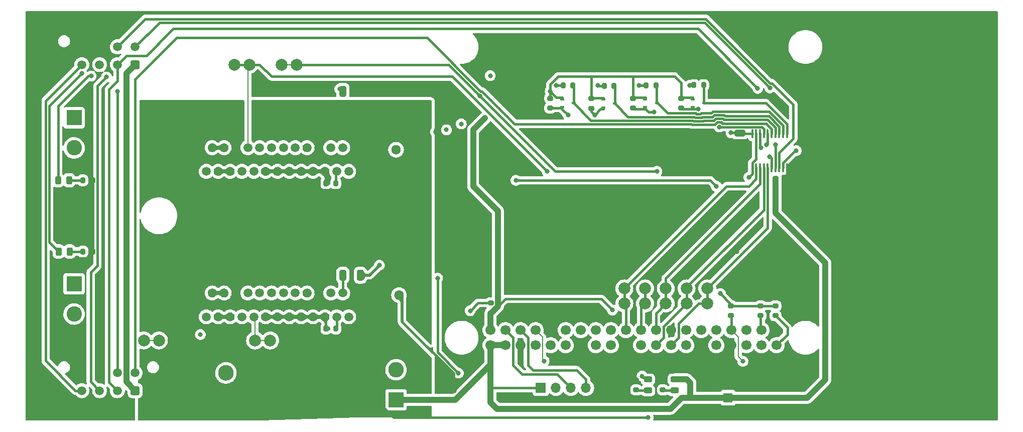
<source format=gbr>
%TF.GenerationSoftware,KiCad,Pcbnew,(6.0.0)*%
%TF.CreationDate,2022-01-20T20:45:04-08:00*%
%TF.ProjectId,dish-controller,64697368-2d63-46f6-9e74-726f6c6c6572,rev?*%
%TF.SameCoordinates,Original*%
%TF.FileFunction,Copper,L1,Top*%
%TF.FilePolarity,Positive*%
%FSLAX46Y46*%
G04 Gerber Fmt 4.6, Leading zero omitted, Abs format (unit mm)*
G04 Created by KiCad (PCBNEW (6.0.0)) date 2022-01-20 20:45:04*
%MOMM*%
%LPD*%
G01*
G04 APERTURE LIST*
G04 Aperture macros list*
%AMRoundRect*
0 Rectangle with rounded corners*
0 $1 Rounding radius*
0 $2 $3 $4 $5 $6 $7 $8 $9 X,Y pos of 4 corners*
0 Add a 4 corners polygon primitive as box body*
4,1,4,$2,$3,$4,$5,$6,$7,$8,$9,$2,$3,0*
0 Add four circle primitives for the rounded corners*
1,1,$1+$1,$2,$3*
1,1,$1+$1,$4,$5*
1,1,$1+$1,$6,$7*
1,1,$1+$1,$8,$9*
0 Add four rect primitives between the rounded corners*
20,1,$1+$1,$2,$3,$4,$5,0*
20,1,$1+$1,$4,$5,$6,$7,0*
20,1,$1+$1,$6,$7,$8,$9,0*
20,1,$1+$1,$8,$9,$2,$3,0*%
G04 Aperture macros list end*
%TA.AperFunction,SMDPad,CuDef*%
%ADD10R,0.700000X0.450000*%
%TD*%
%TA.AperFunction,ComponentPad*%
%ADD11R,1.700000X1.700000*%
%TD*%
%TA.AperFunction,ComponentPad*%
%ADD12O,1.700000X1.700000*%
%TD*%
%TA.AperFunction,ComponentPad*%
%ADD13C,1.700000*%
%TD*%
%TA.AperFunction,ComponentPad*%
%ADD14C,1.500000*%
%TD*%
%TA.AperFunction,SMDPad,CuDef*%
%ADD15RoundRect,0.100000X0.100000X-0.637500X0.100000X0.637500X-0.100000X0.637500X-0.100000X-0.637500X0*%
%TD*%
%TA.AperFunction,ComponentPad*%
%ADD16R,2.600000X2.600000*%
%TD*%
%TA.AperFunction,ComponentPad*%
%ADD17C,2.600000*%
%TD*%
%TA.AperFunction,ComponentPad*%
%ADD18RoundRect,0.250001X0.499999X0.499999X-0.499999X0.499999X-0.499999X-0.499999X0.499999X-0.499999X0*%
%TD*%
%TA.AperFunction,SMDPad,CuDef*%
%ADD19RoundRect,0.250000X0.250000X0.475000X-0.250000X0.475000X-0.250000X-0.475000X0.250000X-0.475000X0*%
%TD*%
%TA.AperFunction,SMDPad,CuDef*%
%ADD20RoundRect,0.250000X0.650000X-0.325000X0.650000X0.325000X-0.650000X0.325000X-0.650000X-0.325000X0*%
%TD*%
%TA.AperFunction,SMDPad,CuDef*%
%ADD21RoundRect,0.250000X0.325000X0.650000X-0.325000X0.650000X-0.325000X-0.650000X0.325000X-0.650000X0*%
%TD*%
%TA.AperFunction,ComponentPad*%
%ADD22R,1.600000X1.600000*%
%TD*%
%TA.AperFunction,ComponentPad*%
%ADD23C,1.600000*%
%TD*%
%TA.AperFunction,SMDPad,CuDef*%
%ADD24RoundRect,0.243750X0.456250X-0.243750X0.456250X0.243750X-0.456250X0.243750X-0.456250X-0.243750X0*%
%TD*%
%TA.AperFunction,SMDPad,CuDef*%
%ADD25RoundRect,0.200000X0.275000X-0.200000X0.275000X0.200000X-0.275000X0.200000X-0.275000X-0.200000X0*%
%TD*%
%TA.AperFunction,SMDPad,CuDef*%
%ADD26RoundRect,0.200000X0.200000X0.275000X-0.200000X0.275000X-0.200000X-0.275000X0.200000X-0.275000X0*%
%TD*%
%TA.AperFunction,ComponentPad*%
%ADD27C,2.000000*%
%TD*%
%TA.AperFunction,SMDPad,CuDef*%
%ADD28RoundRect,0.200000X-0.275000X0.200000X-0.275000X-0.200000X0.275000X-0.200000X0.275000X0.200000X0*%
%TD*%
%TA.AperFunction,SMDPad,CuDef*%
%ADD29RoundRect,0.243750X0.243750X0.456250X-0.243750X0.456250X-0.243750X-0.456250X0.243750X-0.456250X0*%
%TD*%
%TA.AperFunction,SMDPad,CuDef*%
%ADD30RoundRect,0.200000X-0.200000X-0.275000X0.200000X-0.275000X0.200000X0.275000X-0.200000X0.275000X0*%
%TD*%
%TA.AperFunction,ViaPad*%
%ADD31C,0.800000*%
%TD*%
%TA.AperFunction,Conductor*%
%ADD32C,0.400000*%
%TD*%
%TA.AperFunction,Conductor*%
%ADD33C,0.200000*%
%TD*%
%TA.AperFunction,Conductor*%
%ADD34C,1.000000*%
%TD*%
G04 APERTURE END LIST*
D10*
%TO.P,Q8,1,G*%
%TO.N,+3V3*%
X131000000Y-55350000D03*
%TO.P,Q8,2,S*%
%TO.N,/EPWM2*%
X131000000Y-56650000D03*
%TO.P,Q8,3,D*%
%TO.N,/Logic Level Shift 2/HV4*%
X133000000Y-56000000D03*
%TD*%
%TO.P,Q7,1,G*%
%TO.N,+3V3*%
X123000000Y-55350000D03*
%TO.P,Q7,2,S*%
%TO.N,/EPWM1*%
X123000000Y-56650000D03*
%TO.P,Q7,3,D*%
%TO.N,/Logic Level Shift 2/HV3*%
X125000000Y-56000000D03*
%TD*%
%TO.P,Q6,1,G*%
%TO.N,+3V3*%
X115937500Y-55400000D03*
%TO.P,Q6,2,S*%
%TO.N,/SDO*%
X115937500Y-56700000D03*
%TO.P,Q6,3,D*%
%TO.N,/Logic Level Shift 2/HV2*%
X117937500Y-56050000D03*
%TD*%
%TO.P,Q5,1,G*%
%TO.N,+3V3*%
X109000000Y-55350000D03*
%TO.P,Q5,2,S*%
%TO.N,/SDO*%
X109000000Y-56650000D03*
%TO.P,Q5,3,D*%
%TO.N,/Logic Level Shift 2/HV1*%
X111000000Y-56000000D03*
%TD*%
D11*
%TO.P,J7,1,Pin_1*%
%TO.N,+5V*%
X105425000Y-104000000D03*
D12*
%TO.P,J7,2,Pin_2*%
%TO.N,+3V3*%
X107965000Y-104000000D03*
%TO.P,J7,3,Pin_3*%
%TO.N,/GPIO_2*%
X110505000Y-104000000D03*
%TO.P,J7,4,Pin_4*%
%TO.N,/GPIO_3*%
X113045000Y-104000000D03*
%TO.P,J7,5,Pin_5*%
%TO.N,GND*%
X115585000Y-104000000D03*
%TD*%
D13*
%TO.P,U1,1,3V3*%
%TO.N,+3V3*%
X96920000Y-94260000D03*
%TO.P,U1,2,5V*%
%TO.N,+5V*%
X96920000Y-96800000D03*
%TO.P,U1,3,GPIO2*%
%TO.N,/GPIO_2*%
X99460000Y-94260000D03*
%TO.P,U1,4,5V*%
%TO.N,+5V*%
X99460000Y-96800000D03*
%TO.P,U1,5,GPIO3*%
%TO.N,/GPIO_3*%
X102000000Y-94260000D03*
%TO.P,U1,6,GND*%
%TO.N,GND*%
X102000000Y-96800000D03*
%TO.P,U1,7,GPIO4*%
%TO.N,/STB1*%
X104540000Y-94260000D03*
%TO.P,U1,8,GPIO14*%
%TO.N,unconnected-(U1-Pad8)*%
X104540000Y-96800000D03*
%TO.P,U1,9,GND*%
%TO.N,GND*%
X107080000Y-94260000D03*
%TO.P,U1,10,GPIO15*%
%TO.N,Net-(D3-Pad2)*%
X107080000Y-96800000D03*
%TO.P,U1,11,GPIO17*%
%TO.N,/STB2*%
X109620000Y-94260000D03*
%TO.P,U1,12,GPIO18*%
%TO.N,Net-(D4-Pad2)*%
X109620000Y-96800000D03*
%TO.P,U1,13,GPIO27*%
%TO.N,/IN11*%
X112160000Y-94260000D03*
%TO.P,U1,14,GND*%
%TO.N,GND*%
X112160000Y-96800000D03*
%TO.P,U1,15,GPIO22*%
%TO.N,/IN21*%
X114700000Y-94260000D03*
%TO.P,U1,16,GPIO23*%
%TO.N,/EPWM1*%
X114700000Y-96800000D03*
%TO.P,U1,17,3V3*%
%TO.N,unconnected-(U1-Pad17)*%
X117240000Y-94260000D03*
%TO.P,U1,18,GPIO24*%
%TO.N,/EPWM2*%
X117240000Y-96800000D03*
%TO.P,U1,19,GPIO10*%
%TO.N,/SDI*%
X119780000Y-94260000D03*
%TO.P,U1,20,GND*%
%TO.N,GND*%
X119780000Y-96800000D03*
%TO.P,U1,21,GPIO9*%
%TO.N,/SDO*%
X122320000Y-94260000D03*
%TO.P,U1,22,GPIO25*%
%TO.N,unconnected-(U1-Pad22)*%
X122320000Y-96800000D03*
%TO.P,U1,23,GPIO11*%
%TO.N,/CLK*%
X124860000Y-94260000D03*
%TO.P,U1,24,GPIO8*%
%TO.N,/~{CS}1*%
X124860000Y-96800000D03*
%TO.P,U1,25,GND*%
%TO.N,GND*%
X127400000Y-94260000D03*
%TO.P,U1,26,GPIO7*%
%TO.N,/~{CS}2*%
X127400000Y-96800000D03*
%TO.P,U1,27,ID_SD*%
%TO.N,unconnected-(U1-Pad27)*%
X129940000Y-94260000D03*
%TO.P,U1,28,ID_SC*%
%TO.N,unconnected-(U1-Pad28)*%
X129940000Y-96800000D03*
%TO.P,U1,29,GPIO5*%
%TO.N,/IN12*%
X132480000Y-94260000D03*
%TO.P,U1,30,GND*%
%TO.N,GND*%
X132480000Y-96800000D03*
%TO.P,U1,31,GPIO6*%
%TO.N,/IN22*%
X135020000Y-94260000D03*
%TO.P,U1,32,GPIO12*%
%TO.N,/PWM2*%
X135020000Y-96800000D03*
%TO.P,U1,33,GPIO13*%
%TO.N,/A11*%
X137560000Y-94260000D03*
%TO.P,U1,34,GND*%
%TO.N,GND*%
X137560000Y-96800000D03*
%TO.P,U1,35,GPIO19*%
%TO.N,/A21*%
X140100000Y-94260000D03*
%TO.P,U1,36,GPIO16*%
%TO.N,/PWM1*%
X140100000Y-96800000D03*
%TO.P,U1,37,GPIO26*%
%TO.N,/A12*%
X142640000Y-94260000D03*
%TO.P,U1,38,GPIO20*%
%TO.N,/E_~{EN}*%
X142640000Y-96800000D03*
%TO.P,U1,39,GND*%
%TO.N,GND*%
X145180000Y-94260000D03*
%TO.P,U1,40,GPIO21*%
%TO.N,/A22*%
X145180000Y-96800000D03*
%TD*%
D14*
%TO.P,U4,1,ALERT1*%
%TO.N,/A12*%
X49000000Y-67500000D03*
%TO.P,U4,2,SGND*%
%TO.N,GND*%
X50000000Y-63500000D03*
%TO.P,U4,3,SELECT*%
X51000000Y-67500000D03*
%TO.P,U4,4,TEST1*%
X52000000Y-63500000D03*
%TO.P,U4,5,VREF*%
X53000000Y-67500000D03*
%TO.P,U4,6,VCC*%
%TO.N,+12V*%
X54000000Y-63500000D03*
%TO.P,U4,7,STBY*%
%TO.N,/STB2*%
X55000000Y-67500000D03*
%TO.P,U4,8,IN1*%
%TO.N,/IN12*%
X56000000Y-63500000D03*
%TO.P,U4,9,IN2*%
%TO.N,/IN22*%
X57000000Y-67500000D03*
%TO.P,U4,10,OUT2B*%
%TO.N,/EL-2*%
X58000000Y-63500000D03*
%TO.P,U4,11,RSB*%
%TO.N,GND*%
X59000000Y-67500000D03*
%TO.P,U4,12,OUT1B*%
%TO.N,/EL-1*%
X60000000Y-63500000D03*
%TO.P,U4,13,PGNDB*%
%TO.N,GND*%
X61000000Y-67500000D03*
%TO.P,U4,14,OUT2A*%
%TO.N,/EL-2*%
X62000000Y-63500000D03*
%TO.P,U4,15,RSA*%
%TO.N,GND*%
X63000000Y-67500000D03*
%TO.P,U4,16,OUT1A*%
%TO.N,/EL-1*%
X64000000Y-63500000D03*
%TO.P,U4,17,PGNDA*%
%TO.N,GND*%
X65000000Y-67500000D03*
%TO.P,U4,18,TEST2*%
X66000000Y-63500000D03*
%TO.P,U4,19,TEST3*%
X67000000Y-67500000D03*
%TO.P,U4,20,VCC*%
%TO.N,+12V*%
X68000000Y-63500000D03*
%TO.P,U4,21,TEST4*%
%TO.N,GND*%
X69000000Y-67500000D03*
%TO.P,U4,22,PWM*%
%TO.N,/PWM2*%
X70000000Y-63500000D03*
%TO.P,U4,23,OSC*%
%TO.N,Net-(R10-Pad2)*%
X71000000Y-67500000D03*
%TO.P,U4,24,Vreg*%
%TO.N,Net-(C5-Pad2)*%
X72000000Y-63500000D03*
%TO.P,U4,25,ALERT2*%
%TO.N,/A22*%
X73000000Y-67500000D03*
%TD*%
%TO.P,U3,1,ALERT1*%
%TO.N,/A11*%
X49000000Y-92000000D03*
%TO.P,U3,2,SGND*%
%TO.N,GND*%
X50000000Y-88000000D03*
%TO.P,U3,3,SELECT*%
X51000000Y-92000000D03*
%TO.P,U3,4,TEST1*%
X52000000Y-88000000D03*
%TO.P,U3,5,VREF*%
X53000000Y-92000000D03*
%TO.P,U3,6,VCC*%
%TO.N,+12V*%
X54000000Y-88000000D03*
%TO.P,U3,7,STBY*%
%TO.N,/STB1*%
X55000000Y-92000000D03*
%TO.P,U3,8,IN1*%
%TO.N,/IN11*%
X56000000Y-88000000D03*
%TO.P,U3,9,IN2*%
%TO.N,/IN21*%
X57000000Y-92000000D03*
%TO.P,U3,10,OUT2B*%
%TO.N,/AZ-2*%
X58000000Y-88000000D03*
%TO.P,U3,11,RSB*%
%TO.N,GND*%
X59000000Y-92000000D03*
%TO.P,U3,12,OUT1B*%
%TO.N,/AZ-1*%
X60000000Y-88000000D03*
%TO.P,U3,13,PGNDB*%
%TO.N,GND*%
X61000000Y-92000000D03*
%TO.P,U3,14,OUT2A*%
%TO.N,/AZ-2*%
X62000000Y-88000000D03*
%TO.P,U3,15,RSA*%
%TO.N,GND*%
X63000000Y-92000000D03*
%TO.P,U3,16,OUT1A*%
%TO.N,/AZ-1*%
X64000000Y-88000000D03*
%TO.P,U3,17,PGNDA*%
%TO.N,GND*%
X65000000Y-92000000D03*
%TO.P,U3,18,TEST2*%
X66000000Y-88000000D03*
%TO.P,U3,19,TEST3*%
X67000000Y-92000000D03*
%TO.P,U3,20,VCC*%
%TO.N,+12V*%
X68000000Y-88000000D03*
%TO.P,U3,21,TEST4*%
%TO.N,GND*%
X69000000Y-92000000D03*
%TO.P,U3,22,PWM*%
%TO.N,/PWM1*%
X70000000Y-88000000D03*
%TO.P,U3,23,OSC*%
%TO.N,Net-(R9-Pad2)*%
X71000000Y-92000000D03*
%TO.P,U3,24,Vreg*%
%TO.N,Net-(C4-Pad2)*%
X72000000Y-88000000D03*
%TO.P,U3,25,ALERT2*%
%TO.N,/A21*%
X73000000Y-92000000D03*
%TD*%
D15*
%TO.P,U2,1,G1*%
%TO.N,/E_~{EN}*%
X141075000Y-66862500D03*
%TO.P,U2,2,A0*%
%TO.N,/SDI*%
X141725000Y-66862500D03*
%TO.P,U2,3,A1*%
%TO.N,/CLK*%
X142375000Y-66862500D03*
%TO.P,U2,4,A2*%
%TO.N,/~{CS}1*%
X143025000Y-66862500D03*
%TO.P,U2,5,A3*%
%TO.N,/~{CS}2*%
X143675000Y-66862500D03*
%TO.P,U2,6,A4*%
%TO.N,/SDO_IN1*%
X144325000Y-66862500D03*
%TO.P,U2,7,A5*%
%TO.N,/SDO_IN2*%
X144975000Y-66862500D03*
%TO.P,U2,8,A6*%
%TO.N,/EPWM1_IN*%
X145625000Y-66862500D03*
%TO.P,U2,9,A7*%
%TO.N,/EPWM2_IN*%
X146275000Y-66862500D03*
%TO.P,U2,10,GND*%
%TO.N,GND*%
X146925000Y-66862500D03*
%TO.P,U2,11,Y7*%
%TO.N,/Logic Level Shift 2/HV4*%
X146925000Y-61137500D03*
%TO.P,U2,12,Y6*%
%TO.N,/Logic Level Shift 2/HV3*%
X146275000Y-61137500D03*
%TO.P,U2,13,Y5*%
%TO.N,/Logic Level Shift 2/HV2*%
X145625000Y-61137500D03*
%TO.P,U2,14,Y4*%
%TO.N,/Logic Level Shift 2/HV1*%
X144975000Y-61137500D03*
%TO.P,U2,15,Y3*%
%TO.N,/~{CS}2_OUT*%
X144325000Y-61137500D03*
%TO.P,U2,16,Y2*%
%TO.N,/~{CS}1_OUT*%
X143675000Y-61137500D03*
%TO.P,U2,17,Y1*%
%TO.N,/CLK_OUT*%
X143025000Y-61137500D03*
%TO.P,U2,18,Y0*%
%TO.N,/SDI_OUT*%
X142375000Y-61137500D03*
%TO.P,U2,19,G2*%
%TO.N,/E_~{EN}*%
X141725000Y-61137500D03*
%TO.P,U2,20,VCC*%
%TO.N,+5V*%
X141075000Y-61137500D03*
%TD*%
D16*
%TO.P,J6,1,Pin_1*%
%TO.N,/EL-2*%
X26700000Y-58460000D03*
D17*
%TO.P,J6,2,Pin_2*%
%TO.N,/EL-1*%
X26700000Y-63540000D03*
%TD*%
D16*
%TO.P,J5,1,Pin_1*%
%TO.N,/AZ-2*%
X26700000Y-86460000D03*
D17*
%TO.P,J5,2,Pin_2*%
%TO.N,/AZ-1*%
X26700000Y-91540000D03*
%TD*%
D18*
%TO.P,J4,1,Pin_1*%
%TO.N,+5V*%
X37000000Y-49500000D03*
D14*
%TO.P,J4,2,Pin_2*%
%TO.N,/SDI_OUT*%
X34000000Y-49500000D03*
%TO.P,J4,3,Pin_3*%
%TO.N,/SDO_IN1*%
X31000000Y-49500000D03*
%TO.P,J4,4,Pin_4*%
%TO.N,/CLK_OUT*%
X28000000Y-49500000D03*
%TO.P,J4,5,Pin_5*%
%TO.N,/~{CS}1_OUT*%
X37000000Y-46500000D03*
%TO.P,J4,6,Pin_6*%
%TO.N,/EPWM1_IN*%
X34000000Y-46500000D03*
%TO.P,J4,7,Pin_7*%
%TO.N,GND*%
X31000000Y-46500000D03*
%TO.P,J4,8,Pin_8*%
X28000000Y-46500000D03*
%TD*%
D18*
%TO.P,J3,1,Pin_1*%
%TO.N,+5V*%
X37000000Y-104460000D03*
D14*
%TO.P,J3,2,Pin_2*%
%TO.N,/SDI_OUT*%
X34000000Y-104460000D03*
%TO.P,J3,3,Pin_3*%
%TO.N,/SDO_IN2*%
X31000000Y-104460000D03*
%TO.P,J3,4,Pin_4*%
%TO.N,/CLK_OUT*%
X28000000Y-104460000D03*
%TO.P,J3,5,Pin_5*%
%TO.N,/~{CS}2_OUT*%
X37000000Y-101460000D03*
%TO.P,J3,6,Pin_6*%
%TO.N,/EPWM2_IN*%
X34000000Y-101460000D03*
%TO.P,J3,7,Pin_7*%
%TO.N,GND*%
X31000000Y-101460000D03*
%TO.P,J3,8,Pin_8*%
X28000000Y-101460000D03*
%TD*%
D16*
%TO.P,J2,1,Pin_1*%
%TO.N,+5V*%
X81000000Y-106000000D03*
D17*
%TO.P,J2,2,Pin_2*%
%TO.N,GND*%
X81000000Y-100920000D03*
%TD*%
D16*
%TO.P,J1,1,Pin_1*%
%TO.N,+12V*%
X52300000Y-106545000D03*
D17*
%TO.P,J1,2,Pin_2*%
%TO.N,GND*%
X52300000Y-101465000D03*
%TD*%
D19*
%TO.P,C7,1*%
%TO.N,GND*%
X146950000Y-69000000D03*
%TO.P,C7,2*%
%TO.N,+5V*%
X145050000Y-69000000D03*
%TD*%
D20*
%TO.P,C6,1*%
%TO.N,GND*%
X139000000Y-63975000D03*
%TO.P,C6,2*%
%TO.N,+5V*%
X139000000Y-61025000D03*
%TD*%
D21*
%TO.P,C5,1*%
%TO.N,GND*%
X74975000Y-54000000D03*
%TO.P,C5,2*%
%TO.N,Net-(C5-Pad2)*%
X72025000Y-54000000D03*
%TD*%
%TO.P,C4,1*%
%TO.N,GND*%
X74975000Y-85000000D03*
%TO.P,C4,2*%
%TO.N,Net-(C4-Pad2)*%
X72025000Y-85000000D03*
%TD*%
D22*
%TO.P,C3,1*%
%TO.N,+12V*%
X81000000Y-60347349D03*
D23*
%TO.P,C3,2*%
%TO.N,GND*%
X81000000Y-63847349D03*
%TD*%
D22*
%TO.P,C2,1*%
%TO.N,+5V*%
X137000000Y-105652651D03*
D23*
%TO.P,C2,2*%
%TO.N,GND*%
X137000000Y-102152651D03*
%TD*%
%TO.P,C1,2*%
%TO.N,GND*%
X81500000Y-88347349D03*
D22*
%TO.P,C1,1*%
%TO.N,+12V*%
X81500000Y-84847349D03*
%TD*%
D24*
%TO.P,D1,1,K*%
%TO.N,Net-(D1-Pad1)*%
X128000000Y-104437500D03*
%TO.P,D1,2,A*%
%TO.N,+5V*%
X128000000Y-102562500D03*
%TD*%
D25*
%TO.P,R5,1*%
%TO.N,/A11*%
X137500000Y-91825000D03*
%TO.P,R5,2*%
%TO.N,+3V3*%
X137500000Y-90175000D03*
%TD*%
%TO.P,R23,1*%
%TO.N,/EPWM1*%
X121000000Y-56825000D03*
%TO.P,R23,2*%
%TO.N,+3V3*%
X121000000Y-55175000D03*
%TD*%
D26*
%TO.P,R25,1*%
%TO.N,/Logic Level Shift 2/HV3*%
X124825000Y-53000000D03*
%TO.P,R25,2*%
%TO.N,+5V*%
X123175000Y-53000000D03*
%TD*%
D25*
%TO.P,R19,1*%
%TO.N,/SDO*%
X107000000Y-56825000D03*
%TO.P,R19,2*%
%TO.N,+3V3*%
X107000000Y-55175000D03*
%TD*%
D24*
%TO.P,D2,1,K*%
%TO.N,Net-(D2-Pad1)*%
X123500000Y-104437500D03*
%TO.P,D2,2,A*%
%TO.N,+12V*%
X123500000Y-102562500D03*
%TD*%
D27*
%TO.P,TP3,1,1*%
%TO.N,/SDI*%
X119500000Y-89770000D03*
X119500000Y-87230000D03*
%TD*%
%TO.P,TP1,1,1*%
%TO.N,/IN11*%
X41000000Y-96000000D03*
X38460000Y-96000000D03*
%TD*%
D28*
%TO.P,R7,1*%
%TO.N,/A21*%
X97000000Y-89675000D03*
%TO.P,R7,2*%
%TO.N,+3V3*%
X97000000Y-91325000D03*
%TD*%
D29*
%TO.P,D3,1,K*%
%TO.N,Net-(D3-Pad1)*%
X25937500Y-81000000D03*
%TO.P,D3,2,A*%
%TO.N,Net-(D3-Pad2)*%
X24062500Y-81000000D03*
%TD*%
D30*
%TO.P,R9,1*%
%TO.N,GND*%
X69175000Y-94000000D03*
%TO.P,R9,2*%
%TO.N,Net-(R9-Pad2)*%
X70825000Y-94000000D03*
%TD*%
D27*
%TO.P,TP5,1,1*%
%TO.N,/CLK*%
X126500000Y-89770000D03*
X126500000Y-87230000D03*
%TD*%
%TO.P,TP8,1,1*%
%TO.N,/~{CS}1*%
X130000000Y-89770000D03*
X130000000Y-87230000D03*
%TD*%
D25*
%TO.P,R8,1*%
%TO.N,/A22*%
X145000000Y-91825000D03*
%TO.P,R8,2*%
%TO.N,+3V3*%
X145000000Y-90175000D03*
%TD*%
D26*
%TO.P,R26,1*%
%TO.N,/Logic Level Shift 2/HV4*%
X132887500Y-52950000D03*
%TO.P,R26,2*%
%TO.N,+5V*%
X131237500Y-52950000D03*
%TD*%
D25*
%TO.P,R2,1*%
%TO.N,Net-(D2-Pad1)*%
X121500000Y-104325000D03*
%TO.P,R2,2*%
%TO.N,GND*%
X121500000Y-102675000D03*
%TD*%
D26*
%TO.P,R4,1*%
%TO.N,GND*%
X29825000Y-69000000D03*
%TO.P,R4,2*%
%TO.N,Net-(D4-Pad1)*%
X28175000Y-69000000D03*
%TD*%
%TO.P,R21,1*%
%TO.N,/Logic Level Shift 2/HV1*%
X110825000Y-53000000D03*
%TO.P,R21,2*%
%TO.N,+5V*%
X109175000Y-53000000D03*
%TD*%
D27*
%TO.P,TP2,1,1*%
%TO.N,/IN21*%
X57230000Y-96000000D03*
X59770000Y-96000000D03*
%TD*%
D25*
%TO.P,R24,1*%
%TO.N,/EPWM2*%
X129062500Y-56825000D03*
%TO.P,R24,2*%
%TO.N,+3V3*%
X129062500Y-55175000D03*
%TD*%
%TO.P,R6,1*%
%TO.N,/A12*%
X142500000Y-91825000D03*
%TO.P,R6,2*%
%TO.N,+3V3*%
X142500000Y-90175000D03*
%TD*%
D28*
%TO.P,R1,1*%
%TO.N,GND*%
X126000000Y-102675000D03*
%TO.P,R1,2*%
%TO.N,Net-(D1-Pad1)*%
X126000000Y-104325000D03*
%TD*%
D30*
%TO.P,R3,1*%
%TO.N,Net-(D3-Pad1)*%
X28175000Y-81000000D03*
%TO.P,R3,2*%
%TO.N,GND*%
X29825000Y-81000000D03*
%TD*%
D27*
%TO.P,TP4,1,1*%
%TO.N,/SDO*%
X123000000Y-89770000D03*
X123000000Y-87230000D03*
%TD*%
D26*
%TO.P,R22,1*%
%TO.N,/Logic Level Shift 2/HV2*%
X117762500Y-53050000D03*
%TO.P,R22,2*%
%TO.N,+5V*%
X116112500Y-53050000D03*
%TD*%
D27*
%TO.P,TP7,1,1*%
%TO.N,/IN22*%
X64270000Y-49500000D03*
X61730000Y-49500000D03*
%TD*%
D30*
%TO.P,R10,1*%
%TO.N,GND*%
X69175000Y-69500000D03*
%TO.P,R10,2*%
%TO.N,Net-(R10-Pad2)*%
X70825000Y-69500000D03*
%TD*%
D29*
%TO.P,D4,1,K*%
%TO.N,Net-(D4-Pad1)*%
X25875000Y-69000000D03*
%TO.P,D4,2,A*%
%TO.N,Net-(D4-Pad2)*%
X24000000Y-69000000D03*
%TD*%
D25*
%TO.P,R20,1*%
%TO.N,/SDO*%
X113937500Y-56875000D03*
%TO.P,R20,2*%
%TO.N,+3V3*%
X113937500Y-55225000D03*
%TD*%
D27*
%TO.P,TP6,1,1*%
%TO.N,/IN12*%
X56270000Y-49500000D03*
X53730000Y-49500000D03*
%TD*%
%TO.P,TP9,1,1*%
%TO.N,/~{CS}2*%
X133500000Y-89770000D03*
X133500000Y-87230000D03*
%TD*%
D31*
%TO.N,/PWM1*%
X91500000Y-101500000D03*
X88000000Y-85500000D03*
%TO.N,+12V*%
X122500000Y-102000000D03*
%TO.N,/EPWM2*%
X132000000Y-57000000D03*
%TO.N,/EPWM1*%
X124500000Y-57500000D03*
%TO.N,+12V*%
X123500002Y-109000000D03*
%TO.N,GND*%
X138500000Y-81000000D03*
X133500000Y-80500000D03*
X131000000Y-79000000D03*
X126500000Y-76000000D03*
X139500000Y-84500000D03*
X146500000Y-82000000D03*
X101000000Y-54500000D03*
X106000000Y-58000000D03*
X112000000Y-63500000D03*
%TO.N,+5V*%
X145050000Y-71050000D03*
%TO.N,GND*%
X138000000Y-66500000D03*
%TO.N,+5V*%
X137500000Y-61000000D03*
X115000000Y-53000000D03*
X122000000Y-53000000D03*
X130500000Y-53000000D03*
X108000000Y-53000000D03*
%TO.N,/E_~{EN}*%
X140500000Y-68500000D03*
%TO.N,GND*%
X90780634Y-104459297D03*
%TO.N,/A21*%
X93500000Y-91000000D03*
%TO.N,/STB1*%
X105965686Y-99448522D03*
%TO.N,/A11*%
X139500000Y-99500000D03*
%TO.N,GND*%
X127065332Y-63065332D03*
%TO.N,/A22*%
X89500000Y-60500000D03*
%TO.N,GND*%
X90000000Y-57500000D03*
X87684667Y-60815333D03*
%TO.N,Net-(C5-Pad2)*%
X71500000Y-53600990D03*
%TO.N,GND*%
X75000000Y-53600990D03*
%TO.N,/A12*%
X96878053Y-51378053D03*
%TO.N,/STB2*%
X92000000Y-59500000D03*
%TO.N,/IN22*%
X95179745Y-54820255D03*
%TO.N,/IN12*%
X106500000Y-67500000D03*
%TO.N,/IN22*%
X125000000Y-67500000D03*
%TO.N,+3V3*%
X135700500Y-88091783D03*
X117498150Y-90875425D03*
%TO.N,/IN11*%
X48000000Y-95000000D03*
%TO.N,/CLK_OUT*%
X135500000Y-60000000D03*
%TO.N,/SDO_IN1*%
X144000000Y-65000000D03*
%TO.N,/SDO*%
X114500000Y-58000000D03*
X110000000Y-58000000D03*
%TO.N,+3V3*%
X107000000Y-54000000D03*
X96000000Y-58500000D03*
%TO.N,/SDO_IN2*%
X145000000Y-63000000D03*
%TO.N,GND*%
X137000000Y-63500000D03*
X147000000Y-70500000D03*
%TO.N,/EPWM2_IN*%
X148500000Y-64000000D03*
X101200500Y-69000000D03*
X135000000Y-70000000D03*
X34000000Y-54000000D03*
%TO.N,/SDI_OUT*%
X142000000Y-53500000D03*
X142524500Y-63500000D03*
%TO.N,Net-(D3-Pad2)*%
X28000000Y-51000000D03*
%TO.N,Net-(D4-Pad2)*%
X29565332Y-51434668D03*
%TO.N,GND*%
X28500000Y-74500000D03*
%TO.N,/~{CS}1_OUT*%
X144065332Y-53434668D03*
X143500000Y-63000000D03*
%TO.N,/SDO_IN2*%
X32152869Y-51600989D03*
%TO.N,GND*%
X78184667Y-83315333D03*
%TD*%
D32*
%TO.N,+12V*%
X77000000Y-89347349D02*
X77000000Y-105399022D01*
X81500000Y-84847349D02*
X77000000Y-89347349D01*
X77000000Y-105399022D02*
X80600978Y-109000000D01*
X80600978Y-109000000D02*
X123500002Y-109000000D01*
%TO.N,/A21*%
X94825000Y-89675000D02*
X93500000Y-91000000D01*
X97000000Y-89675000D02*
X94825000Y-89675000D01*
D33*
%TO.N,/STB1*%
X105689511Y-95409511D02*
X105689511Y-99172347D01*
X104540000Y-94260000D02*
X105689511Y-95409511D01*
X105689511Y-99172347D02*
X105965686Y-99448522D01*
D32*
%TO.N,/PWM1*%
X88000000Y-98000000D02*
X88000000Y-85500000D01*
X91500000Y-101500000D02*
X88000000Y-98000000D01*
%TO.N,GND*%
X90700499Y-104379162D02*
X90780634Y-104459297D01*
X90700499Y-101548335D02*
X90700499Y-104379162D01*
X82000000Y-88347349D02*
X82000000Y-92847836D01*
X82000000Y-92847836D02*
X90700499Y-101548335D01*
%TO.N,+5V*%
X97000000Y-104000000D02*
X105425000Y-104000000D01*
X96920000Y-104080000D02*
X97000000Y-104000000D01*
%TO.N,/GPIO_2*%
X108215000Y-101710000D02*
X110505000Y-104000000D01*
X102290000Y-101710000D02*
X108215000Y-101710000D01*
X102290000Y-101710000D02*
X100750489Y-100170489D01*
%TO.N,/GPIO_3*%
X111500000Y-101000000D02*
X113045000Y-102545000D01*
X113045000Y-102545000D02*
X113045000Y-104000000D01*
X103249511Y-100129511D02*
X104120000Y-101000000D01*
X103249511Y-95509511D02*
X103249511Y-100129511D01*
X104120000Y-101000000D02*
X111500000Y-101000000D01*
X102000000Y-94260000D02*
X103249511Y-95509511D01*
%TO.N,+12V*%
X123062500Y-102562500D02*
X122500000Y-102000000D01*
X123500000Y-102562500D02*
X123062500Y-102562500D01*
D34*
%TO.N,+5V*%
X130652651Y-105652651D02*
X129152651Y-105652651D01*
X137000000Y-105652651D02*
X130652651Y-105652651D01*
X130652651Y-103152651D02*
X130652651Y-105652651D01*
X128000000Y-102562500D02*
X130062500Y-102562500D01*
X130062500Y-102562500D02*
X130652651Y-103152651D01*
X96920000Y-104080000D02*
X96920000Y-100080000D01*
X96920000Y-106420000D02*
X96920000Y-104080000D01*
D32*
%TO.N,/GPIO_2*%
X100750489Y-95550489D02*
X99460000Y-94260000D01*
X100750489Y-100170489D02*
X100750489Y-95550489D01*
D34*
%TO.N,+5V*%
X127305302Y-107500000D02*
X98000000Y-107500000D01*
X98000000Y-107500000D02*
X96920000Y-106420000D01*
X129152651Y-105652651D02*
X127305302Y-107500000D01*
D32*
%TO.N,/EPWM2*%
X131112500Y-57000000D02*
X131062500Y-56950000D01*
X132000000Y-57000000D02*
X131112500Y-57000000D01*
%TO.N,/~{CS}2_OUT*%
X37000000Y-52000000D02*
X37000000Y-101460000D01*
X86207325Y-45000000D02*
X44000000Y-45000000D01*
X95228079Y-54020754D02*
X86207325Y-45000000D01*
X95510910Y-54020754D02*
X95228079Y-54020754D01*
X100990156Y-59500000D02*
X95510910Y-54020754D01*
X130825826Y-59500000D02*
X100990156Y-59500000D01*
X130923857Y-59598031D02*
X130825826Y-59500000D01*
X134771303Y-59598031D02*
X130923857Y-59598031D01*
X135831167Y-59200501D02*
X135168835Y-59200499D01*
X143381911Y-59400489D02*
X136031153Y-59400487D01*
%TO.N,/Logic Level Shift 2/HV1*%
X131074151Y-58900489D02*
X113837989Y-58900489D01*
X113837989Y-58900489D02*
X110937500Y-56000000D01*
X131172183Y-58998521D02*
X131074151Y-58900489D01*
X132827815Y-58998523D02*
X131172183Y-58998521D01*
X134621009Y-58900489D02*
X132925849Y-58900489D01*
X143630237Y-58800978D02*
X136279479Y-58800977D01*
%TO.N,/~{CS}2_OUT*%
X144325000Y-61137500D02*
X144325000Y-60343574D01*
%TO.N,/Logic Level Shift 2/HV2*%
X131320999Y-58299501D02*
X120124501Y-58299501D01*
%TO.N,/Logic Level Shift 2/HV1*%
X134920509Y-58600989D02*
X134621009Y-58900489D01*
%TO.N,/Logic Level Shift 2/HV2*%
X132579490Y-58399012D02*
X131420509Y-58399011D01*
X134374161Y-58299501D02*
X132679001Y-58299501D01*
X136527805Y-58201467D02*
X136327817Y-58001479D01*
%TO.N,/Logic Level Shift 2/HV1*%
X144975000Y-61137500D02*
X144975000Y-60145737D01*
%TO.N,/Logic Level Shift 2/HV2*%
X145625000Y-59947902D02*
X143878563Y-58201467D01*
X145625000Y-61137500D02*
X145625000Y-59947902D01*
%TO.N,/Logic Level Shift 2/HV3*%
X146275000Y-59750068D02*
X146275000Y-61137500D01*
X134423857Y-57401968D02*
X143926900Y-57401968D01*
%TO.N,/Logic Level Shift 2/HV1*%
X136079492Y-58600990D02*
X134920509Y-58600989D01*
%TO.N,/Logic Level Shift 2/HV3*%
X132481156Y-57649510D02*
X134176316Y-57649510D01*
X132331165Y-57799501D02*
X132481156Y-57649510D01*
%TO.N,/Logic Level Shift 2/HV2*%
X132679001Y-58299501D02*
X132579490Y-58399012D01*
%TO.N,/Logic Level Shift 2/HV3*%
X131668835Y-57799501D02*
X132331165Y-57799501D01*
X126780176Y-57649510D02*
X131518844Y-57649510D01*
X124937500Y-56000000D02*
X125130666Y-56000000D01*
X143926900Y-57401968D02*
X146275000Y-59750068D01*
X125130666Y-56000000D02*
X126780176Y-57649510D01*
%TO.N,/Logic Level Shift 2/HV2*%
X136327817Y-58001479D02*
X134672183Y-58001479D01*
X131420509Y-58399011D02*
X131320999Y-58299501D01*
%TO.N,/~{CS}2_OUT*%
X44000000Y-45000000D02*
X37000000Y-52000000D01*
%TO.N,/Logic Level Shift 2/HV1*%
X144975000Y-60145737D02*
X143630237Y-58800978D01*
%TO.N,/Logic Level Shift 2/HV2*%
X134672183Y-58001479D02*
X134374161Y-58299501D01*
%TO.N,/Logic Level Shift 2/HV3*%
X131518844Y-57649510D02*
X131668835Y-57799501D01*
%TO.N,/Logic Level Shift 2/HV1*%
X136279479Y-58800977D02*
X136079492Y-58600990D01*
%TO.N,/Logic Level Shift 2/HV3*%
X134176316Y-57649510D02*
X134423857Y-57401968D01*
%TO.N,/~{CS}2_OUT*%
X136031153Y-59400487D02*
X135831167Y-59200501D01*
X135168835Y-59200499D02*
X134771303Y-59598031D01*
%TO.N,+3V3*%
X115622725Y-89000000D02*
X117498150Y-90875425D01*
%TO.N,/~{CS}2_OUT*%
X144325000Y-60343574D02*
X143381911Y-59400489D01*
%TO.N,+3V3*%
X98174520Y-90247593D02*
X99422113Y-89000000D01*
%TO.N,/Logic Level Shift 2/HV2*%
X120124501Y-58299501D02*
X117875000Y-56050000D01*
%TO.N,/Logic Level Shift 2/HV1*%
X132925849Y-58900489D02*
X132827815Y-58998523D01*
%TO.N,+3V3*%
X99422113Y-89000000D02*
X115622725Y-89000000D01*
%TO.N,/Logic Level Shift 2/HV2*%
X143878563Y-58201467D02*
X136527805Y-58201467D01*
%TO.N,/EPWM1*%
X123612500Y-57500000D02*
X123062500Y-56950000D01*
X124500000Y-57500000D02*
X123612500Y-57500000D01*
D34*
%TO.N,+5V*%
X145050000Y-71050000D02*
X145050000Y-69000000D01*
X145050000Y-74550000D02*
X145050000Y-71050000D01*
D32*
%TO.N,GND*%
X139000000Y-65500000D02*
X138000000Y-66500000D01*
X139000000Y-63975000D02*
X139000000Y-65500000D01*
%TO.N,+3V3*%
X107000000Y-52869334D02*
X107000000Y-54000000D01*
X108369334Y-51500000D02*
X107000000Y-52869334D01*
%TO.N,+5V*%
X109175000Y-53000000D02*
X108000000Y-53000000D01*
%TO.N,+3V3*%
X114000000Y-51500000D02*
X108369334Y-51500000D01*
X107000000Y-55175000D02*
X107000000Y-54000000D01*
X109062500Y-55050000D02*
X108050000Y-55050000D01*
X108050000Y-55050000D02*
X107000000Y-54000000D01*
%TO.N,/SDO*%
X113937500Y-57437500D02*
X114500000Y-58000000D01*
X113937500Y-56875000D02*
X113937500Y-57437500D01*
X116000000Y-57000000D02*
X115500000Y-57000000D01*
X115500000Y-57000000D02*
X114500000Y-58000000D01*
%TO.N,GND*%
X137475000Y-63975000D02*
X137000000Y-63500000D01*
X139000000Y-63975000D02*
X137475000Y-63975000D01*
%TO.N,+5V*%
X137500000Y-61000000D02*
X138975000Y-61000000D01*
X138975000Y-61000000D02*
X139000000Y-61025000D01*
X116112500Y-53050000D02*
X115050000Y-53050000D01*
X115050000Y-53050000D02*
X115000000Y-53000000D01*
X123175000Y-53000000D02*
X122000000Y-53000000D01*
X131187500Y-53000000D02*
X131237500Y-52950000D01*
X130500000Y-53000000D02*
X131187500Y-53000000D01*
%TO.N,/E_~{EN}*%
X141075000Y-67925000D02*
X140500000Y-68500000D01*
X141075000Y-66862500D02*
X141075000Y-67925000D01*
X141725000Y-65418573D02*
X141725000Y-61137500D01*
X141075000Y-66068573D02*
X141725000Y-65418573D01*
X141075000Y-66862500D02*
X141075000Y-66068573D01*
%TO.N,/SDI_OUT*%
X142375000Y-63350500D02*
X142524500Y-63500000D01*
X142375000Y-61137500D02*
X142375000Y-63350500D01*
D33*
%TO.N,/A11*%
X138709511Y-95409511D02*
X137560000Y-94260000D01*
X139500000Y-99500000D02*
X138709511Y-98709511D01*
X138709511Y-98709511D02*
X138709511Y-95409511D01*
%TO.N,/IN12*%
X56000000Y-49770000D02*
X56135000Y-49635000D01*
X56000000Y-63500000D02*
X56000000Y-49770000D01*
D32*
%TO.N,Net-(R10-Pad2)*%
X70825000Y-67675000D02*
X71000000Y-67500000D01*
X70825000Y-69500000D02*
X70825000Y-67675000D01*
%TO.N,GND*%
X69175000Y-69500000D02*
X69175000Y-67675000D01*
X69175000Y-67675000D02*
X69000000Y-67500000D01*
X90000000Y-57500000D02*
X87684667Y-59815333D01*
X87684667Y-59815333D02*
X87684667Y-60815333D01*
D33*
X74975000Y-54000000D02*
X74975000Y-53625990D01*
%TO.N,Net-(C5-Pad2)*%
X72025000Y-54000000D02*
X71899010Y-54000000D01*
%TO.N,GND*%
X74975000Y-53625990D02*
X75000000Y-53600990D01*
D32*
X76500000Y-85000000D02*
X78184667Y-83315333D01*
D33*
%TO.N,Net-(C5-Pad2)*%
X71899010Y-54000000D02*
X71500000Y-53600990D01*
D32*
%TO.N,GND*%
X74975000Y-85000000D02*
X76500000Y-85000000D01*
%TO.N,/IN22*%
X95179745Y-54820255D02*
X107859489Y-67500000D01*
X89859489Y-49500000D02*
X95179745Y-54820255D01*
%TO.N,/EPWM2_IN*%
X135000000Y-70000000D02*
X134000000Y-69000000D01*
X134000000Y-69000000D02*
X101200500Y-69000000D01*
%TO.N,/IN12*%
X90500000Y-51500000D02*
X106500000Y-67500000D01*
X89000000Y-51500000D02*
X90500000Y-51500000D01*
X60000000Y-51500000D02*
X89000000Y-51500000D01*
X56270000Y-49500000D02*
X58000000Y-49500000D01*
X58000000Y-49500000D02*
X60000000Y-51500000D01*
X56270000Y-49500000D02*
X56135000Y-49635000D01*
%TO.N,+3V3*%
X137500000Y-89891283D02*
X135700500Y-88091783D01*
X137500000Y-90175000D02*
X137500000Y-89891283D01*
%TO.N,/IN22*%
X107859489Y-67500000D02*
X124500000Y-67500000D01*
X88500000Y-49500000D02*
X89859489Y-49500000D01*
X124500000Y-67500000D02*
X125000000Y-67500000D01*
X64270000Y-49500000D02*
X88500000Y-49500000D01*
%TO.N,/SDO_IN2*%
X30624520Y-83375480D02*
X30624520Y-53129338D01*
X29500000Y-84500000D02*
X30624520Y-83375480D01*
X29500000Y-102960000D02*
X29500000Y-84500000D01*
X31000000Y-104460000D02*
X29500000Y-102960000D01*
%TO.N,Net-(D4-Pad2)*%
X29065332Y-51434668D02*
X29565332Y-51434668D01*
X24000000Y-69000000D02*
X24000000Y-56500000D01*
%TO.N,/SDO_IN2*%
X30624520Y-53129338D02*
X32152869Y-51600989D01*
%TO.N,Net-(D4-Pad2)*%
X24000000Y-56500000D02*
X29065332Y-51434668D01*
D33*
%TO.N,/IN21*%
X59770000Y-96000000D02*
X57230000Y-96000000D01*
X57230000Y-92230000D02*
X57000000Y-92000000D01*
X57230000Y-96000000D02*
X57230000Y-92230000D01*
%TO.N,/IN11*%
X38460000Y-96000000D02*
X41000000Y-96000000D01*
D32*
%TO.N,/CLK_OUT*%
X143025000Y-60343573D02*
X143025000Y-61137500D01*
X142681427Y-60000000D02*
X143025000Y-60343573D01*
X135500000Y-60000000D02*
X142681427Y-60000000D01*
%TO.N,/SDI_OUT*%
X32599510Y-53671831D02*
X34000000Y-52271341D01*
X32599510Y-103059510D02*
X32599510Y-53671831D01*
X34000000Y-52271341D02*
X34000000Y-49500000D01*
X34000000Y-104460000D02*
X32599510Y-103059510D01*
D33*
%TO.N,/IN22*%
X61730000Y-49500000D02*
X64270000Y-49500000D01*
D32*
%TO.N,/IN12*%
X53730000Y-49500000D02*
X56270000Y-49500000D01*
%TO.N,/SDO_IN1*%
X144325000Y-66862500D02*
X144325000Y-65325000D01*
X144325000Y-65325000D02*
X144000000Y-65000000D01*
%TO.N,/SDO_IN2*%
X144975000Y-63025000D02*
X145000000Y-63000000D01*
X144975000Y-66862500D02*
X144975000Y-63025000D01*
%TO.N,/SDO*%
X109062500Y-57062500D02*
X110000000Y-58000000D01*
X109062500Y-56950000D02*
X109062500Y-57062500D01*
D34*
%TO.N,+3V3*%
X94000000Y-66000000D02*
X94000000Y-60500000D01*
X94000000Y-70000000D02*
X94000000Y-66000000D01*
X98174520Y-74174520D02*
X94000000Y-70000000D01*
X98174520Y-90247593D02*
X98174520Y-74174520D01*
X94000000Y-60500000D02*
X96000000Y-58500000D01*
X97097113Y-91325000D02*
X98174520Y-90247593D01*
X97000000Y-91325000D02*
X97097113Y-91325000D01*
X96920000Y-94260000D02*
X96920000Y-91405000D01*
X96920000Y-91405000D02*
X97000000Y-91325000D01*
D32*
%TO.N,GND*%
X146950000Y-70450000D02*
X147000000Y-70500000D01*
X146950000Y-69000000D02*
X146950000Y-70450000D01*
X146925000Y-68975000D02*
X146950000Y-69000000D01*
X146925000Y-66862500D02*
X146925000Y-68975000D01*
%TO.N,/EPWM2_IN*%
X148343573Y-64000000D02*
X146275000Y-66068573D01*
X148500000Y-64000000D02*
X148343573Y-64000000D01*
X146275000Y-66068573D02*
X146275000Y-66862500D01*
X34000000Y-101460000D02*
X34000000Y-54000000D01*
%TO.N,/SDI_OUT*%
X131980479Y-43480479D02*
X142000000Y-53500000D01*
X43422348Y-43480479D02*
X131980479Y-43480479D01*
X43000000Y-43902827D02*
X43422348Y-43480479D01*
X38902827Y-48000000D02*
X43000000Y-43902827D01*
X35500000Y-48000000D02*
X38902827Y-48000000D01*
%TO.N,/EPWM1_IN*%
X148000000Y-62000000D02*
X145625000Y-64375000D01*
X133279483Y-41800969D02*
X144113671Y-52635157D01*
%TO.N,/SDI_OUT*%
X34000000Y-49500000D02*
X35500000Y-48000000D01*
%TO.N,/EPWM1_IN*%
X145625000Y-64375000D02*
X145625000Y-66862500D01*
X34000000Y-46500000D02*
X38699031Y-41800969D01*
X38699031Y-41800969D02*
X133279483Y-41800969D01*
X144113671Y-52635157D02*
X144396501Y-52635157D01*
X144396501Y-52635157D02*
X148000000Y-56238656D01*
X148000000Y-56238656D02*
X148000000Y-62000000D01*
%TO.N,/~{CS}1_OUT*%
X133031153Y-42400489D02*
X144065332Y-53434668D01*
X41099511Y-42400489D02*
X133031153Y-42400489D01*
X37000000Y-46500000D02*
X41099511Y-42400489D01*
%TO.N,Net-(D3-Pad2)*%
X27000000Y-52000000D02*
X28000000Y-51000000D01*
X22500000Y-56500000D02*
X27000000Y-52000000D01*
%TO.N,/CLK_OUT*%
X21900489Y-55599511D02*
X28000000Y-49500000D01*
X21900489Y-99421149D02*
X21900489Y-55599511D01*
X28000000Y-104460000D02*
X26939340Y-104460000D01*
X26939340Y-104460000D02*
X21900489Y-99421149D01*
%TO.N,Net-(D3-Pad2)*%
X24062500Y-81000000D02*
X22500000Y-79437500D01*
X22500000Y-79437500D02*
X22500000Y-56500000D01*
%TO.N,GND*%
X28825000Y-74825000D02*
X28500000Y-74500000D01*
X29825000Y-74825000D02*
X28825000Y-74825000D01*
X29825000Y-74825000D02*
X29825000Y-69000000D01*
X29825000Y-81000000D02*
X29825000Y-74825000D01*
%TO.N,/~{CS}1_OUT*%
X143675000Y-62825000D02*
X143675000Y-61137500D01*
X143500000Y-63000000D02*
X143675000Y-62825000D01*
%TO.N,+3V3*%
X113937500Y-55225000D02*
X113937500Y-51562500D01*
X114000000Y-51500000D02*
X121000000Y-51500000D01*
X113937500Y-51562500D02*
X114000000Y-51500000D01*
X121000000Y-51500000D02*
X128000000Y-51500000D01*
X121000000Y-55175000D02*
X121000000Y-51500000D01*
X129062500Y-52562500D02*
X129062500Y-55175000D01*
X128000000Y-51500000D02*
X129062500Y-52562500D01*
D34*
%TO.N,+5V*%
X150347349Y-105652651D02*
X153399521Y-102600479D01*
X137000000Y-105652651D02*
X150347349Y-105652651D01*
X153399521Y-102600479D02*
X153399521Y-82899521D01*
X153399521Y-82899521D02*
X145050000Y-74550000D01*
X96920000Y-96800000D02*
X99460000Y-96800000D01*
X96920000Y-100080000D02*
X96920000Y-96800000D01*
X91000000Y-106000000D02*
X96920000Y-100080000D01*
X81000000Y-106000000D02*
X91000000Y-106000000D01*
D32*
%TO.N,Net-(D2-Pad1)*%
X123500000Y-104437500D02*
X121612500Y-104437500D01*
X121612500Y-104437500D02*
X121500000Y-104325000D01*
%TO.N,Net-(D1-Pad1)*%
X128000000Y-104437500D02*
X126112500Y-104437500D01*
X126112500Y-104437500D02*
X126000000Y-104325000D01*
%TO.N,+3V3*%
X142500000Y-90175000D02*
X137500000Y-90175000D01*
X145000000Y-90175000D02*
X142500000Y-90175000D01*
%TO.N,/A11*%
X137560000Y-91885000D02*
X137500000Y-91825000D01*
X137560000Y-94260000D02*
X137560000Y-91885000D01*
%TO.N,/A12*%
X142500000Y-94120000D02*
X142640000Y-94260000D01*
X142500000Y-91825000D02*
X142500000Y-94120000D01*
%TO.N,/A22*%
X147000000Y-94980000D02*
X147000000Y-93825000D01*
X147000000Y-93825000D02*
X145000000Y-91825000D01*
X145180000Y-96800000D02*
X147000000Y-94980000D01*
%TO.N,/EPWM2*%
X129187500Y-56950000D02*
X129062500Y-56825000D01*
X131062500Y-56950000D02*
X129187500Y-56950000D01*
%TO.N,+3V3*%
X129187500Y-55050000D02*
X129062500Y-55175000D01*
X131062500Y-55050000D02*
X129187500Y-55050000D01*
%TO.N,/EPWM1*%
X121125000Y-56950000D02*
X121000000Y-56825000D01*
X123062500Y-56950000D02*
X121125000Y-56950000D01*
%TO.N,+3V3*%
X121125000Y-55050000D02*
X121000000Y-55175000D01*
X123062500Y-55050000D02*
X121125000Y-55050000D01*
X114062500Y-55100000D02*
X113937500Y-55225000D01*
X116000000Y-55100000D02*
X114062500Y-55100000D01*
%TO.N,/SDO*%
X108937500Y-56825000D02*
X109062500Y-56950000D01*
X107000000Y-56825000D02*
X108937500Y-56825000D01*
%TO.N,/Logic Level Shift 2/HV4*%
X143372766Y-56000000D02*
X132937500Y-56000000D01*
X146925000Y-59552234D02*
X143372766Y-56000000D01*
X146925000Y-61137500D02*
X146925000Y-59552234D01*
%TO.N,/Logic Level Shift 2/HV1*%
X110937500Y-53112500D02*
X110825000Y-53000000D01*
X110937500Y-56000000D02*
X110937500Y-53112500D01*
%TO.N,/Logic Level Shift 2/HV2*%
X117875000Y-53162500D02*
X117762500Y-53050000D01*
X117875000Y-56050000D02*
X117875000Y-53162500D01*
%TO.N,/Logic Level Shift 2/HV3*%
X124937500Y-53112500D02*
X124825000Y-53000000D01*
X124937500Y-56000000D02*
X124937500Y-53112500D01*
%TO.N,+5V*%
X139112500Y-61137500D02*
X139000000Y-61025000D01*
X141075000Y-61137500D02*
X139112500Y-61137500D01*
%TO.N,/Logic Level Shift 2/HV4*%
X132887500Y-55950000D02*
X132937500Y-56000000D01*
X132887500Y-52950000D02*
X132887500Y-55950000D01*
%TO.N,/SDI*%
X140500000Y-70000000D02*
X136730000Y-70000000D01*
X136730000Y-70000000D02*
X119500000Y-87230000D01*
X141725000Y-68775000D02*
X140500000Y-70000000D01*
X141725000Y-66862500D02*
X141725000Y-68775000D01*
%TO.N,/~{CS}1*%
X130000000Y-87000000D02*
X143025000Y-73975000D01*
X143025000Y-73975000D02*
X143025000Y-66862500D01*
X130000000Y-87230000D02*
X130000000Y-87000000D01*
%TO.N,/~{CS}2*%
X143675000Y-77055000D02*
X143675000Y-66862500D01*
X133500000Y-87230000D02*
X143675000Y-77055000D01*
X133500000Y-89770000D02*
X133500000Y-87230000D01*
%TO.N,/~{CS}1*%
X130000000Y-89770000D02*
X130000000Y-87230000D01*
%TO.N,/~{CS}2*%
X128690489Y-93165298D02*
X128690489Y-95509511D01*
X133500000Y-89770000D02*
X132085787Y-89770000D01*
X132085787Y-89770000D02*
X128690489Y-93165298D01*
X128690489Y-95509511D02*
X127400000Y-96800000D01*
%TO.N,/~{CS}1*%
X126150489Y-93619511D02*
X130000000Y-89770000D01*
X126150489Y-95509511D02*
X126150489Y-93619511D01*
X124860000Y-96800000D02*
X126150489Y-95509511D01*
%TO.N,/CLK*%
X126500000Y-85500000D02*
X142375000Y-69625000D01*
X142375000Y-69625000D02*
X142375000Y-66862500D01*
X126500000Y-87230000D02*
X126500000Y-85500000D01*
%TO.N,/SDO*%
X123000000Y-89770000D02*
X123000000Y-87230000D01*
%TO.N,/CLK*%
X126500000Y-89770000D02*
X126500000Y-87230000D01*
X124860000Y-91410000D02*
X124860000Y-94260000D01*
X126500000Y-89770000D02*
X124860000Y-91410000D01*
%TO.N,/SDO*%
X122320000Y-90450000D02*
X123000000Y-89770000D01*
X122320000Y-94260000D02*
X122320000Y-90450000D01*
%TO.N,/SDI*%
X119780000Y-90050000D02*
X119500000Y-89770000D01*
X119780000Y-94260000D02*
X119780000Y-90050000D01*
X119500000Y-89770000D02*
X119500000Y-87230000D01*
D34*
%TO.N,+5V*%
X35500000Y-51000000D02*
X37000000Y-49500000D01*
X35500000Y-102960000D02*
X35500000Y-51000000D01*
X37000000Y-104460000D02*
X35500000Y-102960000D01*
D32*
%TO.N,Net-(D4-Pad1)*%
X28175000Y-69000000D02*
X25875000Y-69000000D01*
%TO.N,Net-(D3-Pad1)*%
X28175000Y-81000000D02*
X25937500Y-81000000D01*
%TO.N,GND*%
X69175000Y-92175000D02*
X69000000Y-92000000D01*
X69175000Y-94000000D02*
X69175000Y-92175000D01*
%TO.N,Net-(R9-Pad2)*%
X71000000Y-93825000D02*
X70825000Y-94000000D01*
X71000000Y-92000000D02*
X71000000Y-93825000D01*
%TO.N,Net-(C4-Pad2)*%
X72000000Y-85025000D02*
X72025000Y-85000000D01*
X72000000Y-88000000D02*
X72000000Y-85025000D01*
%TD*%
%TA.AperFunction,Conductor*%
%TO.N,+12V*%
G36*
X55333621Y-55520002D02*
G01*
X55380114Y-55573658D01*
X55391500Y-55626000D01*
X55391500Y-62324141D01*
X55371498Y-62392262D01*
X55337770Y-62427354D01*
X55192478Y-62529088D01*
X55192472Y-62529093D01*
X55187962Y-62532251D01*
X55032251Y-62687962D01*
X55029094Y-62692470D01*
X55029092Y-62692473D01*
X55014731Y-62712983D01*
X54905944Y-62868347D01*
X54903621Y-62873329D01*
X54903618Y-62873334D01*
X54856415Y-62974562D01*
X54812880Y-63067924D01*
X54755885Y-63280629D01*
X54736693Y-63500000D01*
X54755885Y-63719371D01*
X54812880Y-63932076D01*
X54815205Y-63937061D01*
X54903618Y-64126666D01*
X54903621Y-64126671D01*
X54905944Y-64131653D01*
X54909100Y-64136160D01*
X54909101Y-64136162D01*
X55021436Y-64296592D01*
X55032251Y-64312038D01*
X55187962Y-64467749D01*
X55368346Y-64594056D01*
X55567924Y-64687120D01*
X55780629Y-64744115D01*
X56000000Y-64763307D01*
X56219371Y-64744115D01*
X56432076Y-64687120D01*
X56631654Y-64594056D01*
X56812038Y-64467749D01*
X56910905Y-64368882D01*
X56973217Y-64334856D01*
X57044032Y-64339921D01*
X57089095Y-64368882D01*
X57187962Y-64467749D01*
X57368346Y-64594056D01*
X57567924Y-64687120D01*
X57780629Y-64744115D01*
X58000000Y-64763307D01*
X58219371Y-64744115D01*
X58432076Y-64687120D01*
X58631654Y-64594056D01*
X58812038Y-64467749D01*
X58910905Y-64368882D01*
X58973217Y-64334856D01*
X59044032Y-64339921D01*
X59089095Y-64368882D01*
X59187962Y-64467749D01*
X59368346Y-64594056D01*
X59567924Y-64687120D01*
X59780629Y-64744115D01*
X60000000Y-64763307D01*
X60219371Y-64744115D01*
X60432076Y-64687120D01*
X60631654Y-64594056D01*
X60812038Y-64467749D01*
X60910905Y-64368882D01*
X60973217Y-64334856D01*
X61044032Y-64339921D01*
X61089095Y-64368882D01*
X61187962Y-64467749D01*
X61368346Y-64594056D01*
X61567924Y-64687120D01*
X61780629Y-64744115D01*
X62000000Y-64763307D01*
X62219371Y-64744115D01*
X62432076Y-64687120D01*
X62631654Y-64594056D01*
X62812038Y-64467749D01*
X62910905Y-64368882D01*
X62973217Y-64334856D01*
X63044032Y-64339921D01*
X63089095Y-64368882D01*
X63187962Y-64467749D01*
X63368346Y-64594056D01*
X63567924Y-64687120D01*
X63780629Y-64744115D01*
X64000000Y-64763307D01*
X64219371Y-64744115D01*
X64432076Y-64687120D01*
X64631654Y-64594056D01*
X64812038Y-64467749D01*
X64910905Y-64368882D01*
X64973217Y-64334856D01*
X65044032Y-64339921D01*
X65089095Y-64368882D01*
X65187962Y-64467749D01*
X65368346Y-64594056D01*
X65567924Y-64687120D01*
X65780629Y-64744115D01*
X66000000Y-64763307D01*
X66219371Y-64744115D01*
X66432076Y-64687120D01*
X66631654Y-64594056D01*
X66812038Y-64467749D01*
X66967749Y-64312038D01*
X66978565Y-64296592D01*
X67090899Y-64136162D01*
X67090900Y-64136160D01*
X67094056Y-64131653D01*
X67096379Y-64126671D01*
X67096382Y-64126666D01*
X67184795Y-63937061D01*
X67187120Y-63932076D01*
X67244115Y-63719371D01*
X67263307Y-63500000D01*
X68736693Y-63500000D01*
X68755885Y-63719371D01*
X68812880Y-63932076D01*
X68815205Y-63937061D01*
X68903618Y-64126666D01*
X68903621Y-64126671D01*
X68905944Y-64131653D01*
X68909100Y-64136160D01*
X68909101Y-64136162D01*
X69021436Y-64296592D01*
X69032251Y-64312038D01*
X69187962Y-64467749D01*
X69368346Y-64594056D01*
X69567924Y-64687120D01*
X69780629Y-64744115D01*
X70000000Y-64763307D01*
X70219371Y-64744115D01*
X70432076Y-64687120D01*
X70631654Y-64594056D01*
X70812038Y-64467749D01*
X70910905Y-64368882D01*
X70973217Y-64334856D01*
X71044032Y-64339921D01*
X71089095Y-64368882D01*
X71187962Y-64467749D01*
X71368346Y-64594056D01*
X71567924Y-64687120D01*
X71780629Y-64744115D01*
X72000000Y-64763307D01*
X72219371Y-64744115D01*
X72432076Y-64687120D01*
X72631654Y-64594056D01*
X72812038Y-64467749D01*
X72967749Y-64312038D01*
X72978565Y-64296592D01*
X73090899Y-64136162D01*
X73090900Y-64136160D01*
X73094056Y-64131653D01*
X73096379Y-64126671D01*
X73096382Y-64126666D01*
X73184795Y-63937061D01*
X73187120Y-63932076D01*
X73209823Y-63847349D01*
X79686502Y-63847349D01*
X79706457Y-64075436D01*
X79707881Y-64080749D01*
X79707881Y-64080751D01*
X79722729Y-64136162D01*
X79765716Y-64296592D01*
X79768039Y-64301573D01*
X79768039Y-64301574D01*
X79860151Y-64499111D01*
X79860154Y-64499116D01*
X79862477Y-64504098D01*
X79927094Y-64596381D01*
X79990631Y-64687120D01*
X79993802Y-64691649D01*
X80155700Y-64853547D01*
X80160208Y-64856704D01*
X80160211Y-64856706D01*
X80238389Y-64911447D01*
X80343251Y-64984872D01*
X80348233Y-64987195D01*
X80348238Y-64987198D01*
X80545775Y-65079310D01*
X80550757Y-65081633D01*
X80556065Y-65083055D01*
X80556067Y-65083056D01*
X80766598Y-65139468D01*
X80766600Y-65139468D01*
X80771913Y-65140892D01*
X81000000Y-65160847D01*
X81228087Y-65140892D01*
X81233400Y-65139468D01*
X81233402Y-65139468D01*
X81443933Y-65083056D01*
X81443935Y-65083055D01*
X81449243Y-65081633D01*
X81454225Y-65079310D01*
X81651762Y-64987198D01*
X81651767Y-64987195D01*
X81656749Y-64984872D01*
X81761611Y-64911447D01*
X81839789Y-64856706D01*
X81839792Y-64856704D01*
X81844300Y-64853547D01*
X82006198Y-64691649D01*
X82009370Y-64687120D01*
X82072906Y-64596381D01*
X82137523Y-64504098D01*
X82139846Y-64499116D01*
X82139849Y-64499111D01*
X82231961Y-64301574D01*
X82231961Y-64301573D01*
X82234284Y-64296592D01*
X82277272Y-64136162D01*
X82292119Y-64080751D01*
X82292119Y-64080749D01*
X82293543Y-64075436D01*
X82313498Y-63847349D01*
X82293543Y-63619262D01*
X82234284Y-63398106D01*
X82177028Y-63275319D01*
X82139849Y-63195587D01*
X82139846Y-63195582D01*
X82137523Y-63190600D01*
X82006198Y-63003049D01*
X81844300Y-62841151D01*
X81839792Y-62837994D01*
X81839789Y-62837992D01*
X81761611Y-62783251D01*
X81656749Y-62709826D01*
X81651767Y-62707503D01*
X81651762Y-62707500D01*
X81454225Y-62615388D01*
X81454224Y-62615388D01*
X81449243Y-62613065D01*
X81443935Y-62611643D01*
X81443933Y-62611642D01*
X81233402Y-62555230D01*
X81233400Y-62555230D01*
X81228087Y-62553806D01*
X81000000Y-62533851D01*
X80771913Y-62553806D01*
X80766600Y-62555230D01*
X80766598Y-62555230D01*
X80556067Y-62611642D01*
X80556065Y-62611643D01*
X80550757Y-62613065D01*
X80545776Y-62615388D01*
X80545775Y-62615388D01*
X80348238Y-62707500D01*
X80348233Y-62707503D01*
X80343251Y-62709826D01*
X80238389Y-62783251D01*
X80160211Y-62837992D01*
X80160208Y-62837994D01*
X80155700Y-62841151D01*
X79993802Y-63003049D01*
X79862477Y-63190600D01*
X79860154Y-63195582D01*
X79860151Y-63195587D01*
X79822972Y-63275319D01*
X79765716Y-63398106D01*
X79706457Y-63619262D01*
X79686502Y-63847349D01*
X73209823Y-63847349D01*
X73244115Y-63719371D01*
X73263307Y-63500000D01*
X73244115Y-63280629D01*
X73187120Y-63067924D01*
X73143585Y-62974562D01*
X73096382Y-62873334D01*
X73096379Y-62873329D01*
X73094056Y-62868347D01*
X72985269Y-62712983D01*
X72970908Y-62692473D01*
X72970906Y-62692470D01*
X72967749Y-62687962D01*
X72812038Y-62532251D01*
X72631654Y-62405944D01*
X72432076Y-62312880D01*
X72219371Y-62255885D01*
X72000000Y-62236693D01*
X71780629Y-62255885D01*
X71567924Y-62312880D01*
X71543775Y-62324141D01*
X71373334Y-62403618D01*
X71373329Y-62403621D01*
X71368347Y-62405944D01*
X71363840Y-62409100D01*
X71363838Y-62409101D01*
X71192473Y-62529092D01*
X71192470Y-62529094D01*
X71187962Y-62532251D01*
X71089095Y-62631118D01*
X71026783Y-62665144D01*
X70955968Y-62660079D01*
X70910905Y-62631118D01*
X70812038Y-62532251D01*
X70631654Y-62405944D01*
X70432076Y-62312880D01*
X70219371Y-62255885D01*
X70000000Y-62236693D01*
X69780629Y-62255885D01*
X69567924Y-62312880D01*
X69543775Y-62324141D01*
X69373334Y-62403618D01*
X69373329Y-62403621D01*
X69368347Y-62405944D01*
X69363840Y-62409100D01*
X69363838Y-62409101D01*
X69192473Y-62529092D01*
X69192470Y-62529094D01*
X69187962Y-62532251D01*
X69032251Y-62687962D01*
X69029094Y-62692470D01*
X69029092Y-62692473D01*
X69014731Y-62712983D01*
X68905944Y-62868347D01*
X68903621Y-62873329D01*
X68903618Y-62873334D01*
X68856415Y-62974562D01*
X68812880Y-63067924D01*
X68755885Y-63280629D01*
X68736693Y-63500000D01*
X67263307Y-63500000D01*
X67244115Y-63280629D01*
X67187120Y-63067924D01*
X67143585Y-62974562D01*
X67096382Y-62873334D01*
X67096379Y-62873329D01*
X67094056Y-62868347D01*
X66985269Y-62712983D01*
X66970908Y-62692473D01*
X66970906Y-62692470D01*
X66967749Y-62687962D01*
X66812038Y-62532251D01*
X66631654Y-62405944D01*
X66432076Y-62312880D01*
X66219371Y-62255885D01*
X66000000Y-62236693D01*
X65780629Y-62255885D01*
X65567924Y-62312880D01*
X65543775Y-62324141D01*
X65373334Y-62403618D01*
X65373329Y-62403621D01*
X65368347Y-62405944D01*
X65363840Y-62409100D01*
X65363838Y-62409101D01*
X65192473Y-62529092D01*
X65192470Y-62529094D01*
X65187962Y-62532251D01*
X65089095Y-62631118D01*
X65026783Y-62665144D01*
X64955968Y-62660079D01*
X64910905Y-62631118D01*
X64812038Y-62532251D01*
X64631654Y-62405944D01*
X64432076Y-62312880D01*
X64219371Y-62255885D01*
X64000000Y-62236693D01*
X63780629Y-62255885D01*
X63567924Y-62312880D01*
X63543775Y-62324141D01*
X63373334Y-62403618D01*
X63373329Y-62403621D01*
X63368347Y-62405944D01*
X63363840Y-62409100D01*
X63363838Y-62409101D01*
X63192473Y-62529092D01*
X63192470Y-62529094D01*
X63187962Y-62532251D01*
X63089095Y-62631118D01*
X63026783Y-62665144D01*
X62955968Y-62660079D01*
X62910905Y-62631118D01*
X62812038Y-62532251D01*
X62631654Y-62405944D01*
X62432076Y-62312880D01*
X62219371Y-62255885D01*
X62000000Y-62236693D01*
X61780629Y-62255885D01*
X61567924Y-62312880D01*
X61543775Y-62324141D01*
X61373334Y-62403618D01*
X61373329Y-62403621D01*
X61368347Y-62405944D01*
X61363840Y-62409100D01*
X61363838Y-62409101D01*
X61192473Y-62529092D01*
X61192470Y-62529094D01*
X61187962Y-62532251D01*
X61089095Y-62631118D01*
X61026783Y-62665144D01*
X60955968Y-62660079D01*
X60910905Y-62631118D01*
X60812038Y-62532251D01*
X60631654Y-62405944D01*
X60432076Y-62312880D01*
X60219371Y-62255885D01*
X60000000Y-62236693D01*
X59780629Y-62255885D01*
X59567924Y-62312880D01*
X59543775Y-62324141D01*
X59373334Y-62403618D01*
X59373329Y-62403621D01*
X59368347Y-62405944D01*
X59363840Y-62409100D01*
X59363838Y-62409101D01*
X59192473Y-62529092D01*
X59192470Y-62529094D01*
X59187962Y-62532251D01*
X59089095Y-62631118D01*
X59026783Y-62665144D01*
X58955968Y-62660079D01*
X58910905Y-62631118D01*
X58812038Y-62532251D01*
X58631654Y-62405944D01*
X58432076Y-62312880D01*
X58219371Y-62255885D01*
X58000000Y-62236693D01*
X57780629Y-62255885D01*
X57567924Y-62312880D01*
X57543775Y-62324141D01*
X57373334Y-62403618D01*
X57373329Y-62403621D01*
X57368347Y-62405944D01*
X57363840Y-62409100D01*
X57363838Y-62409101D01*
X57192473Y-62529092D01*
X57192470Y-62529094D01*
X57187962Y-62532251D01*
X57089095Y-62631118D01*
X57026783Y-62665144D01*
X56955968Y-62660079D01*
X56910905Y-62631118D01*
X56812038Y-62532251D01*
X56662229Y-62427353D01*
X56617901Y-62371896D01*
X56608500Y-62324140D01*
X56608500Y-55626000D01*
X56628502Y-55557879D01*
X56682158Y-55511386D01*
X56734500Y-55500000D01*
X86874000Y-55500000D01*
X86942121Y-55520002D01*
X86988614Y-55573658D01*
X87000000Y-55626000D01*
X87000000Y-59599831D01*
X86996067Y-59630964D01*
X86993385Y-59637842D01*
X86992394Y-59645370D01*
X86985046Y-59701185D01*
X86984015Y-59707692D01*
X86972371Y-59770519D01*
X86972808Y-59778099D01*
X86972808Y-59778100D01*
X86975958Y-59832725D01*
X86976167Y-59839979D01*
X86976167Y-60196589D01*
X86956165Y-60264710D01*
X86952103Y-60270650D01*
X86950046Y-60273481D01*
X86945627Y-60278389D01*
X86850140Y-60443777D01*
X86791125Y-60625405D01*
X86771163Y-60815333D01*
X86791125Y-61005261D01*
X86850140Y-61186889D01*
X86945627Y-61352277D01*
X86950047Y-61357186D01*
X86950050Y-61357190D01*
X86967635Y-61376720D01*
X86998353Y-61440727D01*
X87000000Y-61461031D01*
X87000000Y-96541675D01*
X86979998Y-96609796D01*
X86926342Y-96656289D01*
X86856068Y-96666393D01*
X86791488Y-96636899D01*
X86784905Y-96630770D01*
X82745405Y-92591271D01*
X82711379Y-92528959D01*
X82708500Y-92502176D01*
X82708500Y-88879820D01*
X82720305Y-88826570D01*
X82731961Y-88801574D01*
X82731962Y-88801573D01*
X82734284Y-88796592D01*
X82777272Y-88636162D01*
X82792119Y-88580751D01*
X82792119Y-88580749D01*
X82793543Y-88575436D01*
X82813498Y-88347349D01*
X82793543Y-88119262D01*
X82734284Y-87898106D01*
X82677028Y-87775319D01*
X82639849Y-87695587D01*
X82639846Y-87695582D01*
X82637523Y-87690600D01*
X82506198Y-87503049D01*
X82344300Y-87341151D01*
X82339792Y-87337994D01*
X82339789Y-87337992D01*
X82261611Y-87283251D01*
X82156749Y-87209826D01*
X82151767Y-87207503D01*
X82151762Y-87207500D01*
X81954225Y-87115388D01*
X81954224Y-87115388D01*
X81949243Y-87113065D01*
X81943935Y-87111643D01*
X81943933Y-87111642D01*
X81733402Y-87055230D01*
X81733400Y-87055230D01*
X81728087Y-87053806D01*
X81500000Y-87033851D01*
X81271913Y-87053806D01*
X81266600Y-87055230D01*
X81266598Y-87055230D01*
X81056067Y-87111642D01*
X81056065Y-87111643D01*
X81050757Y-87113065D01*
X81045776Y-87115388D01*
X81045775Y-87115388D01*
X80848238Y-87207500D01*
X80848233Y-87207503D01*
X80843251Y-87209826D01*
X80738389Y-87283251D01*
X80660211Y-87337992D01*
X80660208Y-87337994D01*
X80655700Y-87341151D01*
X80493802Y-87503049D01*
X80362477Y-87690600D01*
X80360154Y-87695582D01*
X80360151Y-87695587D01*
X80322972Y-87775319D01*
X80265716Y-87898106D01*
X80206457Y-88119262D01*
X80186502Y-88347349D01*
X80206457Y-88575436D01*
X80207881Y-88580749D01*
X80207881Y-88580751D01*
X80222729Y-88636162D01*
X80265716Y-88796592D01*
X80268039Y-88801573D01*
X80268039Y-88801574D01*
X80360151Y-88999111D01*
X80360154Y-88999116D01*
X80362477Y-89004098D01*
X80427094Y-89096381D01*
X80490631Y-89187120D01*
X80493802Y-89191649D01*
X80655700Y-89353547D01*
X80660208Y-89356704D01*
X80660211Y-89356706D01*
X80738389Y-89411447D01*
X80843251Y-89484872D01*
X80848233Y-89487195D01*
X80848238Y-89487198D01*
X81045775Y-89579310D01*
X81050757Y-89581633D01*
X81056064Y-89583055D01*
X81198112Y-89621117D01*
X81258734Y-89658069D01*
X81289756Y-89721930D01*
X81291500Y-89742824D01*
X81291500Y-92818924D01*
X81291208Y-92827494D01*
X81288157Y-92872253D01*
X81287275Y-92885188D01*
X81288580Y-92892665D01*
X81288580Y-92892666D01*
X81298261Y-92948135D01*
X81299223Y-92954657D01*
X81306898Y-93018078D01*
X81309581Y-93025179D01*
X81310222Y-93027788D01*
X81314685Y-93044098D01*
X81315450Y-93046634D01*
X81316757Y-93054120D01*
X81336051Y-93098071D01*
X81342442Y-93112631D01*
X81344933Y-93118735D01*
X81355386Y-93146399D01*
X81361796Y-93163361D01*
X81367513Y-93178492D01*
X81371815Y-93184752D01*
X81373053Y-93187120D01*
X81381299Y-93201933D01*
X81382632Y-93204187D01*
X81385685Y-93211141D01*
X81415032Y-93249385D01*
X81424579Y-93261827D01*
X81428459Y-93267168D01*
X81460339Y-93313556D01*
X81460344Y-93313561D01*
X81464643Y-93319817D01*
X81470313Y-93324868D01*
X81470314Y-93324870D01*
X81511170Y-93361271D01*
X81516446Y-93366252D01*
X86963095Y-98812901D01*
X86997121Y-98875213D01*
X87000000Y-98901996D01*
X87000000Y-104865500D01*
X86979998Y-104933621D01*
X86926342Y-104980114D01*
X86874000Y-104991500D01*
X82934500Y-104991500D01*
X82866379Y-104971498D01*
X82819886Y-104917842D01*
X82808500Y-104865500D01*
X82808500Y-104651866D01*
X82801745Y-104589684D01*
X82750615Y-104453295D01*
X82663261Y-104336739D01*
X82546705Y-104249385D01*
X82410316Y-104198255D01*
X82348134Y-104191500D01*
X79651866Y-104191500D01*
X79589684Y-104198255D01*
X79453295Y-104249385D01*
X79336739Y-104336739D01*
X79249385Y-104453295D01*
X79198255Y-104589684D01*
X79191500Y-104651866D01*
X79191500Y-107348134D01*
X79198255Y-107410316D01*
X79249385Y-107546705D01*
X79336739Y-107663261D01*
X79453295Y-107750615D01*
X79589684Y-107801745D01*
X79651866Y-107808500D01*
X82348134Y-107808500D01*
X82410316Y-107801745D01*
X82546705Y-107750615D01*
X82663261Y-107663261D01*
X82750615Y-107546705D01*
X82801745Y-107410316D01*
X82808500Y-107348134D01*
X82808500Y-107134500D01*
X82828502Y-107066379D01*
X82882158Y-107019886D01*
X82934500Y-107008500D01*
X86874000Y-107008500D01*
X86942121Y-107028502D01*
X86988614Y-107082158D01*
X87000000Y-107134500D01*
X87000000Y-108874000D01*
X86979998Y-108942121D01*
X86926342Y-108988614D01*
X86874000Y-109000000D01*
X74500000Y-109000000D01*
X74499086Y-109000028D01*
X74499066Y-109000028D01*
X58265914Y-109491942D01*
X58262098Y-109492000D01*
X37626000Y-109492000D01*
X37557879Y-109471998D01*
X37511386Y-109418342D01*
X37500000Y-109366000D01*
X37500000Y-105837332D01*
X37520002Y-105769211D01*
X37573658Y-105722718D01*
X37612997Y-105712005D01*
X37649306Y-105708238D01*
X37649309Y-105708237D01*
X37656165Y-105707526D01*
X37662701Y-105705345D01*
X37662703Y-105705345D01*
X37816997Y-105653868D01*
X37823945Y-105651550D01*
X37974348Y-105558478D01*
X38099305Y-105433303D01*
X38192115Y-105282738D01*
X38218564Y-105202995D01*
X38245632Y-105121389D01*
X38245632Y-105121387D01*
X38247797Y-105114861D01*
X38258500Y-105010400D01*
X38258500Y-103909600D01*
X38247526Y-103803835D01*
X38191550Y-103636055D01*
X38098478Y-103485652D01*
X37973303Y-103360695D01*
X37949738Y-103346169D01*
X37828968Y-103271725D01*
X37828966Y-103271724D01*
X37822738Y-103267885D01*
X37742995Y-103241436D01*
X37661389Y-103214368D01*
X37661387Y-103214368D01*
X37654861Y-103212203D01*
X37648025Y-103211503D01*
X37648022Y-103211502D01*
X37613157Y-103207930D01*
X37547430Y-103181089D01*
X37506648Y-103122974D01*
X37500000Y-103082586D01*
X37500000Y-102695718D01*
X37520002Y-102627597D01*
X37572751Y-102581523D01*
X37626663Y-102556384D01*
X37626669Y-102556380D01*
X37631654Y-102554056D01*
X37765732Y-102460173D01*
X37807527Y-102430908D01*
X37807529Y-102430906D01*
X37812038Y-102427749D01*
X37967749Y-102272038D01*
X37975737Y-102260631D01*
X38090899Y-102096162D01*
X38090900Y-102096160D01*
X38094056Y-102091653D01*
X38096379Y-102086671D01*
X38096382Y-102086666D01*
X38184795Y-101897061D01*
X38187120Y-101892076D01*
X38244115Y-101679371D01*
X38263307Y-101460000D01*
X38244115Y-101240629D01*
X38187120Y-101027924D01*
X38127291Y-100899619D01*
X38096382Y-100833334D01*
X38096379Y-100833329D01*
X38094056Y-100828347D01*
X38020829Y-100723768D01*
X37970908Y-100652473D01*
X37970906Y-100652470D01*
X37967749Y-100647962D01*
X37832712Y-100512925D01*
X38986645Y-100512925D01*
X38987204Y-100519065D01*
X39002236Y-100684238D01*
X39004570Y-100709888D01*
X39060410Y-100899619D01*
X39063263Y-100905077D01*
X39063265Y-100905081D01*
X39071065Y-100920000D01*
X39152040Y-101074890D01*
X39275968Y-101229025D01*
X39280692Y-101232989D01*
X39283469Y-101235319D01*
X39427474Y-101356154D01*
X39432872Y-101359121D01*
X39432877Y-101359125D01*
X39576180Y-101437905D01*
X39600787Y-101451433D01*
X39606654Y-101453294D01*
X39606656Y-101453295D01*
X39783436Y-101509373D01*
X39789306Y-101511235D01*
X39943227Y-101528500D01*
X40049769Y-101528500D01*
X40052825Y-101528200D01*
X40052832Y-101528200D01*
X40111340Y-101522463D01*
X40196833Y-101514080D01*
X40202734Y-101512298D01*
X40202736Y-101512298D01*
X40276053Y-101490162D01*
X40386169Y-101456916D01*
X40460251Y-101417526D01*
X50487050Y-101417526D01*
X50487274Y-101422192D01*
X50487274Y-101422197D01*
X50489090Y-101460000D01*
X50499947Y-101686019D01*
X50552388Y-101949656D01*
X50643220Y-102202646D01*
X50645432Y-102206762D01*
X50645433Y-102206765D01*
X50649068Y-102213530D01*
X50770450Y-102439431D01*
X50773241Y-102443168D01*
X50773245Y-102443175D01*
X50837078Y-102528657D01*
X50931281Y-102654810D01*
X50934590Y-102658090D01*
X50934595Y-102658096D01*
X51118863Y-102840762D01*
X51122180Y-102844050D01*
X51125942Y-102846808D01*
X51125945Y-102846811D01*
X51238299Y-102929192D01*
X51338954Y-103002995D01*
X51343089Y-103005171D01*
X51343093Y-103005173D01*
X51572698Y-103125975D01*
X51576840Y-103128154D01*
X51629126Y-103146413D01*
X51817521Y-103212203D01*
X51830613Y-103216775D01*
X51835206Y-103217647D01*
X52090109Y-103266042D01*
X52090112Y-103266042D01*
X52094698Y-103266913D01*
X52217173Y-103271725D01*
X52358625Y-103277283D01*
X52358630Y-103277283D01*
X52363293Y-103277466D01*
X52467607Y-103266042D01*
X52625844Y-103248713D01*
X52625850Y-103248712D01*
X52630497Y-103248203D01*
X52637300Y-103246412D01*
X52885918Y-103180956D01*
X52885920Y-103180955D01*
X52890441Y-103179765D01*
X52968070Y-103146413D01*
X53133120Y-103075502D01*
X53133122Y-103075501D01*
X53137414Y-103073657D01*
X53338231Y-102949388D01*
X53362017Y-102934669D01*
X53362021Y-102934666D01*
X53365990Y-102932210D01*
X53571149Y-102758530D01*
X53748382Y-102556434D01*
X53751943Y-102550899D01*
X53891269Y-102334291D01*
X53893797Y-102330361D01*
X54004199Y-102085278D01*
X54010218Y-102063936D01*
X54075893Y-101831072D01*
X54075894Y-101831069D01*
X54077163Y-101826568D01*
X54095214Y-101684681D01*
X54110688Y-101563045D01*
X54110688Y-101563041D01*
X54111086Y-101559915D01*
X54111489Y-101544542D01*
X54113488Y-101468160D01*
X54113571Y-101465000D01*
X54096035Y-101229025D01*
X54093996Y-101201592D01*
X54093996Y-101201591D01*
X54093650Y-101196937D01*
X54082020Y-101145538D01*
X54035361Y-100939331D01*
X54035360Y-100939326D01*
X54034327Y-100934763D01*
X54010124Y-100872526D01*
X79187050Y-100872526D01*
X79187274Y-100877192D01*
X79187274Y-100877197D01*
X79190259Y-100939331D01*
X79199947Y-101141019D01*
X79252388Y-101404656D01*
X79343220Y-101657646D01*
X79345432Y-101661762D01*
X79345433Y-101661765D01*
X79358465Y-101686019D01*
X79470450Y-101894431D01*
X79473241Y-101898168D01*
X79473245Y-101898175D01*
X79511688Y-101949656D01*
X79631281Y-102109810D01*
X79634590Y-102113090D01*
X79634595Y-102113096D01*
X79794931Y-102272038D01*
X79822180Y-102299050D01*
X79825942Y-102301808D01*
X79825945Y-102301811D01*
X80002012Y-102430908D01*
X80038954Y-102457995D01*
X80043089Y-102460171D01*
X80043093Y-102460173D01*
X80218588Y-102552506D01*
X80276840Y-102583154D01*
X80404106Y-102627597D01*
X80460012Y-102647120D01*
X80530613Y-102671775D01*
X80535206Y-102672647D01*
X80790109Y-102721042D01*
X80790112Y-102721042D01*
X80794698Y-102721913D01*
X80922370Y-102726929D01*
X81058625Y-102732283D01*
X81058630Y-102732283D01*
X81063293Y-102732466D01*
X81167607Y-102721042D01*
X81325844Y-102703713D01*
X81325850Y-102703712D01*
X81330497Y-102703203D01*
X81358927Y-102695718D01*
X81585918Y-102635956D01*
X81585920Y-102635955D01*
X81590441Y-102634765D01*
X81607125Y-102627597D01*
X81833120Y-102530502D01*
X81833122Y-102530501D01*
X81837414Y-102528657D01*
X81956071Y-102455230D01*
X82062017Y-102389669D01*
X82062021Y-102389666D01*
X82065990Y-102387210D01*
X82271149Y-102213530D01*
X82448382Y-102011434D01*
X82593797Y-101785361D01*
X82704199Y-101540278D01*
X82712915Y-101509373D01*
X82775893Y-101286072D01*
X82775894Y-101286069D01*
X82777163Y-101281568D01*
X82794460Y-101145604D01*
X82810688Y-101018045D01*
X82810688Y-101018041D01*
X82811086Y-101014915D01*
X82813571Y-100920000D01*
X82793650Y-100651937D01*
X82763585Y-100519065D01*
X82735361Y-100394331D01*
X82735360Y-100394326D01*
X82734327Y-100389763D01*
X82636902Y-100139238D01*
X82503518Y-99905864D01*
X82499137Y-99900306D01*
X82420799Y-99800935D01*
X82337105Y-99694769D01*
X82141317Y-99510591D01*
X81920457Y-99357374D01*
X81916264Y-99355306D01*
X81683564Y-99240551D01*
X81683561Y-99240550D01*
X81679376Y-99238486D01*
X81631745Y-99223239D01*
X81577621Y-99205914D01*
X81423370Y-99156538D01*
X81418763Y-99155788D01*
X81418760Y-99155787D01*
X81162674Y-99114081D01*
X81162675Y-99114081D01*
X81158063Y-99113330D01*
X81027719Y-99111624D01*
X80893961Y-99109873D01*
X80893958Y-99109873D01*
X80889284Y-99109812D01*
X80622937Y-99146060D01*
X80364874Y-99221278D01*
X80120763Y-99333815D01*
X80116854Y-99336378D01*
X79899881Y-99478631D01*
X79899876Y-99478635D01*
X79895968Y-99481197D01*
X79795697Y-99570692D01*
X79777757Y-99586705D01*
X79695426Y-99660188D01*
X79523544Y-99866854D01*
X79521121Y-99870847D01*
X79407070Y-100058797D01*
X79384096Y-100096656D01*
X79382287Y-100100970D01*
X79382285Y-100100974D01*
X79364414Y-100143592D01*
X79280148Y-100344545D01*
X79213981Y-100605077D01*
X79187050Y-100872526D01*
X54010124Y-100872526D01*
X53936902Y-100684238D01*
X53803518Y-100450864D01*
X53778992Y-100419752D01*
X53703666Y-100324202D01*
X53637105Y-100239769D01*
X53441317Y-100055591D01*
X53284751Y-99946976D01*
X53224299Y-99905039D01*
X53224296Y-99905037D01*
X53220457Y-99902374D01*
X53216264Y-99900306D01*
X52983564Y-99785551D01*
X52983561Y-99785550D01*
X52979376Y-99783486D01*
X52931745Y-99768239D01*
X52877621Y-99750914D01*
X52723370Y-99701538D01*
X52718763Y-99700788D01*
X52718760Y-99700787D01*
X52491570Y-99663787D01*
X52458063Y-99658330D01*
X52327719Y-99656624D01*
X52193961Y-99654873D01*
X52193958Y-99654873D01*
X52189284Y-99654812D01*
X51922937Y-99691060D01*
X51664874Y-99766278D01*
X51420763Y-99878815D01*
X51416854Y-99881378D01*
X51199881Y-100023631D01*
X51199876Y-100023635D01*
X51195968Y-100026197D01*
X51192476Y-100029314D01*
X51069317Y-100139238D01*
X50995426Y-100205188D01*
X50823544Y-100411854D01*
X50684096Y-100641656D01*
X50682287Y-100645970D01*
X50682285Y-100645974D01*
X50649664Y-100723768D01*
X50580148Y-100889545D01*
X50513981Y-101150077D01*
X50487050Y-101417526D01*
X40460251Y-101417526D01*
X40560796Y-101364066D01*
X40667635Y-101276930D01*
X40709287Y-101242960D01*
X40709290Y-101242957D01*
X40714062Y-101239065D01*
X40726344Y-101224219D01*
X40836201Y-101091425D01*
X40836203Y-101091421D01*
X40840130Y-101086675D01*
X40934198Y-100912701D01*
X40992682Y-100723768D01*
X40997263Y-100680179D01*
X41012711Y-100533204D01*
X41012711Y-100533202D01*
X41013355Y-100527075D01*
X41003588Y-100419752D01*
X40995989Y-100336251D01*
X40995988Y-100336248D01*
X40995430Y-100330112D01*
X40939590Y-100140381D01*
X40929919Y-100121881D01*
X40850813Y-99970568D01*
X40847960Y-99965110D01*
X40724032Y-99810975D01*
X40717727Y-99805684D01*
X40669202Y-99764967D01*
X40572526Y-99683846D01*
X40567128Y-99680879D01*
X40567123Y-99680875D01*
X40404608Y-99591533D01*
X40404609Y-99591533D01*
X40399213Y-99588567D01*
X40393346Y-99586706D01*
X40393344Y-99586705D01*
X40216564Y-99530627D01*
X40216563Y-99530627D01*
X40210694Y-99528765D01*
X40056773Y-99511500D01*
X39950231Y-99511500D01*
X39947175Y-99511800D01*
X39947168Y-99511800D01*
X39888660Y-99517537D01*
X39803167Y-99525920D01*
X39797266Y-99527702D01*
X39797264Y-99527702D01*
X39723947Y-99549838D01*
X39613831Y-99583084D01*
X39439204Y-99675934D01*
X39352938Y-99746291D01*
X39290713Y-99797040D01*
X39290710Y-99797043D01*
X39285938Y-99800935D01*
X39282011Y-99805682D01*
X39282009Y-99805684D01*
X39163799Y-99948575D01*
X39163797Y-99948579D01*
X39159870Y-99953325D01*
X39065802Y-100127299D01*
X39007318Y-100316232D01*
X39006674Y-100322357D01*
X39006674Y-100322358D01*
X38992484Y-100457374D01*
X38986645Y-100512925D01*
X37832712Y-100512925D01*
X37812038Y-100492251D01*
X37762229Y-100457374D01*
X37717901Y-100401916D01*
X37708500Y-100354161D01*
X37708500Y-97510080D01*
X37728502Y-97441959D01*
X37782158Y-97395466D01*
X37852432Y-97385362D01*
X37882718Y-97393671D01*
X37992406Y-97439105D01*
X38072609Y-97458360D01*
X38218476Y-97493380D01*
X38218482Y-97493381D01*
X38223289Y-97494535D01*
X38460000Y-97513165D01*
X38696711Y-97494535D01*
X38701518Y-97493381D01*
X38701524Y-97493380D01*
X38847391Y-97458360D01*
X38927594Y-97439105D01*
X39032949Y-97395466D01*
X39142389Y-97350135D01*
X39142393Y-97350133D01*
X39146963Y-97348240D01*
X39211501Y-97308691D01*
X39345202Y-97226759D01*
X39345208Y-97226755D01*
X39349416Y-97224176D01*
X39529969Y-97069969D01*
X39533177Y-97066213D01*
X39533182Y-97066208D01*
X39634189Y-96947944D01*
X39693639Y-96909134D01*
X39764634Y-96908628D01*
X39825811Y-96947944D01*
X39926818Y-97066208D01*
X39926823Y-97066213D01*
X39930031Y-97069969D01*
X40110584Y-97224176D01*
X40114792Y-97226755D01*
X40114798Y-97226759D01*
X40248499Y-97308691D01*
X40313037Y-97348240D01*
X40317607Y-97350133D01*
X40317611Y-97350135D01*
X40427051Y-97395466D01*
X40532406Y-97439105D01*
X40612609Y-97458360D01*
X40758476Y-97493380D01*
X40758482Y-97493381D01*
X40763289Y-97494535D01*
X41000000Y-97513165D01*
X41236711Y-97494535D01*
X41241518Y-97493381D01*
X41241524Y-97493380D01*
X41387391Y-97458360D01*
X41467594Y-97439105D01*
X41572949Y-97395466D01*
X41682389Y-97350135D01*
X41682393Y-97350133D01*
X41686963Y-97348240D01*
X41751501Y-97308691D01*
X41885202Y-97226759D01*
X41885208Y-97226755D01*
X41889416Y-97224176D01*
X42069969Y-97069969D01*
X42224176Y-96889416D01*
X42226755Y-96885208D01*
X42226759Y-96885202D01*
X42345654Y-96691183D01*
X42348240Y-96686963D01*
X42356761Y-96666393D01*
X42437211Y-96472167D01*
X42437212Y-96472165D01*
X42439105Y-96467594D01*
X42494535Y-96236711D01*
X42513165Y-96000000D01*
X42494535Y-95763289D01*
X42439105Y-95532406D01*
X42374850Y-95377279D01*
X42350135Y-95317611D01*
X42350133Y-95317607D01*
X42348240Y-95313037D01*
X42276646Y-95196206D01*
X42226759Y-95114798D01*
X42226755Y-95114792D01*
X42224176Y-95110584D01*
X42129728Y-95000000D01*
X47086496Y-95000000D01*
X47087186Y-95006565D01*
X47098562Y-95114798D01*
X47106458Y-95189928D01*
X47165473Y-95371556D01*
X47260960Y-95536944D01*
X47388747Y-95678866D01*
X47543248Y-95791118D01*
X47549276Y-95793802D01*
X47549278Y-95793803D01*
X47711681Y-95866109D01*
X47717712Y-95868794D01*
X47811113Y-95888647D01*
X47898056Y-95907128D01*
X47898061Y-95907128D01*
X47904513Y-95908500D01*
X48095487Y-95908500D01*
X48101939Y-95907128D01*
X48101944Y-95907128D01*
X48188887Y-95888647D01*
X48282288Y-95868794D01*
X48288319Y-95866109D01*
X48450722Y-95793803D01*
X48450724Y-95793802D01*
X48456752Y-95791118D01*
X48611253Y-95678866D01*
X48739040Y-95536944D01*
X48834527Y-95371556D01*
X48893542Y-95189928D01*
X48901439Y-95114798D01*
X48912814Y-95006565D01*
X48913504Y-95000000D01*
X48893542Y-94810072D01*
X48834527Y-94628444D01*
X48826141Y-94613918D01*
X48742341Y-94468774D01*
X48739040Y-94463056D01*
X48611253Y-94321134D01*
X48456752Y-94208882D01*
X48450724Y-94206198D01*
X48450722Y-94206197D01*
X48288319Y-94133891D01*
X48288318Y-94133891D01*
X48282288Y-94131206D01*
X48188887Y-94111353D01*
X48101944Y-94092872D01*
X48101939Y-94092872D01*
X48095487Y-94091500D01*
X47904513Y-94091500D01*
X47898061Y-94092872D01*
X47898056Y-94092872D01*
X47811113Y-94111353D01*
X47717712Y-94131206D01*
X47711682Y-94133891D01*
X47711681Y-94133891D01*
X47549278Y-94206197D01*
X47549276Y-94206198D01*
X47543248Y-94208882D01*
X47388747Y-94321134D01*
X47260960Y-94463056D01*
X47257659Y-94468774D01*
X47173860Y-94613918D01*
X47165473Y-94628444D01*
X47106458Y-94810072D01*
X47086496Y-95000000D01*
X42129728Y-95000000D01*
X42069969Y-94930031D01*
X41889416Y-94775824D01*
X41885208Y-94773245D01*
X41885202Y-94773241D01*
X41691183Y-94654346D01*
X41686963Y-94651760D01*
X41682393Y-94649867D01*
X41682389Y-94649865D01*
X41472167Y-94562789D01*
X41472165Y-94562788D01*
X41467594Y-94560895D01*
X41360021Y-94535069D01*
X41241524Y-94506620D01*
X41241518Y-94506619D01*
X41236711Y-94505465D01*
X41000000Y-94486835D01*
X40763289Y-94505465D01*
X40758482Y-94506619D01*
X40758476Y-94506620D01*
X40639979Y-94535069D01*
X40532406Y-94560895D01*
X40527835Y-94562788D01*
X40527833Y-94562789D01*
X40317611Y-94649865D01*
X40317607Y-94649867D01*
X40313037Y-94651760D01*
X40308817Y-94654346D01*
X40114798Y-94773241D01*
X40114792Y-94773245D01*
X40110584Y-94775824D01*
X39930031Y-94930031D01*
X39926823Y-94933787D01*
X39926818Y-94933792D01*
X39825811Y-95052056D01*
X39766361Y-95090866D01*
X39695366Y-95091372D01*
X39634189Y-95052056D01*
X39533182Y-94933792D01*
X39533177Y-94933787D01*
X39529969Y-94930031D01*
X39349416Y-94775824D01*
X39345208Y-94773245D01*
X39345202Y-94773241D01*
X39151183Y-94654346D01*
X39146963Y-94651760D01*
X39142393Y-94649867D01*
X39142389Y-94649865D01*
X38932167Y-94562789D01*
X38932165Y-94562788D01*
X38927594Y-94560895D01*
X38820021Y-94535069D01*
X38701524Y-94506620D01*
X38701518Y-94506619D01*
X38696711Y-94505465D01*
X38460000Y-94486835D01*
X38223289Y-94505465D01*
X38218482Y-94506619D01*
X38218476Y-94506620D01*
X38099979Y-94535069D01*
X37992406Y-94560895D01*
X37987835Y-94562788D01*
X37987833Y-94562789D01*
X37882718Y-94606329D01*
X37812128Y-94613918D01*
X37748641Y-94582139D01*
X37712414Y-94521080D01*
X37708500Y-94489920D01*
X37708500Y-92000000D01*
X47736693Y-92000000D01*
X47755885Y-92219371D01*
X47812880Y-92432076D01*
X47815205Y-92437061D01*
X47903618Y-92626666D01*
X47903621Y-92626671D01*
X47905944Y-92631653D01*
X48032251Y-92812038D01*
X48187962Y-92967749D01*
X48368346Y-93094056D01*
X48567924Y-93187120D01*
X48780629Y-93244115D01*
X49000000Y-93263307D01*
X49219371Y-93244115D01*
X49432076Y-93187120D01*
X49631654Y-93094056D01*
X49812038Y-92967749D01*
X49910905Y-92868882D01*
X49973217Y-92834856D01*
X50044032Y-92839921D01*
X50089095Y-92868882D01*
X50187962Y-92967749D01*
X50368346Y-93094056D01*
X50567924Y-93187120D01*
X50780629Y-93244115D01*
X51000000Y-93263307D01*
X51219371Y-93244115D01*
X51432076Y-93187120D01*
X51631654Y-93094056D01*
X51812038Y-92967749D01*
X51910905Y-92868882D01*
X51973217Y-92834856D01*
X52044032Y-92839921D01*
X52089095Y-92868882D01*
X52187962Y-92967749D01*
X52368346Y-93094056D01*
X52567924Y-93187120D01*
X52780629Y-93244115D01*
X53000000Y-93263307D01*
X53219371Y-93244115D01*
X53432076Y-93187120D01*
X53631654Y-93094056D01*
X53812038Y-92967749D01*
X53910905Y-92868882D01*
X53973217Y-92834856D01*
X54044032Y-92839921D01*
X54089095Y-92868882D01*
X54187962Y-92967749D01*
X54368346Y-93094056D01*
X54567924Y-93187120D01*
X54780629Y-93244115D01*
X55000000Y-93263307D01*
X55219371Y-93244115D01*
X55432076Y-93187120D01*
X55631654Y-93094056D01*
X55812038Y-92967749D01*
X55910905Y-92868882D01*
X55973217Y-92834856D01*
X56044032Y-92839921D01*
X56089095Y-92868882D01*
X56187962Y-92967749D01*
X56368346Y-93094056D01*
X56517588Y-93163648D01*
X56548750Y-93178179D01*
X56602035Y-93225096D01*
X56621500Y-93292374D01*
X56621500Y-94535069D01*
X56601498Y-94603190D01*
X56550918Y-94645457D01*
X56552020Y-94647619D01*
X56547611Y-94649865D01*
X56543037Y-94651760D01*
X56538817Y-94654346D01*
X56344798Y-94773241D01*
X56344792Y-94773245D01*
X56340584Y-94775824D01*
X56160031Y-94930031D01*
X56005824Y-95110584D01*
X56003245Y-95114792D01*
X56003241Y-95114798D01*
X55953354Y-95196206D01*
X55881760Y-95313037D01*
X55879867Y-95317607D01*
X55879865Y-95317611D01*
X55855150Y-95377279D01*
X55790895Y-95532406D01*
X55735465Y-95763289D01*
X55716835Y-96000000D01*
X55735465Y-96236711D01*
X55790895Y-96467594D01*
X55792788Y-96472165D01*
X55792789Y-96472167D01*
X55873240Y-96666393D01*
X55881760Y-96686963D01*
X55884346Y-96691183D01*
X56003241Y-96885202D01*
X56003245Y-96885208D01*
X56005824Y-96889416D01*
X56160031Y-97069969D01*
X56340584Y-97224176D01*
X56344792Y-97226755D01*
X56344798Y-97226759D01*
X56478499Y-97308691D01*
X56543037Y-97348240D01*
X56547607Y-97350133D01*
X56547611Y-97350135D01*
X56657051Y-97395466D01*
X56762406Y-97439105D01*
X56842609Y-97458360D01*
X56988476Y-97493380D01*
X56988482Y-97493381D01*
X56993289Y-97494535D01*
X57230000Y-97513165D01*
X57466711Y-97494535D01*
X57471518Y-97493381D01*
X57471524Y-97493380D01*
X57617391Y-97458360D01*
X57697594Y-97439105D01*
X57802949Y-97395466D01*
X57912389Y-97350135D01*
X57912393Y-97350133D01*
X57916963Y-97348240D01*
X57981501Y-97308691D01*
X58115202Y-97226759D01*
X58115208Y-97226755D01*
X58119416Y-97224176D01*
X58299969Y-97069969D01*
X58303177Y-97066213D01*
X58303182Y-97066208D01*
X58404189Y-96947944D01*
X58463639Y-96909134D01*
X58534634Y-96908628D01*
X58595811Y-96947944D01*
X58696818Y-97066208D01*
X58696823Y-97066213D01*
X58700031Y-97069969D01*
X58880584Y-97224176D01*
X58884792Y-97226755D01*
X58884798Y-97226759D01*
X59018499Y-97308691D01*
X59083037Y-97348240D01*
X59087607Y-97350133D01*
X59087611Y-97350135D01*
X59197051Y-97395466D01*
X59302406Y-97439105D01*
X59382609Y-97458360D01*
X59528476Y-97493380D01*
X59528482Y-97493381D01*
X59533289Y-97494535D01*
X59770000Y-97513165D01*
X60006711Y-97494535D01*
X60011518Y-97493381D01*
X60011524Y-97493380D01*
X60157391Y-97458360D01*
X60237594Y-97439105D01*
X60342949Y-97395466D01*
X60452389Y-97350135D01*
X60452393Y-97350133D01*
X60456963Y-97348240D01*
X60521501Y-97308691D01*
X60655202Y-97226759D01*
X60655208Y-97226755D01*
X60659416Y-97224176D01*
X60839969Y-97069969D01*
X60994176Y-96889416D01*
X60996755Y-96885208D01*
X60996759Y-96885202D01*
X61115654Y-96691183D01*
X61118240Y-96686963D01*
X61126761Y-96666393D01*
X61207211Y-96472167D01*
X61207212Y-96472165D01*
X61209105Y-96467594D01*
X61264535Y-96236711D01*
X61283165Y-96000000D01*
X61264535Y-95763289D01*
X61209105Y-95532406D01*
X61144850Y-95377279D01*
X61120135Y-95317611D01*
X61120133Y-95317607D01*
X61118240Y-95313037D01*
X61046646Y-95196206D01*
X60996759Y-95114798D01*
X60996755Y-95114792D01*
X60994176Y-95110584D01*
X60839969Y-94930031D01*
X60659416Y-94775824D01*
X60655208Y-94773245D01*
X60655202Y-94773241D01*
X60461183Y-94654346D01*
X60456963Y-94651760D01*
X60452393Y-94649867D01*
X60452389Y-94649865D01*
X60242167Y-94562789D01*
X60242165Y-94562788D01*
X60237594Y-94560895D01*
X60130021Y-94535069D01*
X60011524Y-94506620D01*
X60011518Y-94506619D01*
X60006711Y-94505465D01*
X59770000Y-94486835D01*
X59533289Y-94505465D01*
X59528482Y-94506619D01*
X59528476Y-94506620D01*
X59409979Y-94535069D01*
X59302406Y-94560895D01*
X59297835Y-94562788D01*
X59297833Y-94562789D01*
X59087611Y-94649865D01*
X59087607Y-94649867D01*
X59083037Y-94651760D01*
X59078817Y-94654346D01*
X58884798Y-94773241D01*
X58884792Y-94773245D01*
X58880584Y-94775824D01*
X58700031Y-94930031D01*
X58696823Y-94933787D01*
X58696818Y-94933792D01*
X58595811Y-95052056D01*
X58536361Y-95090866D01*
X58465366Y-95091372D01*
X58404189Y-95052056D01*
X58303182Y-94933792D01*
X58303177Y-94933787D01*
X58299969Y-94930031D01*
X58119416Y-94775824D01*
X58115208Y-94773245D01*
X58115202Y-94773241D01*
X57921183Y-94654346D01*
X57916963Y-94651760D01*
X57912389Y-94649865D01*
X57907980Y-94647619D01*
X57909004Y-94645610D01*
X57861008Y-94606940D01*
X57838500Y-94535069D01*
X57838500Y-92993477D01*
X57858502Y-92925356D01*
X57875405Y-92904382D01*
X57910905Y-92868882D01*
X57973217Y-92834856D01*
X58044032Y-92839921D01*
X58089095Y-92868882D01*
X58187962Y-92967749D01*
X58368346Y-93094056D01*
X58567924Y-93187120D01*
X58780629Y-93244115D01*
X59000000Y-93263307D01*
X59219371Y-93244115D01*
X59432076Y-93187120D01*
X59631654Y-93094056D01*
X59812038Y-92967749D01*
X59910905Y-92868882D01*
X59973217Y-92834856D01*
X60044032Y-92839921D01*
X60089095Y-92868882D01*
X60187962Y-92967749D01*
X60368346Y-93094056D01*
X60567924Y-93187120D01*
X60780629Y-93244115D01*
X61000000Y-93263307D01*
X61219371Y-93244115D01*
X61432076Y-93187120D01*
X61631654Y-93094056D01*
X61812038Y-92967749D01*
X61910905Y-92868882D01*
X61973217Y-92834856D01*
X62044032Y-92839921D01*
X62089095Y-92868882D01*
X62187962Y-92967749D01*
X62368346Y-93094056D01*
X62567924Y-93187120D01*
X62780629Y-93244115D01*
X63000000Y-93263307D01*
X63219371Y-93244115D01*
X63432076Y-93187120D01*
X63631654Y-93094056D01*
X63812038Y-92967749D01*
X63910905Y-92868882D01*
X63973217Y-92834856D01*
X64044032Y-92839921D01*
X64089095Y-92868882D01*
X64187962Y-92967749D01*
X64368346Y-93094056D01*
X64567924Y-93187120D01*
X64780629Y-93244115D01*
X65000000Y-93263307D01*
X65219371Y-93244115D01*
X65432076Y-93187120D01*
X65631654Y-93094056D01*
X65812038Y-92967749D01*
X65910905Y-92868882D01*
X65973217Y-92834856D01*
X66044032Y-92839921D01*
X66089095Y-92868882D01*
X66187962Y-92967749D01*
X66368346Y-93094056D01*
X66567924Y-93187120D01*
X66780629Y-93244115D01*
X67000000Y-93263307D01*
X67219371Y-93244115D01*
X67432076Y-93187120D01*
X67631654Y-93094056D01*
X67812038Y-92967749D01*
X67910905Y-92868882D01*
X67973217Y-92834856D01*
X68044032Y-92839921D01*
X68089095Y-92868882D01*
X68187962Y-92967749D01*
X68368346Y-93094056D01*
X68373336Y-93096383D01*
X68377538Y-93098809D01*
X68426532Y-93150192D01*
X68439969Y-93219905D01*
X68414615Y-93283365D01*
X68413361Y-93284619D01*
X68324528Y-93431301D01*
X68273247Y-93594938D01*
X68266500Y-93668365D01*
X68266501Y-94331634D01*
X68266764Y-94334492D01*
X68266764Y-94334501D01*
X68270026Y-94370004D01*
X68273247Y-94405062D01*
X68275246Y-94411440D01*
X68275246Y-94411441D01*
X68305074Y-94506620D01*
X68324528Y-94568699D01*
X68413361Y-94715381D01*
X68534619Y-94836639D01*
X68681301Y-94925472D01*
X68688548Y-94927743D01*
X68688550Y-94927744D01*
X68754836Y-94948517D01*
X68844938Y-94976753D01*
X68918365Y-94983500D01*
X68921263Y-94983500D01*
X69175665Y-94983499D01*
X69431634Y-94983499D01*
X69434492Y-94983236D01*
X69434501Y-94983236D01*
X69470004Y-94979974D01*
X69505062Y-94976753D01*
X69511447Y-94974752D01*
X69661450Y-94927744D01*
X69661452Y-94927743D01*
X69668699Y-94925472D01*
X69815381Y-94836639D01*
X69910905Y-94741115D01*
X69973217Y-94707089D01*
X70044032Y-94712154D01*
X70089095Y-94741115D01*
X70184619Y-94836639D01*
X70331301Y-94925472D01*
X70338548Y-94927743D01*
X70338550Y-94927744D01*
X70404836Y-94948517D01*
X70494938Y-94976753D01*
X70568365Y-94983500D01*
X70571263Y-94983500D01*
X70825665Y-94983499D01*
X71081634Y-94983499D01*
X71084492Y-94983236D01*
X71084501Y-94983236D01*
X71120004Y-94979974D01*
X71155062Y-94976753D01*
X71161447Y-94974752D01*
X71311450Y-94927744D01*
X71311452Y-94927743D01*
X71318699Y-94925472D01*
X71465381Y-94836639D01*
X71586639Y-94715381D01*
X71675472Y-94568699D01*
X71694927Y-94506620D01*
X71724752Y-94411446D01*
X71726753Y-94405062D01*
X71733500Y-94331635D01*
X71733499Y-93668366D01*
X71733234Y-93665474D01*
X71727364Y-93601592D01*
X71726753Y-93594938D01*
X71714266Y-93555092D01*
X71708500Y-93517413D01*
X71708500Y-93105839D01*
X71728502Y-93037718D01*
X71762229Y-93002626D01*
X71807527Y-92970908D01*
X71807529Y-92970906D01*
X71812038Y-92967749D01*
X71910905Y-92868882D01*
X71973217Y-92834856D01*
X72044032Y-92839921D01*
X72089095Y-92868882D01*
X72187962Y-92967749D01*
X72368346Y-93094056D01*
X72567924Y-93187120D01*
X72780629Y-93244115D01*
X73000000Y-93263307D01*
X73219371Y-93244115D01*
X73432076Y-93187120D01*
X73631654Y-93094056D01*
X73812038Y-92967749D01*
X73967749Y-92812038D01*
X74094056Y-92631653D01*
X74096379Y-92626671D01*
X74096382Y-92626666D01*
X74184795Y-92437061D01*
X74187120Y-92432076D01*
X74244115Y-92219371D01*
X74263307Y-92000000D01*
X74244115Y-91780629D01*
X74187120Y-91567924D01*
X74143585Y-91474562D01*
X74096382Y-91373334D01*
X74096379Y-91373329D01*
X74094056Y-91368347D01*
X73967749Y-91187962D01*
X73812038Y-91032251D01*
X73631654Y-90905944D01*
X73432076Y-90812880D01*
X73219371Y-90755885D01*
X73000000Y-90736693D01*
X72780629Y-90755885D01*
X72567924Y-90812880D01*
X72474562Y-90856415D01*
X72373334Y-90903618D01*
X72373329Y-90903621D01*
X72368347Y-90905944D01*
X72363840Y-90909100D01*
X72363838Y-90909101D01*
X72192473Y-91029092D01*
X72192470Y-91029094D01*
X72187962Y-91032251D01*
X72089095Y-91131118D01*
X72026783Y-91165144D01*
X71955968Y-91160079D01*
X71910905Y-91131118D01*
X71812038Y-91032251D01*
X71631654Y-90905944D01*
X71432076Y-90812880D01*
X71219371Y-90755885D01*
X71000000Y-90736693D01*
X70780629Y-90755885D01*
X70567924Y-90812880D01*
X70474562Y-90856415D01*
X70373334Y-90903618D01*
X70373329Y-90903621D01*
X70368347Y-90905944D01*
X70363840Y-90909100D01*
X70363838Y-90909101D01*
X70192473Y-91029092D01*
X70192470Y-91029094D01*
X70187962Y-91032251D01*
X70089095Y-91131118D01*
X70026783Y-91165144D01*
X69955968Y-91160079D01*
X69910905Y-91131118D01*
X69812038Y-91032251D01*
X69631654Y-90905944D01*
X69432076Y-90812880D01*
X69219371Y-90755885D01*
X69000000Y-90736693D01*
X68780629Y-90755885D01*
X68567924Y-90812880D01*
X68474562Y-90856415D01*
X68373334Y-90903618D01*
X68373329Y-90903621D01*
X68368347Y-90905944D01*
X68363840Y-90909100D01*
X68363838Y-90909101D01*
X68192473Y-91029092D01*
X68192470Y-91029094D01*
X68187962Y-91032251D01*
X68089095Y-91131118D01*
X68026783Y-91165144D01*
X67955968Y-91160079D01*
X67910905Y-91131118D01*
X67812038Y-91032251D01*
X67631654Y-90905944D01*
X67432076Y-90812880D01*
X67219371Y-90755885D01*
X67000000Y-90736693D01*
X66780629Y-90755885D01*
X66567924Y-90812880D01*
X66474562Y-90856415D01*
X66373334Y-90903618D01*
X66373329Y-90903621D01*
X66368347Y-90905944D01*
X66363840Y-90909100D01*
X66363838Y-90909101D01*
X66192473Y-91029092D01*
X66192470Y-91029094D01*
X66187962Y-91032251D01*
X66089095Y-91131118D01*
X66026783Y-91165144D01*
X65955968Y-91160079D01*
X65910905Y-91131118D01*
X65812038Y-91032251D01*
X65631654Y-90905944D01*
X65432076Y-90812880D01*
X65219371Y-90755885D01*
X65000000Y-90736693D01*
X64780629Y-90755885D01*
X64567924Y-90812880D01*
X64474562Y-90856415D01*
X64373334Y-90903618D01*
X64373329Y-90903621D01*
X64368347Y-90905944D01*
X64363840Y-90909100D01*
X64363838Y-90909101D01*
X64192473Y-91029092D01*
X64192470Y-91029094D01*
X64187962Y-91032251D01*
X64089095Y-91131118D01*
X64026783Y-91165144D01*
X63955968Y-91160079D01*
X63910905Y-91131118D01*
X63812038Y-91032251D01*
X63631654Y-90905944D01*
X63432076Y-90812880D01*
X63219371Y-90755885D01*
X63000000Y-90736693D01*
X62780629Y-90755885D01*
X62567924Y-90812880D01*
X62474562Y-90856415D01*
X62373334Y-90903618D01*
X62373329Y-90903621D01*
X62368347Y-90905944D01*
X62363840Y-90909100D01*
X62363838Y-90909101D01*
X62192473Y-91029092D01*
X62192470Y-91029094D01*
X62187962Y-91032251D01*
X62089095Y-91131118D01*
X62026783Y-91165144D01*
X61955968Y-91160079D01*
X61910905Y-91131118D01*
X61812038Y-91032251D01*
X61631654Y-90905944D01*
X61432076Y-90812880D01*
X61219371Y-90755885D01*
X61000000Y-90736693D01*
X60780629Y-90755885D01*
X60567924Y-90812880D01*
X60474562Y-90856415D01*
X60373334Y-90903618D01*
X60373329Y-90903621D01*
X60368347Y-90905944D01*
X60363840Y-90909100D01*
X60363838Y-90909101D01*
X60192473Y-91029092D01*
X60192470Y-91029094D01*
X60187962Y-91032251D01*
X60089095Y-91131118D01*
X60026783Y-91165144D01*
X59955968Y-91160079D01*
X59910905Y-91131118D01*
X59812038Y-91032251D01*
X59631654Y-90905944D01*
X59432076Y-90812880D01*
X59219371Y-90755885D01*
X59000000Y-90736693D01*
X58780629Y-90755885D01*
X58567924Y-90812880D01*
X58474562Y-90856415D01*
X58373334Y-90903618D01*
X58373329Y-90903621D01*
X58368347Y-90905944D01*
X58363840Y-90909100D01*
X58363838Y-90909101D01*
X58192473Y-91029092D01*
X58192470Y-91029094D01*
X58187962Y-91032251D01*
X58089095Y-91131118D01*
X58026783Y-91165144D01*
X57955968Y-91160079D01*
X57910905Y-91131118D01*
X57812038Y-91032251D01*
X57631654Y-90905944D01*
X57432076Y-90812880D01*
X57219371Y-90755885D01*
X57000000Y-90736693D01*
X56780629Y-90755885D01*
X56567924Y-90812880D01*
X56474562Y-90856415D01*
X56373334Y-90903618D01*
X56373329Y-90903621D01*
X56368347Y-90905944D01*
X56363840Y-90909100D01*
X56363838Y-90909101D01*
X56192473Y-91029092D01*
X56192470Y-91029094D01*
X56187962Y-91032251D01*
X56089095Y-91131118D01*
X56026783Y-91165144D01*
X55955968Y-91160079D01*
X55910905Y-91131118D01*
X55812038Y-91032251D01*
X55631654Y-90905944D01*
X55432076Y-90812880D01*
X55219371Y-90755885D01*
X55000000Y-90736693D01*
X54780629Y-90755885D01*
X54567924Y-90812880D01*
X54474562Y-90856415D01*
X54373334Y-90903618D01*
X54373329Y-90903621D01*
X54368347Y-90905944D01*
X54363840Y-90909100D01*
X54363838Y-90909101D01*
X54192473Y-91029092D01*
X54192470Y-91029094D01*
X54187962Y-91032251D01*
X54089095Y-91131118D01*
X54026783Y-91165144D01*
X53955968Y-91160079D01*
X53910905Y-91131118D01*
X53812038Y-91032251D01*
X53631654Y-90905944D01*
X53432076Y-90812880D01*
X53219371Y-90755885D01*
X53000000Y-90736693D01*
X52780629Y-90755885D01*
X52567924Y-90812880D01*
X52474562Y-90856415D01*
X52373334Y-90903618D01*
X52373329Y-90903621D01*
X52368347Y-90905944D01*
X52363840Y-90909100D01*
X52363838Y-90909101D01*
X52192473Y-91029092D01*
X52192470Y-91029094D01*
X52187962Y-91032251D01*
X52089095Y-91131118D01*
X52026783Y-91165144D01*
X51955968Y-91160079D01*
X51910905Y-91131118D01*
X51812038Y-91032251D01*
X51631654Y-90905944D01*
X51432076Y-90812880D01*
X51219371Y-90755885D01*
X51000000Y-90736693D01*
X50780629Y-90755885D01*
X50567924Y-90812880D01*
X50474562Y-90856415D01*
X50373334Y-90903618D01*
X50373329Y-90903621D01*
X50368347Y-90905944D01*
X50363840Y-90909100D01*
X50363838Y-90909101D01*
X50192473Y-91029092D01*
X50192470Y-91029094D01*
X50187962Y-91032251D01*
X50089095Y-91131118D01*
X50026783Y-91165144D01*
X49955968Y-91160079D01*
X49910905Y-91131118D01*
X49812038Y-91032251D01*
X49631654Y-90905944D01*
X49432076Y-90812880D01*
X49219371Y-90755885D01*
X49000000Y-90736693D01*
X48780629Y-90755885D01*
X48567924Y-90812880D01*
X48474562Y-90856415D01*
X48373334Y-90903618D01*
X48373329Y-90903621D01*
X48368347Y-90905944D01*
X48363840Y-90909100D01*
X48363838Y-90909101D01*
X48192473Y-91029092D01*
X48192470Y-91029094D01*
X48187962Y-91032251D01*
X48032251Y-91187962D01*
X47905944Y-91368347D01*
X47903621Y-91373329D01*
X47903618Y-91373334D01*
X47856415Y-91474562D01*
X47812880Y-91567924D01*
X47755885Y-91780629D01*
X47736693Y-92000000D01*
X37708500Y-92000000D01*
X37708500Y-88000000D01*
X48736693Y-88000000D01*
X48755885Y-88219371D01*
X48812880Y-88432076D01*
X48815205Y-88437061D01*
X48903618Y-88626666D01*
X48903621Y-88626671D01*
X48905944Y-88631653D01*
X48909100Y-88636160D01*
X48909101Y-88636162D01*
X49021436Y-88796592D01*
X49032251Y-88812038D01*
X49187962Y-88967749D01*
X49368346Y-89094056D01*
X49567924Y-89187120D01*
X49780629Y-89244115D01*
X50000000Y-89263307D01*
X50219371Y-89244115D01*
X50432076Y-89187120D01*
X50631654Y-89094056D01*
X50812038Y-88967749D01*
X50910905Y-88868882D01*
X50973217Y-88834856D01*
X51044032Y-88839921D01*
X51089095Y-88868882D01*
X51187962Y-88967749D01*
X51368346Y-89094056D01*
X51567924Y-89187120D01*
X51780629Y-89244115D01*
X52000000Y-89263307D01*
X52219371Y-89244115D01*
X52432076Y-89187120D01*
X52631654Y-89094056D01*
X52812038Y-88967749D01*
X52967749Y-88812038D01*
X52978565Y-88796592D01*
X53090899Y-88636162D01*
X53090900Y-88636160D01*
X53094056Y-88631653D01*
X53096379Y-88626671D01*
X53096382Y-88626666D01*
X53184795Y-88437061D01*
X53187120Y-88432076D01*
X53244115Y-88219371D01*
X53263307Y-88000000D01*
X54736693Y-88000000D01*
X54755885Y-88219371D01*
X54812880Y-88432076D01*
X54815205Y-88437061D01*
X54903618Y-88626666D01*
X54903621Y-88626671D01*
X54905944Y-88631653D01*
X54909100Y-88636160D01*
X54909101Y-88636162D01*
X55021436Y-88796592D01*
X55032251Y-88812038D01*
X55187962Y-88967749D01*
X55368346Y-89094056D01*
X55567924Y-89187120D01*
X55780629Y-89244115D01*
X56000000Y-89263307D01*
X56219371Y-89244115D01*
X56432076Y-89187120D01*
X56631654Y-89094056D01*
X56812038Y-88967749D01*
X56910905Y-88868882D01*
X56973217Y-88834856D01*
X57044032Y-88839921D01*
X57089095Y-88868882D01*
X57187962Y-88967749D01*
X57368346Y-89094056D01*
X57567924Y-89187120D01*
X57780629Y-89244115D01*
X58000000Y-89263307D01*
X58219371Y-89244115D01*
X58432076Y-89187120D01*
X58631654Y-89094056D01*
X58812038Y-88967749D01*
X58910905Y-88868882D01*
X58973217Y-88834856D01*
X59044032Y-88839921D01*
X59089095Y-88868882D01*
X59187962Y-88967749D01*
X59368346Y-89094056D01*
X59567924Y-89187120D01*
X59780629Y-89244115D01*
X60000000Y-89263307D01*
X60219371Y-89244115D01*
X60432076Y-89187120D01*
X60631654Y-89094056D01*
X60812038Y-88967749D01*
X60910905Y-88868882D01*
X60973217Y-88834856D01*
X61044032Y-88839921D01*
X61089095Y-88868882D01*
X61187962Y-88967749D01*
X61368346Y-89094056D01*
X61567924Y-89187120D01*
X61780629Y-89244115D01*
X62000000Y-89263307D01*
X62219371Y-89244115D01*
X62432076Y-89187120D01*
X62631654Y-89094056D01*
X62812038Y-88967749D01*
X62910905Y-88868882D01*
X62973217Y-88834856D01*
X63044032Y-88839921D01*
X63089095Y-88868882D01*
X63187962Y-88967749D01*
X63368346Y-89094056D01*
X63567924Y-89187120D01*
X63780629Y-89244115D01*
X64000000Y-89263307D01*
X64219371Y-89244115D01*
X64432076Y-89187120D01*
X64631654Y-89094056D01*
X64812038Y-88967749D01*
X64910905Y-88868882D01*
X64973217Y-88834856D01*
X65044032Y-88839921D01*
X65089095Y-88868882D01*
X65187962Y-88967749D01*
X65368346Y-89094056D01*
X65567924Y-89187120D01*
X65780629Y-89244115D01*
X66000000Y-89263307D01*
X66219371Y-89244115D01*
X66432076Y-89187120D01*
X66631654Y-89094056D01*
X66812038Y-88967749D01*
X66967749Y-88812038D01*
X66978565Y-88796592D01*
X67090899Y-88636162D01*
X67090900Y-88636160D01*
X67094056Y-88631653D01*
X67096379Y-88626671D01*
X67096382Y-88626666D01*
X67184795Y-88437061D01*
X67187120Y-88432076D01*
X67244115Y-88219371D01*
X67263307Y-88000000D01*
X68736693Y-88000000D01*
X68755885Y-88219371D01*
X68812880Y-88432076D01*
X68815205Y-88437061D01*
X68903618Y-88626666D01*
X68903621Y-88626671D01*
X68905944Y-88631653D01*
X68909100Y-88636160D01*
X68909101Y-88636162D01*
X69021436Y-88796592D01*
X69032251Y-88812038D01*
X69187962Y-88967749D01*
X69368346Y-89094056D01*
X69567924Y-89187120D01*
X69780629Y-89244115D01*
X70000000Y-89263307D01*
X70219371Y-89244115D01*
X70432076Y-89187120D01*
X70631654Y-89094056D01*
X70812038Y-88967749D01*
X70910905Y-88868882D01*
X70973217Y-88834856D01*
X71044032Y-88839921D01*
X71089095Y-88868882D01*
X71187962Y-88967749D01*
X71368346Y-89094056D01*
X71567924Y-89187120D01*
X71780629Y-89244115D01*
X72000000Y-89263307D01*
X72219371Y-89244115D01*
X72432076Y-89187120D01*
X72631654Y-89094056D01*
X72812038Y-88967749D01*
X72967749Y-88812038D01*
X72978565Y-88796592D01*
X73090899Y-88636162D01*
X73090900Y-88636160D01*
X73094056Y-88631653D01*
X73096379Y-88626671D01*
X73096382Y-88626666D01*
X73184795Y-88437061D01*
X73187120Y-88432076D01*
X73244115Y-88219371D01*
X73263307Y-88000000D01*
X73244115Y-87780629D01*
X73187120Y-87567924D01*
X73143585Y-87474562D01*
X73096382Y-87373334D01*
X73096379Y-87373329D01*
X73094056Y-87368347D01*
X72985269Y-87212983D01*
X72970908Y-87192473D01*
X72970906Y-87192470D01*
X72967749Y-87187962D01*
X72812038Y-87032251D01*
X72762229Y-86997374D01*
X72717901Y-86941916D01*
X72708500Y-86894161D01*
X72708500Y-86390369D01*
X72728502Y-86322248D01*
X72768193Y-86283228D01*
X72824348Y-86248478D01*
X72949305Y-86123303D01*
X73042115Y-85972738D01*
X73097797Y-85804861D01*
X73108500Y-85700400D01*
X73891500Y-85700400D01*
X73891837Y-85703646D01*
X73891837Y-85703650D01*
X73892648Y-85711460D01*
X73902474Y-85806166D01*
X73958450Y-85973946D01*
X74051522Y-86124348D01*
X74176697Y-86249305D01*
X74182927Y-86253145D01*
X74182928Y-86253146D01*
X74320090Y-86337694D01*
X74327262Y-86342115D01*
X74379969Y-86359597D01*
X74488611Y-86395632D01*
X74488613Y-86395632D01*
X74495139Y-86397797D01*
X74501975Y-86398497D01*
X74501978Y-86398498D01*
X74545031Y-86402909D01*
X74599600Y-86408500D01*
X75350400Y-86408500D01*
X75353646Y-86408163D01*
X75353650Y-86408163D01*
X75449308Y-86398238D01*
X75449312Y-86398237D01*
X75456166Y-86397526D01*
X75462702Y-86395345D01*
X75462704Y-86395345D01*
X75594806Y-86351272D01*
X75623946Y-86341550D01*
X75774348Y-86248478D01*
X75899305Y-86123303D01*
X75992115Y-85972738D01*
X76047365Y-85806166D01*
X76047797Y-85804861D01*
X76048044Y-85804943D01*
X76080178Y-85745672D01*
X76142388Y-85711460D01*
X76169540Y-85708500D01*
X76471088Y-85708500D01*
X76479658Y-85708792D01*
X76529776Y-85712209D01*
X76529780Y-85712209D01*
X76537352Y-85712725D01*
X76544829Y-85711420D01*
X76544830Y-85711420D01*
X76589648Y-85703598D01*
X76600303Y-85701738D01*
X76606821Y-85700777D01*
X76670242Y-85693102D01*
X76677343Y-85690419D01*
X76679952Y-85689778D01*
X76696262Y-85685315D01*
X76698798Y-85684550D01*
X76706284Y-85683243D01*
X76764800Y-85657556D01*
X76770904Y-85655065D01*
X76823548Y-85635173D01*
X76823549Y-85635172D01*
X76830656Y-85632487D01*
X76836919Y-85628183D01*
X76839285Y-85626946D01*
X76854097Y-85618701D01*
X76856351Y-85617368D01*
X76863305Y-85614315D01*
X76914002Y-85575413D01*
X76919332Y-85571541D01*
X76965720Y-85539661D01*
X76965725Y-85539656D01*
X76971981Y-85535357D01*
X77013436Y-85488829D01*
X77018416Y-85483554D01*
X78251200Y-84250770D01*
X78314098Y-84216618D01*
X78330256Y-84213183D01*
X78466955Y-84184127D01*
X78472986Y-84181442D01*
X78635389Y-84109136D01*
X78635391Y-84109135D01*
X78641419Y-84106451D01*
X78795920Y-83994199D01*
X78896109Y-83882928D01*
X78919288Y-83857185D01*
X78919289Y-83857184D01*
X78923707Y-83852277D01*
X79019194Y-83686889D01*
X79078209Y-83505261D01*
X79098171Y-83315333D01*
X79078209Y-83125405D01*
X79019194Y-82943777D01*
X78923707Y-82778389D01*
X78795920Y-82636467D01*
X78641419Y-82524215D01*
X78635391Y-82521531D01*
X78635389Y-82521530D01*
X78472986Y-82449224D01*
X78472985Y-82449224D01*
X78466955Y-82446539D01*
X78373554Y-82426686D01*
X78286611Y-82408205D01*
X78286606Y-82408205D01*
X78280154Y-82406833D01*
X78089180Y-82406833D01*
X78082728Y-82408205D01*
X78082723Y-82408205D01*
X77995780Y-82426686D01*
X77902379Y-82446539D01*
X77896349Y-82449224D01*
X77896348Y-82449224D01*
X77733945Y-82521530D01*
X77733943Y-82521531D01*
X77727915Y-82524215D01*
X77573414Y-82636467D01*
X77445627Y-82778389D01*
X77350140Y-82943777D01*
X77291125Y-83125405D01*
X77290435Y-83131968D01*
X77290435Y-83131970D01*
X77286217Y-83172103D01*
X77259204Y-83237760D01*
X77250002Y-83248028D01*
X76255853Y-84242177D01*
X76193541Y-84276203D01*
X76122726Y-84271138D01*
X76065890Y-84228591D01*
X76047235Y-84192958D01*
X75993872Y-84033009D01*
X75993866Y-84032997D01*
X75991550Y-84026054D01*
X75898478Y-83875652D01*
X75773303Y-83750695D01*
X75767072Y-83746854D01*
X75628968Y-83661725D01*
X75628966Y-83661724D01*
X75622738Y-83657885D01*
X75462254Y-83604655D01*
X75461389Y-83604368D01*
X75461387Y-83604368D01*
X75454861Y-83602203D01*
X75448025Y-83601503D01*
X75448022Y-83601502D01*
X75404969Y-83597091D01*
X75350400Y-83591500D01*
X74599600Y-83591500D01*
X74596354Y-83591837D01*
X74596350Y-83591837D01*
X74500692Y-83601762D01*
X74500688Y-83601763D01*
X74493834Y-83602474D01*
X74487298Y-83604655D01*
X74487296Y-83604655D01*
X74355194Y-83648728D01*
X74326054Y-83658450D01*
X74175652Y-83751522D01*
X74050695Y-83876697D01*
X74046855Y-83882927D01*
X74046854Y-83882928D01*
X73981293Y-83989288D01*
X73957885Y-84027262D01*
X73902203Y-84195139D01*
X73901503Y-84201975D01*
X73901502Y-84201978D01*
X73897384Y-84242177D01*
X73891500Y-84299600D01*
X73891500Y-85700400D01*
X73108500Y-85700400D01*
X73108500Y-84299600D01*
X73107660Y-84291500D01*
X73098238Y-84200692D01*
X73098237Y-84200688D01*
X73097526Y-84193834D01*
X73094288Y-84184127D01*
X73043868Y-84033002D01*
X73041550Y-84026054D01*
X72948478Y-83875652D01*
X72823303Y-83750695D01*
X72817072Y-83746854D01*
X72678968Y-83661725D01*
X72678966Y-83661724D01*
X72672738Y-83657885D01*
X72512254Y-83604655D01*
X72511389Y-83604368D01*
X72511387Y-83604368D01*
X72504861Y-83602203D01*
X72498025Y-83601503D01*
X72498022Y-83601502D01*
X72454969Y-83597091D01*
X72400400Y-83591500D01*
X71649600Y-83591500D01*
X71646354Y-83591837D01*
X71646350Y-83591837D01*
X71550692Y-83601762D01*
X71550688Y-83601763D01*
X71543834Y-83602474D01*
X71537298Y-83604655D01*
X71537296Y-83604655D01*
X71405194Y-83648728D01*
X71376054Y-83658450D01*
X71225652Y-83751522D01*
X71100695Y-83876697D01*
X71096855Y-83882927D01*
X71096854Y-83882928D01*
X71031293Y-83989288D01*
X71007885Y-84027262D01*
X70952203Y-84195139D01*
X70951503Y-84201975D01*
X70951502Y-84201978D01*
X70947384Y-84242177D01*
X70941500Y-84299600D01*
X70941500Y-85700400D01*
X70941837Y-85703646D01*
X70941837Y-85703650D01*
X70942648Y-85711460D01*
X70952474Y-85806166D01*
X71008450Y-85973946D01*
X71101522Y-86124348D01*
X71226697Y-86249305D01*
X71232928Y-86253146D01*
X71238673Y-86257683D01*
X71237623Y-86259013D01*
X71279108Y-86305107D01*
X71291500Y-86359597D01*
X71291500Y-86894161D01*
X71271498Y-86962282D01*
X71237771Y-86997374D01*
X71192473Y-87029092D01*
X71192470Y-87029094D01*
X71187962Y-87032251D01*
X71089095Y-87131118D01*
X71026783Y-87165144D01*
X70955968Y-87160079D01*
X70910905Y-87131118D01*
X70812038Y-87032251D01*
X70631654Y-86905944D01*
X70432076Y-86812880D01*
X70219371Y-86755885D01*
X70000000Y-86736693D01*
X69780629Y-86755885D01*
X69567924Y-86812880D01*
X69474562Y-86856415D01*
X69373334Y-86903618D01*
X69373329Y-86903621D01*
X69368347Y-86905944D01*
X69363840Y-86909100D01*
X69363838Y-86909101D01*
X69192473Y-87029092D01*
X69192470Y-87029094D01*
X69187962Y-87032251D01*
X69032251Y-87187962D01*
X69029094Y-87192470D01*
X69029092Y-87192473D01*
X69014731Y-87212983D01*
X68905944Y-87368347D01*
X68903621Y-87373329D01*
X68903618Y-87373334D01*
X68856415Y-87474562D01*
X68812880Y-87567924D01*
X68755885Y-87780629D01*
X68736693Y-88000000D01*
X67263307Y-88000000D01*
X67244115Y-87780629D01*
X67187120Y-87567924D01*
X67143585Y-87474562D01*
X67096382Y-87373334D01*
X67096379Y-87373329D01*
X67094056Y-87368347D01*
X66985269Y-87212983D01*
X66970908Y-87192473D01*
X66970906Y-87192470D01*
X66967749Y-87187962D01*
X66812038Y-87032251D01*
X66631654Y-86905944D01*
X66432076Y-86812880D01*
X66219371Y-86755885D01*
X66000000Y-86736693D01*
X65780629Y-86755885D01*
X65567924Y-86812880D01*
X65474562Y-86856415D01*
X65373334Y-86903618D01*
X65373329Y-86903621D01*
X65368347Y-86905944D01*
X65363840Y-86909100D01*
X65363838Y-86909101D01*
X65192473Y-87029092D01*
X65192470Y-87029094D01*
X65187962Y-87032251D01*
X65089095Y-87131118D01*
X65026783Y-87165144D01*
X64955968Y-87160079D01*
X64910905Y-87131118D01*
X64812038Y-87032251D01*
X64631654Y-86905944D01*
X64432076Y-86812880D01*
X64219371Y-86755885D01*
X64000000Y-86736693D01*
X63780629Y-86755885D01*
X63567924Y-86812880D01*
X63474562Y-86856415D01*
X63373334Y-86903618D01*
X63373329Y-86903621D01*
X63368347Y-86905944D01*
X63363840Y-86909100D01*
X63363838Y-86909101D01*
X63192473Y-87029092D01*
X63192470Y-87029094D01*
X63187962Y-87032251D01*
X63089095Y-87131118D01*
X63026783Y-87165144D01*
X62955968Y-87160079D01*
X62910905Y-87131118D01*
X62812038Y-87032251D01*
X62631654Y-86905944D01*
X62432076Y-86812880D01*
X62219371Y-86755885D01*
X62000000Y-86736693D01*
X61780629Y-86755885D01*
X61567924Y-86812880D01*
X61474562Y-86856415D01*
X61373334Y-86903618D01*
X61373329Y-86903621D01*
X61368347Y-86905944D01*
X61363840Y-86909100D01*
X61363838Y-86909101D01*
X61192473Y-87029092D01*
X61192470Y-87029094D01*
X61187962Y-87032251D01*
X61089095Y-87131118D01*
X61026783Y-87165144D01*
X60955968Y-87160079D01*
X60910905Y-87131118D01*
X60812038Y-87032251D01*
X60631654Y-86905944D01*
X60432076Y-86812880D01*
X60219371Y-86755885D01*
X60000000Y-86736693D01*
X59780629Y-86755885D01*
X59567924Y-86812880D01*
X59474562Y-86856415D01*
X59373334Y-86903618D01*
X59373329Y-86903621D01*
X59368347Y-86905944D01*
X59363840Y-86909100D01*
X59363838Y-86909101D01*
X59192473Y-87029092D01*
X59192470Y-87029094D01*
X59187962Y-87032251D01*
X59089095Y-87131118D01*
X59026783Y-87165144D01*
X58955968Y-87160079D01*
X58910905Y-87131118D01*
X58812038Y-87032251D01*
X58631654Y-86905944D01*
X58432076Y-86812880D01*
X58219371Y-86755885D01*
X58000000Y-86736693D01*
X57780629Y-86755885D01*
X57567924Y-86812880D01*
X57474562Y-86856415D01*
X57373334Y-86903618D01*
X57373329Y-86903621D01*
X57368347Y-86905944D01*
X57363840Y-86909100D01*
X57363838Y-86909101D01*
X57192473Y-87029092D01*
X57192470Y-87029094D01*
X57187962Y-87032251D01*
X57089095Y-87131118D01*
X57026783Y-87165144D01*
X56955968Y-87160079D01*
X56910905Y-87131118D01*
X56812038Y-87032251D01*
X56631654Y-86905944D01*
X56432076Y-86812880D01*
X56219371Y-86755885D01*
X56000000Y-86736693D01*
X55780629Y-86755885D01*
X55567924Y-86812880D01*
X55474562Y-86856415D01*
X55373334Y-86903618D01*
X55373329Y-86903621D01*
X55368347Y-86905944D01*
X55363840Y-86909100D01*
X55363838Y-86909101D01*
X55192473Y-87029092D01*
X55192470Y-87029094D01*
X55187962Y-87032251D01*
X55032251Y-87187962D01*
X55029094Y-87192470D01*
X55029092Y-87192473D01*
X55014731Y-87212983D01*
X54905944Y-87368347D01*
X54903621Y-87373329D01*
X54903618Y-87373334D01*
X54856415Y-87474562D01*
X54812880Y-87567924D01*
X54755885Y-87780629D01*
X54736693Y-88000000D01*
X53263307Y-88000000D01*
X53244115Y-87780629D01*
X53187120Y-87567924D01*
X53143585Y-87474562D01*
X53096382Y-87373334D01*
X53096379Y-87373329D01*
X53094056Y-87368347D01*
X52985269Y-87212983D01*
X52970908Y-87192473D01*
X52970906Y-87192470D01*
X52967749Y-87187962D01*
X52812038Y-87032251D01*
X52631654Y-86905944D01*
X52432076Y-86812880D01*
X52219371Y-86755885D01*
X52000000Y-86736693D01*
X51780629Y-86755885D01*
X51567924Y-86812880D01*
X51474562Y-86856415D01*
X51373334Y-86903618D01*
X51373329Y-86903621D01*
X51368347Y-86905944D01*
X51363840Y-86909100D01*
X51363838Y-86909101D01*
X51192473Y-87029092D01*
X51192470Y-87029094D01*
X51187962Y-87032251D01*
X51089095Y-87131118D01*
X51026783Y-87165144D01*
X50955968Y-87160079D01*
X50910905Y-87131118D01*
X50812038Y-87032251D01*
X50631654Y-86905944D01*
X50432076Y-86812880D01*
X50219371Y-86755885D01*
X50000000Y-86736693D01*
X49780629Y-86755885D01*
X49567924Y-86812880D01*
X49474562Y-86856415D01*
X49373334Y-86903618D01*
X49373329Y-86903621D01*
X49368347Y-86905944D01*
X49363840Y-86909100D01*
X49363838Y-86909101D01*
X49192473Y-87029092D01*
X49192470Y-87029094D01*
X49187962Y-87032251D01*
X49032251Y-87187962D01*
X49029094Y-87192470D01*
X49029092Y-87192473D01*
X49014731Y-87212983D01*
X48905944Y-87368347D01*
X48903621Y-87373329D01*
X48903618Y-87373334D01*
X48856415Y-87474562D01*
X48812880Y-87567924D01*
X48755885Y-87780629D01*
X48736693Y-88000000D01*
X37708500Y-88000000D01*
X37708500Y-75625245D01*
X37728502Y-75557124D01*
X37782158Y-75510631D01*
X37852432Y-75500527D01*
X37917012Y-75530021D01*
X37955396Y-75589747D01*
X37958289Y-75601741D01*
X37986684Y-75751304D01*
X38091104Y-76087592D01*
X38232921Y-76409897D01*
X38410313Y-76714076D01*
X38620999Y-76996219D01*
X38623443Y-76998817D01*
X38623448Y-76998823D01*
X38859820Y-77250093D01*
X38862270Y-77252697D01*
X38864999Y-77255007D01*
X39054652Y-77415560D01*
X39131024Y-77480214D01*
X39423807Y-77675845D01*
X39426989Y-77677484D01*
X39426991Y-77677485D01*
X39733670Y-77835436D01*
X39733675Y-77835438D01*
X39736853Y-77837075D01*
X39740194Y-77838341D01*
X39740199Y-77838343D01*
X39971696Y-77926049D01*
X40066139Y-77961830D01*
X40069603Y-77962710D01*
X40069607Y-77962711D01*
X40403963Y-78047627D01*
X40403971Y-78047629D01*
X40407430Y-78048507D01*
X40579152Y-78071878D01*
X40753347Y-78095585D01*
X40753354Y-78095586D01*
X40756340Y-78095992D01*
X40871081Y-78100500D01*
X41089198Y-78100500D01*
X41230756Y-78092462D01*
X41347992Y-78085805D01*
X41347999Y-78085804D01*
X41351560Y-78085602D01*
X41489883Y-78061834D01*
X41695082Y-78026575D01*
X41695090Y-78026573D01*
X41698600Y-78025970D01*
X41702025Y-78024972D01*
X41702028Y-78024971D01*
X42033221Y-77928436D01*
X42036659Y-77927434D01*
X42361390Y-77791263D01*
X42564556Y-77677485D01*
X42665502Y-77620953D01*
X42665507Y-77620950D01*
X42668619Y-77619207D01*
X42671515Y-77617122D01*
X42671520Y-77617119D01*
X42818239Y-77511496D01*
X42954395Y-77413477D01*
X43128858Y-77255007D01*
X43212405Y-77179118D01*
X43212406Y-77179117D01*
X43215046Y-77176719D01*
X43447219Y-76911977D01*
X43647929Y-76622653D01*
X43814598Y-76312468D01*
X43945081Y-75985410D01*
X44037701Y-75645683D01*
X44091268Y-75297655D01*
X44105092Y-74945800D01*
X44078996Y-74594642D01*
X44013316Y-74248696D01*
X43908896Y-73912408D01*
X43767079Y-73590103D01*
X43589687Y-73285924D01*
X43379001Y-73003781D01*
X43376557Y-73001183D01*
X43376552Y-73001177D01*
X43140180Y-72749907D01*
X43140176Y-72749904D01*
X43137730Y-72747303D01*
X42947809Y-72586523D01*
X42871698Y-72522090D01*
X42871694Y-72522087D01*
X42868976Y-72519786D01*
X42576193Y-72324155D01*
X42573009Y-72322515D01*
X42266330Y-72164564D01*
X42266325Y-72164562D01*
X42263147Y-72162925D01*
X42259806Y-72161659D01*
X42259801Y-72161657D01*
X41937205Y-72039437D01*
X41937206Y-72039437D01*
X41933861Y-72038170D01*
X41930397Y-72037290D01*
X41930393Y-72037289D01*
X41596037Y-71952373D01*
X41596029Y-71952371D01*
X41592570Y-71951493D01*
X41420848Y-71928122D01*
X41246653Y-71904415D01*
X41246646Y-71904414D01*
X41243660Y-71904008D01*
X41128919Y-71899500D01*
X40910802Y-71899500D01*
X40769244Y-71907538D01*
X40652008Y-71914195D01*
X40652001Y-71914196D01*
X40648440Y-71914398D01*
X40510117Y-71938166D01*
X40304918Y-71973425D01*
X40304910Y-71973427D01*
X40301400Y-71974030D01*
X40297975Y-71975028D01*
X40297972Y-71975029D01*
X40084370Y-72037289D01*
X39963341Y-72072566D01*
X39638610Y-72208737D01*
X39484996Y-72294765D01*
X39334498Y-72379047D01*
X39334493Y-72379050D01*
X39331381Y-72380793D01*
X39328485Y-72382878D01*
X39328480Y-72382881D01*
X39181761Y-72488504D01*
X39045605Y-72586523D01*
X39042969Y-72588917D01*
X39042967Y-72588919D01*
X38865733Y-72749907D01*
X38784954Y-72823281D01*
X38552781Y-73088023D01*
X38352071Y-73377347D01*
X38185402Y-73687532D01*
X38054919Y-74014590D01*
X37962299Y-74354317D01*
X37961757Y-74357839D01*
X37959034Y-74375530D01*
X37928902Y-74439815D01*
X37868798Y-74477604D01*
X37797805Y-74476900D01*
X37738462Y-74437926D01*
X37709611Y-74373056D01*
X37708500Y-74356362D01*
X37708500Y-67500000D01*
X47736693Y-67500000D01*
X47755885Y-67719371D01*
X47812880Y-67932076D01*
X47815205Y-67937061D01*
X47903618Y-68126666D01*
X47903621Y-68126671D01*
X47905944Y-68131653D01*
X48032251Y-68312038D01*
X48187962Y-68467749D01*
X48368346Y-68594056D01*
X48567924Y-68687120D01*
X48780629Y-68744115D01*
X49000000Y-68763307D01*
X49219371Y-68744115D01*
X49432076Y-68687120D01*
X49631654Y-68594056D01*
X49812038Y-68467749D01*
X49910905Y-68368882D01*
X49973217Y-68334856D01*
X50044032Y-68339921D01*
X50089095Y-68368882D01*
X50187962Y-68467749D01*
X50368346Y-68594056D01*
X50567924Y-68687120D01*
X50780629Y-68744115D01*
X51000000Y-68763307D01*
X51219371Y-68744115D01*
X51432076Y-68687120D01*
X51631654Y-68594056D01*
X51812038Y-68467749D01*
X51910905Y-68368882D01*
X51973217Y-68334856D01*
X52044032Y-68339921D01*
X52089095Y-68368882D01*
X52187962Y-68467749D01*
X52368346Y-68594056D01*
X52567924Y-68687120D01*
X52780629Y-68744115D01*
X53000000Y-68763307D01*
X53219371Y-68744115D01*
X53432076Y-68687120D01*
X53631654Y-68594056D01*
X53812038Y-68467749D01*
X53910905Y-68368882D01*
X53973217Y-68334856D01*
X54044032Y-68339921D01*
X54089095Y-68368882D01*
X54187962Y-68467749D01*
X54368346Y-68594056D01*
X54567924Y-68687120D01*
X54780629Y-68744115D01*
X55000000Y-68763307D01*
X55219371Y-68744115D01*
X55432076Y-68687120D01*
X55631654Y-68594056D01*
X55812038Y-68467749D01*
X55910905Y-68368882D01*
X55973217Y-68334856D01*
X56044032Y-68339921D01*
X56089095Y-68368882D01*
X56187962Y-68467749D01*
X56368346Y-68594056D01*
X56567924Y-68687120D01*
X56780629Y-68744115D01*
X57000000Y-68763307D01*
X57219371Y-68744115D01*
X57432076Y-68687120D01*
X57631654Y-68594056D01*
X57812038Y-68467749D01*
X57910905Y-68368882D01*
X57973217Y-68334856D01*
X58044032Y-68339921D01*
X58089095Y-68368882D01*
X58187962Y-68467749D01*
X58368346Y-68594056D01*
X58567924Y-68687120D01*
X58780629Y-68744115D01*
X59000000Y-68763307D01*
X59219371Y-68744115D01*
X59432076Y-68687120D01*
X59631654Y-68594056D01*
X59812038Y-68467749D01*
X59910905Y-68368882D01*
X59973217Y-68334856D01*
X60044032Y-68339921D01*
X60089095Y-68368882D01*
X60187962Y-68467749D01*
X60368346Y-68594056D01*
X60567924Y-68687120D01*
X60780629Y-68744115D01*
X61000000Y-68763307D01*
X61219371Y-68744115D01*
X61432076Y-68687120D01*
X61631654Y-68594056D01*
X61812038Y-68467749D01*
X61910905Y-68368882D01*
X61973217Y-68334856D01*
X62044032Y-68339921D01*
X62089095Y-68368882D01*
X62187962Y-68467749D01*
X62368346Y-68594056D01*
X62567924Y-68687120D01*
X62780629Y-68744115D01*
X63000000Y-68763307D01*
X63219371Y-68744115D01*
X63432076Y-68687120D01*
X63631654Y-68594056D01*
X63812038Y-68467749D01*
X63910905Y-68368882D01*
X63973217Y-68334856D01*
X64044032Y-68339921D01*
X64089095Y-68368882D01*
X64187962Y-68467749D01*
X64368346Y-68594056D01*
X64567924Y-68687120D01*
X64780629Y-68744115D01*
X65000000Y-68763307D01*
X65219371Y-68744115D01*
X65432076Y-68687120D01*
X65631654Y-68594056D01*
X65812038Y-68467749D01*
X65910905Y-68368882D01*
X65973217Y-68334856D01*
X66044032Y-68339921D01*
X66089095Y-68368882D01*
X66187962Y-68467749D01*
X66368346Y-68594056D01*
X66567924Y-68687120D01*
X66780629Y-68744115D01*
X67000000Y-68763307D01*
X67219371Y-68744115D01*
X67432076Y-68687120D01*
X67631654Y-68594056D01*
X67812038Y-68467749D01*
X67910905Y-68368882D01*
X67973217Y-68334856D01*
X68044032Y-68339921D01*
X68089095Y-68368882D01*
X68187962Y-68467749D01*
X68368346Y-68594056D01*
X68373336Y-68596383D01*
X68377538Y-68598809D01*
X68426532Y-68650192D01*
X68439969Y-68719905D01*
X68414615Y-68783365D01*
X68413361Y-68784619D01*
X68324528Y-68931301D01*
X68273247Y-69094938D01*
X68266500Y-69168365D01*
X68266501Y-69831634D01*
X68266764Y-69834492D01*
X68266764Y-69834501D01*
X68270026Y-69870004D01*
X68273247Y-69905062D01*
X68324528Y-70068699D01*
X68413361Y-70215381D01*
X68534619Y-70336639D01*
X68681301Y-70425472D01*
X68688548Y-70427743D01*
X68688550Y-70427744D01*
X68754836Y-70448517D01*
X68844938Y-70476753D01*
X68918365Y-70483500D01*
X68921263Y-70483500D01*
X69175665Y-70483499D01*
X69431634Y-70483499D01*
X69434492Y-70483236D01*
X69434501Y-70483236D01*
X69470004Y-70479974D01*
X69505062Y-70476753D01*
X69511447Y-70474752D01*
X69661450Y-70427744D01*
X69661452Y-70427743D01*
X69668699Y-70425472D01*
X69815381Y-70336639D01*
X69910905Y-70241115D01*
X69973217Y-70207089D01*
X70044032Y-70212154D01*
X70089095Y-70241115D01*
X70184619Y-70336639D01*
X70331301Y-70425472D01*
X70338548Y-70427743D01*
X70338550Y-70427744D01*
X70404836Y-70448517D01*
X70494938Y-70476753D01*
X70568365Y-70483500D01*
X70571263Y-70483500D01*
X70825665Y-70483499D01*
X71081634Y-70483499D01*
X71084492Y-70483236D01*
X71084501Y-70483236D01*
X71120004Y-70479974D01*
X71155062Y-70476753D01*
X71161447Y-70474752D01*
X71311450Y-70427744D01*
X71311452Y-70427743D01*
X71318699Y-70425472D01*
X71465381Y-70336639D01*
X71586639Y-70215381D01*
X71675472Y-70068699D01*
X71726753Y-69905062D01*
X71733500Y-69831635D01*
X71733499Y-69168366D01*
X71733234Y-69165474D01*
X71727364Y-69101592D01*
X71726753Y-69094938D01*
X71675472Y-68931301D01*
X71586639Y-68784619D01*
X71585389Y-68783369D01*
X71560015Y-68719729D01*
X71573549Y-68650035D01*
X71622462Y-68598809D01*
X71626664Y-68596383D01*
X71631654Y-68594056D01*
X71812038Y-68467749D01*
X71910905Y-68368882D01*
X71973217Y-68334856D01*
X72044032Y-68339921D01*
X72089095Y-68368882D01*
X72187962Y-68467749D01*
X72368346Y-68594056D01*
X72567924Y-68687120D01*
X72780629Y-68744115D01*
X73000000Y-68763307D01*
X73219371Y-68744115D01*
X73432076Y-68687120D01*
X73631654Y-68594056D01*
X73812038Y-68467749D01*
X73967749Y-68312038D01*
X74094056Y-68131653D01*
X74096379Y-68126671D01*
X74096382Y-68126666D01*
X74184795Y-67937061D01*
X74187120Y-67932076D01*
X74244115Y-67719371D01*
X74263307Y-67500000D01*
X74244115Y-67280629D01*
X74187120Y-67067924D01*
X74143585Y-66974562D01*
X74096382Y-66873334D01*
X74096379Y-66873329D01*
X74094056Y-66868347D01*
X73967749Y-66687962D01*
X73812038Y-66532251D01*
X73631654Y-66405944D01*
X73432076Y-66312880D01*
X73219371Y-66255885D01*
X73000000Y-66236693D01*
X72780629Y-66255885D01*
X72567924Y-66312880D01*
X72474562Y-66356415D01*
X72373334Y-66403618D01*
X72373329Y-66403621D01*
X72368347Y-66405944D01*
X72363840Y-66409100D01*
X72363838Y-66409101D01*
X72192473Y-66529092D01*
X72192470Y-66529094D01*
X72187962Y-66532251D01*
X72089095Y-66631118D01*
X72026783Y-66665144D01*
X71955968Y-66660079D01*
X71910905Y-66631118D01*
X71812038Y-66532251D01*
X71631654Y-66405944D01*
X71432076Y-66312880D01*
X71219371Y-66255885D01*
X71000000Y-66236693D01*
X70780629Y-66255885D01*
X70567924Y-66312880D01*
X70474562Y-66356415D01*
X70373334Y-66403618D01*
X70373329Y-66403621D01*
X70368347Y-66405944D01*
X70363840Y-66409100D01*
X70363838Y-66409101D01*
X70192473Y-66529092D01*
X70192470Y-66529094D01*
X70187962Y-66532251D01*
X70089095Y-66631118D01*
X70026783Y-66665144D01*
X69955968Y-66660079D01*
X69910905Y-66631118D01*
X69812038Y-66532251D01*
X69631654Y-66405944D01*
X69432076Y-66312880D01*
X69219371Y-66255885D01*
X69000000Y-66236693D01*
X68780629Y-66255885D01*
X68567924Y-66312880D01*
X68474562Y-66356415D01*
X68373334Y-66403618D01*
X68373329Y-66403621D01*
X68368347Y-66405944D01*
X68363840Y-66409100D01*
X68363838Y-66409101D01*
X68192473Y-66529092D01*
X68192470Y-66529094D01*
X68187962Y-66532251D01*
X68089095Y-66631118D01*
X68026783Y-66665144D01*
X67955968Y-66660079D01*
X67910905Y-66631118D01*
X67812038Y-66532251D01*
X67631654Y-66405944D01*
X67432076Y-66312880D01*
X67219371Y-66255885D01*
X67000000Y-66236693D01*
X66780629Y-66255885D01*
X66567924Y-66312880D01*
X66474562Y-66356415D01*
X66373334Y-66403618D01*
X66373329Y-66403621D01*
X66368347Y-66405944D01*
X66363840Y-66409100D01*
X66363838Y-66409101D01*
X66192473Y-66529092D01*
X66192470Y-66529094D01*
X66187962Y-66532251D01*
X66089095Y-66631118D01*
X66026783Y-66665144D01*
X65955968Y-66660079D01*
X65910905Y-66631118D01*
X65812038Y-66532251D01*
X65631654Y-66405944D01*
X65432076Y-66312880D01*
X65219371Y-66255885D01*
X65000000Y-66236693D01*
X64780629Y-66255885D01*
X64567924Y-66312880D01*
X64474562Y-66356415D01*
X64373334Y-66403618D01*
X64373329Y-66403621D01*
X64368347Y-66405944D01*
X64363840Y-66409100D01*
X64363838Y-66409101D01*
X64192473Y-66529092D01*
X64192470Y-66529094D01*
X64187962Y-66532251D01*
X64089095Y-66631118D01*
X64026783Y-66665144D01*
X63955968Y-66660079D01*
X63910905Y-66631118D01*
X63812038Y-66532251D01*
X63631654Y-66405944D01*
X63432076Y-66312880D01*
X63219371Y-66255885D01*
X63000000Y-66236693D01*
X62780629Y-66255885D01*
X62567924Y-66312880D01*
X62474562Y-66356415D01*
X62373334Y-66403618D01*
X62373329Y-66403621D01*
X62368347Y-66405944D01*
X62363840Y-66409100D01*
X62363838Y-66409101D01*
X62192473Y-66529092D01*
X62192470Y-66529094D01*
X62187962Y-66532251D01*
X62089095Y-66631118D01*
X62026783Y-66665144D01*
X61955968Y-66660079D01*
X61910905Y-66631118D01*
X61812038Y-66532251D01*
X61631654Y-66405944D01*
X61432076Y-66312880D01*
X61219371Y-66255885D01*
X61000000Y-66236693D01*
X60780629Y-66255885D01*
X60567924Y-66312880D01*
X60474562Y-66356415D01*
X60373334Y-66403618D01*
X60373329Y-66403621D01*
X60368347Y-66405944D01*
X60363840Y-66409100D01*
X60363838Y-66409101D01*
X60192473Y-66529092D01*
X60192470Y-66529094D01*
X60187962Y-66532251D01*
X60089095Y-66631118D01*
X60026783Y-66665144D01*
X59955968Y-66660079D01*
X59910905Y-66631118D01*
X59812038Y-66532251D01*
X59631654Y-66405944D01*
X59432076Y-66312880D01*
X59219371Y-66255885D01*
X59000000Y-66236693D01*
X58780629Y-66255885D01*
X58567924Y-66312880D01*
X58474562Y-66356415D01*
X58373334Y-66403618D01*
X58373329Y-66403621D01*
X58368347Y-66405944D01*
X58363840Y-66409100D01*
X58363838Y-66409101D01*
X58192473Y-66529092D01*
X58192470Y-66529094D01*
X58187962Y-66532251D01*
X58089095Y-66631118D01*
X58026783Y-66665144D01*
X57955968Y-66660079D01*
X57910905Y-66631118D01*
X57812038Y-66532251D01*
X57631654Y-66405944D01*
X57432076Y-66312880D01*
X57219371Y-66255885D01*
X57000000Y-66236693D01*
X56780629Y-66255885D01*
X56567924Y-66312880D01*
X56474562Y-66356415D01*
X56373334Y-66403618D01*
X56373329Y-66403621D01*
X56368347Y-66405944D01*
X56363840Y-66409100D01*
X56363838Y-66409101D01*
X56192473Y-66529092D01*
X56192470Y-66529094D01*
X56187962Y-66532251D01*
X56089095Y-66631118D01*
X56026783Y-66665144D01*
X55955968Y-66660079D01*
X55910905Y-66631118D01*
X55812038Y-66532251D01*
X55631654Y-66405944D01*
X55432076Y-66312880D01*
X55219371Y-66255885D01*
X55000000Y-66236693D01*
X54780629Y-66255885D01*
X54567924Y-66312880D01*
X54474562Y-66356415D01*
X54373334Y-66403618D01*
X54373329Y-66403621D01*
X54368347Y-66405944D01*
X54363840Y-66409100D01*
X54363838Y-66409101D01*
X54192473Y-66529092D01*
X54192470Y-66529094D01*
X54187962Y-66532251D01*
X54089095Y-66631118D01*
X54026783Y-66665144D01*
X53955968Y-66660079D01*
X53910905Y-66631118D01*
X53812038Y-66532251D01*
X53631654Y-66405944D01*
X53432076Y-66312880D01*
X53219371Y-66255885D01*
X53000000Y-66236693D01*
X52780629Y-66255885D01*
X52567924Y-66312880D01*
X52474562Y-66356415D01*
X52373334Y-66403618D01*
X52373329Y-66403621D01*
X52368347Y-66405944D01*
X52363840Y-66409100D01*
X52363838Y-66409101D01*
X52192473Y-66529092D01*
X52192470Y-66529094D01*
X52187962Y-66532251D01*
X52089095Y-66631118D01*
X52026783Y-66665144D01*
X51955968Y-66660079D01*
X51910905Y-66631118D01*
X51812038Y-66532251D01*
X51631654Y-66405944D01*
X51432076Y-66312880D01*
X51219371Y-66255885D01*
X51000000Y-66236693D01*
X50780629Y-66255885D01*
X50567924Y-66312880D01*
X50474562Y-66356415D01*
X50373334Y-66403618D01*
X50373329Y-66403621D01*
X50368347Y-66405944D01*
X50363840Y-66409100D01*
X50363838Y-66409101D01*
X50192473Y-66529092D01*
X50192470Y-66529094D01*
X50187962Y-66532251D01*
X50089095Y-66631118D01*
X50026783Y-66665144D01*
X49955968Y-66660079D01*
X49910905Y-66631118D01*
X49812038Y-66532251D01*
X49631654Y-66405944D01*
X49432076Y-66312880D01*
X49219371Y-66255885D01*
X49000000Y-66236693D01*
X48780629Y-66255885D01*
X48567924Y-66312880D01*
X48474562Y-66356415D01*
X48373334Y-66403618D01*
X48373329Y-66403621D01*
X48368347Y-66405944D01*
X48363840Y-66409100D01*
X48363838Y-66409101D01*
X48192473Y-66529092D01*
X48192470Y-66529094D01*
X48187962Y-66532251D01*
X48032251Y-66687962D01*
X47905944Y-66868347D01*
X47903621Y-66873329D01*
X47903618Y-66873334D01*
X47856415Y-66974562D01*
X47812880Y-67067924D01*
X47755885Y-67280629D01*
X47736693Y-67500000D01*
X37708500Y-67500000D01*
X37708500Y-63500000D01*
X48736693Y-63500000D01*
X48755885Y-63719371D01*
X48812880Y-63932076D01*
X48815205Y-63937061D01*
X48903618Y-64126666D01*
X48903621Y-64126671D01*
X48905944Y-64131653D01*
X48909100Y-64136160D01*
X48909101Y-64136162D01*
X49021436Y-64296592D01*
X49032251Y-64312038D01*
X49187962Y-64467749D01*
X49368346Y-64594056D01*
X49567924Y-64687120D01*
X49780629Y-64744115D01*
X50000000Y-64763307D01*
X50219371Y-64744115D01*
X50432076Y-64687120D01*
X50631654Y-64594056D01*
X50812038Y-64467749D01*
X50910905Y-64368882D01*
X50973217Y-64334856D01*
X51044032Y-64339921D01*
X51089095Y-64368882D01*
X51187962Y-64467749D01*
X51368346Y-64594056D01*
X51567924Y-64687120D01*
X51780629Y-64744115D01*
X52000000Y-64763307D01*
X52219371Y-64744115D01*
X52432076Y-64687120D01*
X52631654Y-64594056D01*
X52812038Y-64467749D01*
X52967749Y-64312038D01*
X52978565Y-64296592D01*
X53090899Y-64136162D01*
X53090900Y-64136160D01*
X53094056Y-64131653D01*
X53096379Y-64126671D01*
X53096382Y-64126666D01*
X53184795Y-63937061D01*
X53187120Y-63932076D01*
X53244115Y-63719371D01*
X53263307Y-63500000D01*
X53244115Y-63280629D01*
X53187120Y-63067924D01*
X53143585Y-62974562D01*
X53096382Y-62873334D01*
X53096379Y-62873329D01*
X53094056Y-62868347D01*
X52985269Y-62712983D01*
X52970908Y-62692473D01*
X52970906Y-62692470D01*
X52967749Y-62687962D01*
X52812038Y-62532251D01*
X52631654Y-62405944D01*
X52432076Y-62312880D01*
X52219371Y-62255885D01*
X52000000Y-62236693D01*
X51780629Y-62255885D01*
X51567924Y-62312880D01*
X51543775Y-62324141D01*
X51373334Y-62403618D01*
X51373329Y-62403621D01*
X51368347Y-62405944D01*
X51363840Y-62409100D01*
X51363838Y-62409101D01*
X51192473Y-62529092D01*
X51192470Y-62529094D01*
X51187962Y-62532251D01*
X51089095Y-62631118D01*
X51026783Y-62665144D01*
X50955968Y-62660079D01*
X50910905Y-62631118D01*
X50812038Y-62532251D01*
X50631654Y-62405944D01*
X50432076Y-62312880D01*
X50219371Y-62255885D01*
X50000000Y-62236693D01*
X49780629Y-62255885D01*
X49567924Y-62312880D01*
X49543775Y-62324141D01*
X49373334Y-62403618D01*
X49373329Y-62403621D01*
X49368347Y-62405944D01*
X49363840Y-62409100D01*
X49363838Y-62409101D01*
X49192473Y-62529092D01*
X49192470Y-62529094D01*
X49187962Y-62532251D01*
X49032251Y-62687962D01*
X49029094Y-62692470D01*
X49029092Y-62692473D01*
X49014731Y-62712983D01*
X48905944Y-62868347D01*
X48903621Y-62873329D01*
X48903618Y-62873334D01*
X48856415Y-62974562D01*
X48812880Y-63067924D01*
X48755885Y-63280629D01*
X48736693Y-63500000D01*
X37708500Y-63500000D01*
X37708500Y-55626000D01*
X37728502Y-55557879D01*
X37782158Y-55511386D01*
X37834500Y-55500000D01*
X55265500Y-55500000D01*
X55333621Y-55520002D01*
G37*
%TD.AperFunction*%
%TD*%
%TA.AperFunction,Conductor*%
%TO.N,GND*%
G36*
X182434121Y-40528002D02*
G01*
X182480614Y-40581658D01*
X182492000Y-40634000D01*
X182492000Y-109366000D01*
X182471998Y-109434121D01*
X182418342Y-109480614D01*
X182366000Y-109492000D01*
X124468818Y-109492000D01*
X124400697Y-109471998D01*
X124354204Y-109418342D01*
X124344100Y-109348068D01*
X124348983Y-109327071D01*
X124393544Y-109189928D01*
X124413506Y-109000000D01*
X124393544Y-108810072D01*
X124349148Y-108673436D01*
X124347120Y-108602469D01*
X124383783Y-108541671D01*
X124447495Y-108510345D01*
X124468981Y-108508500D01*
X127243459Y-108508500D01*
X127257066Y-108509237D01*
X127288564Y-108512659D01*
X127288569Y-108512659D01*
X127294690Y-108513324D01*
X127320940Y-108511027D01*
X127344690Y-108508950D01*
X127349516Y-108508621D01*
X127351988Y-108508500D01*
X127355071Y-108508500D01*
X127367040Y-108507326D01*
X127397808Y-108504310D01*
X127399121Y-108504188D01*
X127443386Y-108500315D01*
X127491715Y-108496087D01*
X127496834Y-108494600D01*
X127502135Y-108494080D01*
X127591136Y-108467209D01*
X127592269Y-108466874D01*
X127675716Y-108442630D01*
X127675720Y-108442628D01*
X127681638Y-108440909D01*
X127686370Y-108438456D01*
X127691471Y-108436916D01*
X127696914Y-108434022D01*
X127773562Y-108393269D01*
X127774728Y-108392657D01*
X127851755Y-108352729D01*
X127857228Y-108349892D01*
X127861391Y-108346569D01*
X127866098Y-108344066D01*
X127938220Y-108285245D01*
X127939076Y-108284554D01*
X127978275Y-108253262D01*
X127980779Y-108250758D01*
X127981497Y-108250116D01*
X127985830Y-108246415D01*
X128019364Y-108219065D01*
X128027251Y-108209532D01*
X128048589Y-108183738D01*
X128056579Y-108174958D01*
X129533480Y-106698056D01*
X129595792Y-106664031D01*
X129622575Y-106661151D01*
X130592778Y-106661151D01*
X130605948Y-106661841D01*
X130639447Y-106665362D01*
X130639449Y-106665362D01*
X130645576Y-106666006D01*
X130693221Y-106661670D01*
X130704641Y-106661151D01*
X135657725Y-106661151D01*
X135725846Y-106681153D01*
X135758551Y-106711586D01*
X135836739Y-106815912D01*
X135953295Y-106903266D01*
X136089684Y-106954396D01*
X136151866Y-106961151D01*
X137848134Y-106961151D01*
X137910316Y-106954396D01*
X138046705Y-106903266D01*
X138163261Y-106815912D01*
X138241449Y-106711586D01*
X138298308Y-106669071D01*
X138342275Y-106661151D01*
X150285506Y-106661151D01*
X150299113Y-106661888D01*
X150330611Y-106665310D01*
X150330616Y-106665310D01*
X150336737Y-106665975D01*
X150362987Y-106663678D01*
X150386737Y-106661601D01*
X150391563Y-106661272D01*
X150394035Y-106661151D01*
X150397118Y-106661151D01*
X150409087Y-106659977D01*
X150439855Y-106656961D01*
X150441168Y-106656839D01*
X150485433Y-106652966D01*
X150533762Y-106648738D01*
X150538881Y-106647251D01*
X150544182Y-106646731D01*
X150633183Y-106619860D01*
X150634316Y-106619525D01*
X150717763Y-106595281D01*
X150717767Y-106595279D01*
X150723685Y-106593560D01*
X150728417Y-106591107D01*
X150733518Y-106589567D01*
X150738961Y-106586673D01*
X150815609Y-106545920D01*
X150816775Y-106545308D01*
X150893802Y-106505380D01*
X150899275Y-106502543D01*
X150903438Y-106499220D01*
X150908145Y-106496717D01*
X150980267Y-106437896D01*
X150981123Y-106437205D01*
X151020322Y-106405913D01*
X151022826Y-106403409D01*
X151023544Y-106402767D01*
X151027877Y-106399066D01*
X151061411Y-106371716D01*
X151090637Y-106336388D01*
X151098626Y-106327609D01*
X154068900Y-103357334D01*
X154079043Y-103348232D01*
X154103739Y-103328376D01*
X154108546Y-103324511D01*
X154140813Y-103286057D01*
X154143993Y-103282410D01*
X154145636Y-103280598D01*
X154147830Y-103278404D01*
X154175163Y-103245130D01*
X154175869Y-103244279D01*
X154182011Y-103236960D01*
X154235675Y-103173005D01*
X154238243Y-103168335D01*
X154241624Y-103164218D01*
X154285498Y-103082393D01*
X154286127Y-103081234D01*
X154327983Y-103005098D01*
X154327986Y-103005090D01*
X154330954Y-102999692D01*
X154332566Y-102994610D01*
X154335083Y-102989916D01*
X154362283Y-102900948D01*
X154362629Y-102899837D01*
X154367300Y-102885115D01*
X154390756Y-102811173D01*
X154391350Y-102805877D01*
X154392908Y-102800781D01*
X154402311Y-102708222D01*
X154402432Y-102707086D01*
X154406949Y-102666814D01*
X154407629Y-102660749D01*
X154407629Y-102660745D01*
X154408021Y-102657252D01*
X154408021Y-102653725D01*
X154408076Y-102652740D01*
X154408523Y-102647060D01*
X154412895Y-102604017D01*
X154408580Y-102558370D01*
X154408021Y-102546512D01*
X154408021Y-82961364D01*
X154408758Y-82947757D01*
X154412180Y-82916259D01*
X154412180Y-82916254D01*
X154412845Y-82910133D01*
X154408471Y-82860133D01*
X154408142Y-82855307D01*
X154408021Y-82852835D01*
X154408021Y-82849752D01*
X154406847Y-82837783D01*
X154403831Y-82807015D01*
X154403709Y-82805702D01*
X154396144Y-82719239D01*
X154395608Y-82713108D01*
X154394121Y-82707989D01*
X154393601Y-82702688D01*
X154366730Y-82613687D01*
X154366395Y-82612554D01*
X154342151Y-82529107D01*
X154342149Y-82529103D01*
X154340430Y-82523185D01*
X154337977Y-82518453D01*
X154336437Y-82513352D01*
X154292790Y-82431261D01*
X154292178Y-82430095D01*
X154252250Y-82353068D01*
X154249413Y-82347595D01*
X154246090Y-82343432D01*
X154243587Y-82338725D01*
X154184766Y-82266603D01*
X154184075Y-82265747D01*
X154152783Y-82226548D01*
X154150279Y-82224044D01*
X154149637Y-82223326D01*
X154145936Y-82218993D01*
X154118586Y-82185459D01*
X154083258Y-82156233D01*
X154074479Y-82148244D01*
X146095405Y-74169171D01*
X146061379Y-74106859D01*
X146058500Y-74080076D01*
X146058500Y-68474600D01*
X146054760Y-68438550D01*
X146048238Y-68375692D01*
X146048237Y-68375688D01*
X146047526Y-68368834D01*
X146040508Y-68347798D01*
X146016013Y-68274377D01*
X146013428Y-68203427D01*
X146049611Y-68142343D01*
X146113075Y-68110518D01*
X146135536Y-68108500D01*
X146161036Y-68108500D01*
X146414884Y-68108499D01*
X146418969Y-68107961D01*
X146418973Y-68107961D01*
X146525663Y-68093916D01*
X146525665Y-68093916D01*
X146533850Y-68092838D01*
X146626619Y-68054412D01*
X146674248Y-68034684D01*
X146674250Y-68034683D01*
X146681876Y-68031524D01*
X146713118Y-68007551D01*
X146802436Y-67939014D01*
X146802437Y-67939013D01*
X146808987Y-67933987D01*
X146814013Y-67927437D01*
X146814016Y-67927434D01*
X146882282Y-67838467D01*
X146906524Y-67806875D01*
X146967838Y-67658850D01*
X146983500Y-67539885D01*
X146983500Y-66414233D01*
X147003502Y-66346112D01*
X147020405Y-66325138D01*
X148400138Y-64945405D01*
X148462450Y-64911379D01*
X148489233Y-64908500D01*
X148595487Y-64908500D01*
X148601939Y-64907128D01*
X148601944Y-64907128D01*
X148688887Y-64888647D01*
X148782288Y-64868794D01*
X148899440Y-64816635D01*
X148950722Y-64793803D01*
X148950724Y-64793802D01*
X148956752Y-64791118D01*
X149111253Y-64678866D01*
X149146555Y-64639659D01*
X149234621Y-64541852D01*
X149234622Y-64541851D01*
X149239040Y-64536944D01*
X149313197Y-64408500D01*
X149331223Y-64377279D01*
X149331224Y-64377278D01*
X149334527Y-64371556D01*
X149393542Y-64189928D01*
X149396994Y-64157090D01*
X149412814Y-64006565D01*
X149413504Y-64000000D01*
X149401493Y-63885718D01*
X149394232Y-63816635D01*
X149394232Y-63816633D01*
X149393542Y-63810072D01*
X149334527Y-63628444D01*
X149239040Y-63463056D01*
X149232293Y-63455562D01*
X149115675Y-63326045D01*
X149115674Y-63326044D01*
X149111253Y-63321134D01*
X148989045Y-63232344D01*
X148962094Y-63212763D01*
X148962093Y-63212762D01*
X148956752Y-63208882D01*
X148950724Y-63206198D01*
X148950722Y-63206197D01*
X148788319Y-63133891D01*
X148788318Y-63133891D01*
X148782288Y-63131206D01*
X148687236Y-63111002D01*
X148601944Y-63092872D01*
X148601939Y-63092872D01*
X148595487Y-63091500D01*
X148404513Y-63091500D01*
X148398061Y-63092872D01*
X148398056Y-63092872D01*
X148312764Y-63111002D01*
X148217712Y-63131206D01*
X148211680Y-63133892D01*
X148205400Y-63135932D01*
X148204862Y-63134275D01*
X148143018Y-63142567D01*
X148078721Y-63112461D01*
X148040907Y-63052373D01*
X148041582Y-62981380D01*
X148073040Y-62928931D01*
X148480528Y-62521443D01*
X148486793Y-62515589D01*
X148524664Y-62482552D01*
X148524665Y-62482551D01*
X148530385Y-62477561D01*
X148567136Y-62425271D01*
X148571028Y-62420029D01*
X148610476Y-62369718D01*
X148613600Y-62362799D01*
X148614988Y-62360507D01*
X148623357Y-62345835D01*
X148624622Y-62343475D01*
X148628990Y-62337261D01*
X148652203Y-62277723D01*
X148654759Y-62271642D01*
X148677918Y-62220352D01*
X148681045Y-62213427D01*
X148682430Y-62205954D01*
X148683234Y-62203388D01*
X148687855Y-62187165D01*
X148688520Y-62184573D01*
X148691282Y-62177491D01*
X148699622Y-62114139D01*
X148700654Y-62107623D01*
X148710911Y-62052281D01*
X148712295Y-62044814D01*
X148708709Y-61982620D01*
X148708500Y-61975367D01*
X148708500Y-56267568D01*
X148708792Y-56258998D01*
X148712209Y-56208880D01*
X148712209Y-56208876D01*
X148712725Y-56201304D01*
X148701738Y-56138353D01*
X148700776Y-56131831D01*
X148698345Y-56111739D01*
X148693102Y-56068414D01*
X148690419Y-56061313D01*
X148689778Y-56058704D01*
X148685315Y-56042394D01*
X148684550Y-56039858D01*
X148683243Y-56032372D01*
X148657556Y-55973856D01*
X148655065Y-55967752D01*
X148635173Y-55915108D01*
X148635172Y-55915107D01*
X148632487Y-55908000D01*
X148628183Y-55901737D01*
X148626946Y-55899371D01*
X148618701Y-55884559D01*
X148617368Y-55882305D01*
X148614315Y-55875351D01*
X148575413Y-55824654D01*
X148571541Y-55819324D01*
X148539661Y-55772936D01*
X148539656Y-55772931D01*
X148535357Y-55766675D01*
X148524631Y-55757118D01*
X148488830Y-55725221D01*
X148483554Y-55720240D01*
X144917951Y-52154637D01*
X144912097Y-52148372D01*
X144890275Y-52123357D01*
X144874062Y-52104772D01*
X144821781Y-52068028D01*
X144816487Y-52064096D01*
X144772194Y-52029366D01*
X144766219Y-52024681D01*
X144759303Y-52021558D01*
X144757017Y-52020174D01*
X144742336Y-52011800D01*
X144739976Y-52010535D01*
X144733762Y-52006167D01*
X144726683Y-52003407D01*
X144726681Y-52003406D01*
X144674226Y-51982955D01*
X144668157Y-51980404D01*
X144609928Y-51954112D01*
X144602461Y-51952728D01*
X144599906Y-51951927D01*
X144583653Y-51947298D01*
X144581073Y-51946635D01*
X144573992Y-51943875D01*
X144566461Y-51942884D01*
X144566459Y-51942883D01*
X144536840Y-51938984D01*
X144510640Y-51935535D01*
X144504142Y-51934505D01*
X144441315Y-51922861D01*
X144441572Y-51921474D01*
X144382562Y-51900039D01*
X144368106Y-51887621D01*
X138866015Y-46385531D01*
X147198142Y-46385531D01*
X147198171Y-46389224D01*
X147199471Y-46554681D01*
X147200763Y-46719246D01*
X147201222Y-46722905D01*
X147236302Y-47002551D01*
X147242301Y-47050376D01*
X147322188Y-47374399D01*
X147323482Y-47377850D01*
X147323482Y-47377851D01*
X147425144Y-47649035D01*
X147439334Y-47686888D01*
X147592138Y-47983575D01*
X147778514Y-48260409D01*
X147995914Y-48513607D01*
X148241371Y-48739712D01*
X148418748Y-48868347D01*
X148502299Y-48928939D01*
X148511532Y-48935635D01*
X148514751Y-48937438D01*
X148514753Y-48937439D01*
X148738849Y-49062939D01*
X148802706Y-49098701D01*
X149020672Y-49189209D01*
X149107515Y-49225269D01*
X149107518Y-49225270D01*
X149110916Y-49226681D01*
X149114464Y-49227688D01*
X149114466Y-49227689D01*
X149428398Y-49316819D01*
X149428403Y-49316820D01*
X149431953Y-49317828D01*
X149761432Y-49370897D01*
X149764852Y-49371070D01*
X149764859Y-49371071D01*
X149949413Y-49380420D01*
X149949430Y-49380420D01*
X149951001Y-49380500D01*
X150135676Y-49380500D01*
X150383155Y-49366014D01*
X150386781Y-49365371D01*
X150386784Y-49365371D01*
X150708139Y-49308418D01*
X150708143Y-49308417D01*
X150711760Y-49307776D01*
X151031325Y-49211598D01*
X151295757Y-49096894D01*
X151334102Y-49080261D01*
X151334105Y-49080259D01*
X151337488Y-49078792D01*
X151525449Y-48969615D01*
X151622881Y-48913022D01*
X151622883Y-48913021D01*
X151626064Y-48911173D01*
X151644586Y-48897292D01*
X151757007Y-48813037D01*
X151893114Y-48711031D01*
X152037882Y-48573411D01*
X152132326Y-48483631D01*
X152132330Y-48483627D01*
X152134989Y-48481099D01*
X152348386Y-48224517D01*
X152453614Y-48062789D01*
X152528385Y-47947872D01*
X152528387Y-47947868D01*
X152530390Y-47944790D01*
X152620519Y-47762828D01*
X152676883Y-47649035D01*
X152676886Y-47649027D01*
X152678515Y-47645739D01*
X152696970Y-47594056D01*
X152785280Y-47346733D01*
X152790738Y-47331448D01*
X152836681Y-47131653D01*
X152864701Y-47009801D01*
X152864702Y-47009792D01*
X152865526Y-47006211D01*
X152886810Y-46811875D01*
X152901456Y-46678140D01*
X152901456Y-46678139D01*
X152901858Y-46674469D01*
X152900890Y-46551235D01*
X152899266Y-46344441D01*
X152899266Y-46344440D01*
X152899237Y-46340754D01*
X152865679Y-46073235D01*
X152858158Y-46013281D01*
X152858157Y-46013277D01*
X152857699Y-46009624D01*
X152777812Y-45685601D01*
X152719140Y-45529092D01*
X152661961Y-45376566D01*
X152661960Y-45376564D01*
X152660666Y-45373112D01*
X152507862Y-45076425D01*
X152321486Y-44799591D01*
X152104086Y-44546393D01*
X151858629Y-44320288D01*
X151674394Y-44186679D01*
X151591451Y-44126528D01*
X151591448Y-44126526D01*
X151588468Y-44124365D01*
X151297294Y-43961299D01*
X151079328Y-43870791D01*
X150992485Y-43834731D01*
X150992482Y-43834730D01*
X150989084Y-43833319D01*
X150985534Y-43832311D01*
X150671602Y-43743181D01*
X150671597Y-43743180D01*
X150668047Y-43742172D01*
X150338568Y-43689103D01*
X150335148Y-43688930D01*
X150335141Y-43688929D01*
X150150587Y-43679580D01*
X150150570Y-43679580D01*
X150148999Y-43679500D01*
X149964324Y-43679500D01*
X149716845Y-43693986D01*
X149713219Y-43694629D01*
X149713216Y-43694629D01*
X149391861Y-43751582D01*
X149391857Y-43751583D01*
X149388240Y-43752224D01*
X149068675Y-43848402D01*
X148904882Y-43919451D01*
X148765898Y-43979739D01*
X148765895Y-43979741D01*
X148762512Y-43981208D01*
X148473936Y-44148827D01*
X148470989Y-44151036D01*
X148470987Y-44151037D01*
X148401606Y-44203035D01*
X148206886Y-44348969D01*
X148122762Y-44428939D01*
X147967674Y-44576369D01*
X147967670Y-44576373D01*
X147965011Y-44578901D01*
X147751614Y-44835483D01*
X147569610Y-45115210D01*
X147567981Y-45118498D01*
X147567978Y-45118504D01*
X147423117Y-45410965D01*
X147423114Y-45410973D01*
X147421485Y-45414261D01*
X147420247Y-45417729D01*
X147420245Y-45417733D01*
X147366920Y-45567075D01*
X147309262Y-45728552D01*
X147305387Y-45745405D01*
X147235299Y-46050199D01*
X147235298Y-46050208D01*
X147234474Y-46053789D01*
X147234073Y-46057446D01*
X147234073Y-46057449D01*
X147225971Y-46131425D01*
X147198142Y-46385531D01*
X138866015Y-46385531D01*
X133800933Y-41320449D01*
X133795079Y-41314184D01*
X133793295Y-41312139D01*
X133757044Y-41270584D01*
X133704763Y-41233840D01*
X133699469Y-41229908D01*
X133655176Y-41195178D01*
X133649201Y-41190493D01*
X133642285Y-41187370D01*
X133639999Y-41185986D01*
X133625318Y-41177612D01*
X133622958Y-41176347D01*
X133616744Y-41171979D01*
X133609665Y-41169219D01*
X133609663Y-41169218D01*
X133557208Y-41148767D01*
X133551139Y-41146216D01*
X133492910Y-41119924D01*
X133485443Y-41118540D01*
X133482888Y-41117739D01*
X133466635Y-41113110D01*
X133464055Y-41112447D01*
X133456974Y-41109687D01*
X133449443Y-41108696D01*
X133449441Y-41108695D01*
X133419822Y-41104796D01*
X133393622Y-41101347D01*
X133387124Y-41100317D01*
X133324297Y-41088673D01*
X133316717Y-41089110D01*
X133316716Y-41089110D01*
X133262091Y-41092260D01*
X133254837Y-41092469D01*
X38727943Y-41092469D01*
X38719373Y-41092177D01*
X38669255Y-41088760D01*
X38669251Y-41088760D01*
X38661679Y-41088244D01*
X38654202Y-41089549D01*
X38654201Y-41089549D01*
X38637471Y-41092469D01*
X38598734Y-41099230D01*
X38592217Y-41100191D01*
X38528789Y-41107867D01*
X38521681Y-41110553D01*
X38519087Y-41111190D01*
X38502781Y-41115651D01*
X38500230Y-41116421D01*
X38492747Y-41117727D01*
X38485795Y-41120779D01*
X38485794Y-41120779D01*
X38434243Y-41143408D01*
X38428136Y-41145900D01*
X38420549Y-41148767D01*
X38368375Y-41168482D01*
X38362114Y-41172785D01*
X38359748Y-41174022D01*
X38344968Y-41182249D01*
X38342683Y-41183600D01*
X38335726Y-41186654D01*
X38329706Y-41191274D01*
X38329700Y-41191277D01*
X38298573Y-41215163D01*
X38285029Y-41225556D01*
X38279699Y-41229428D01*
X38233311Y-41261308D01*
X38233306Y-41261313D01*
X38227050Y-41265612D01*
X38221999Y-41271282D01*
X38221997Y-41271283D01*
X38185596Y-41312139D01*
X38180615Y-41317415D01*
X34281859Y-45216171D01*
X34219547Y-45250197D01*
X34181786Y-45252597D01*
X34000000Y-45236693D01*
X33780629Y-45255885D01*
X33567924Y-45312880D01*
X33474955Y-45356232D01*
X33373334Y-45403618D01*
X33373329Y-45403621D01*
X33368347Y-45405944D01*
X33363840Y-45409100D01*
X33363838Y-45409101D01*
X33192473Y-45529092D01*
X33192470Y-45529094D01*
X33187962Y-45532251D01*
X33032251Y-45687962D01*
X33029094Y-45692470D01*
X33029092Y-45692473D01*
X32909427Y-45863373D01*
X32905944Y-45868347D01*
X32903621Y-45873329D01*
X32903618Y-45873334D01*
X32872709Y-45939619D01*
X32812880Y-46067924D01*
X32755885Y-46280629D01*
X32736693Y-46500000D01*
X32755885Y-46719371D01*
X32812880Y-46932076D01*
X32815205Y-46937061D01*
X32903618Y-47126666D01*
X32903621Y-47126671D01*
X32905944Y-47131653D01*
X32909098Y-47136157D01*
X32909101Y-47136162D01*
X33028013Y-47305985D01*
X33032251Y-47312038D01*
X33187962Y-47467749D01*
X33368346Y-47594056D01*
X33567924Y-47687120D01*
X33780629Y-47744115D01*
X34000000Y-47763307D01*
X34219371Y-47744115D01*
X34432076Y-47687120D01*
X34494282Y-47658113D01*
X34564474Y-47647452D01*
X34629287Y-47676432D01*
X34668143Y-47735852D01*
X34668706Y-47806846D01*
X34636627Y-47861403D01*
X34281859Y-48216171D01*
X34219547Y-48250197D01*
X34181786Y-48252597D01*
X34000000Y-48236693D01*
X33780629Y-48255885D01*
X33567924Y-48312880D01*
X33474562Y-48356415D01*
X33373334Y-48403618D01*
X33373329Y-48403621D01*
X33368347Y-48405944D01*
X33363840Y-48409100D01*
X33363838Y-48409101D01*
X33192473Y-48529092D01*
X33192470Y-48529094D01*
X33187962Y-48532251D01*
X33032251Y-48687962D01*
X33029094Y-48692470D01*
X33029092Y-48692473D01*
X32909101Y-48863838D01*
X32905944Y-48868347D01*
X32903621Y-48873329D01*
X32903618Y-48873334D01*
X32869451Y-48946606D01*
X32812880Y-49067924D01*
X32755885Y-49280629D01*
X32736693Y-49500000D01*
X32755885Y-49719371D01*
X32812880Y-49932076D01*
X32831575Y-49972167D01*
X32903618Y-50126666D01*
X32903621Y-50126671D01*
X32905944Y-50131653D01*
X32909100Y-50136160D01*
X32909101Y-50136162D01*
X32989314Y-50250717D01*
X33032251Y-50312038D01*
X33187962Y-50467749D01*
X33192471Y-50470906D01*
X33192473Y-50470908D01*
X33237771Y-50502626D01*
X33282099Y-50558084D01*
X33291500Y-50605839D01*
X33291500Y-51369835D01*
X33271498Y-51437956D01*
X33217842Y-51484449D01*
X33147568Y-51494553D01*
X33082988Y-51465059D01*
X33045667Y-51408771D01*
X32994502Y-51251303D01*
X32987396Y-51229433D01*
X32891909Y-51064045D01*
X32846097Y-51013165D01*
X32768544Y-50927034D01*
X32768543Y-50927033D01*
X32764122Y-50922123D01*
X32626428Y-50822082D01*
X32614963Y-50813752D01*
X32614962Y-50813751D01*
X32609621Y-50809871D01*
X32603593Y-50807187D01*
X32603591Y-50807186D01*
X32441188Y-50734880D01*
X32441187Y-50734880D01*
X32435157Y-50732195D01*
X32319410Y-50707592D01*
X32254813Y-50693861D01*
X32254808Y-50693861D01*
X32248356Y-50692489D01*
X32057382Y-50692489D01*
X32050930Y-50693861D01*
X32050925Y-50693861D01*
X31986328Y-50707592D01*
X31870581Y-50732195D01*
X31864549Y-50734881D01*
X31858269Y-50736921D01*
X31857550Y-50734708D01*
X31797748Y-50742726D01*
X31733451Y-50712618D01*
X31695639Y-50652529D01*
X31696316Y-50581536D01*
X31735267Y-50522178D01*
X31744597Y-50514972D01*
X31807527Y-50470908D01*
X31807529Y-50470906D01*
X31812038Y-50467749D01*
X31967749Y-50312038D01*
X32010687Y-50250717D01*
X32090899Y-50136162D01*
X32090900Y-50136160D01*
X32094056Y-50131653D01*
X32096379Y-50126671D01*
X32096382Y-50126666D01*
X32168425Y-49972167D01*
X32187120Y-49932076D01*
X32244115Y-49719371D01*
X32263307Y-49500000D01*
X32244115Y-49280629D01*
X32187120Y-49067924D01*
X32130549Y-48946606D01*
X32096382Y-48873334D01*
X32096379Y-48873329D01*
X32094056Y-48868347D01*
X32090899Y-48863838D01*
X31970908Y-48692473D01*
X31970906Y-48692470D01*
X31967749Y-48687962D01*
X31812038Y-48532251D01*
X31631654Y-48405944D01*
X31432076Y-48312880D01*
X31219371Y-48255885D01*
X31000000Y-48236693D01*
X30780629Y-48255885D01*
X30567924Y-48312880D01*
X30474562Y-48356415D01*
X30373334Y-48403618D01*
X30373329Y-48403621D01*
X30368347Y-48405944D01*
X30363840Y-48409100D01*
X30363838Y-48409101D01*
X30192473Y-48529092D01*
X30192470Y-48529094D01*
X30187962Y-48532251D01*
X30032251Y-48687962D01*
X30029094Y-48692470D01*
X30029092Y-48692473D01*
X29909101Y-48863838D01*
X29905944Y-48868347D01*
X29903621Y-48873329D01*
X29903618Y-48873334D01*
X29869451Y-48946606D01*
X29812880Y-49067924D01*
X29755885Y-49280629D01*
X29736693Y-49500000D01*
X29755885Y-49719371D01*
X29812880Y-49932076D01*
X29831575Y-49972167D01*
X29903618Y-50126666D01*
X29903621Y-50126671D01*
X29905944Y-50131653D01*
X29909100Y-50136160D01*
X29909101Y-50136162D01*
X29989314Y-50250717D01*
X30032251Y-50312038D01*
X30157260Y-50437047D01*
X30191286Y-50499359D01*
X30186221Y-50570174D01*
X30143674Y-50627010D01*
X30077154Y-50651821D01*
X30016916Y-50641249D01*
X29853651Y-50568559D01*
X29853650Y-50568559D01*
X29847620Y-50565874D01*
X29754220Y-50546021D01*
X29667276Y-50527540D01*
X29667271Y-50527540D01*
X29660819Y-50526168D01*
X29469845Y-50526168D01*
X29463393Y-50527540D01*
X29463388Y-50527540D01*
X29376444Y-50546021D01*
X29283044Y-50565874D01*
X29277014Y-50568559D01*
X29277013Y-50568559D01*
X29114610Y-50640865D01*
X29114608Y-50640866D01*
X29108580Y-50643550D01*
X29103239Y-50647430D01*
X29103238Y-50647431D01*
X29031140Y-50699814D01*
X28964273Y-50723672D01*
X28895121Y-50707592D01*
X28845641Y-50656679D01*
X28837249Y-50636821D01*
X28834527Y-50628444D01*
X28815819Y-50596040D01*
X28799080Y-50527046D01*
X28822300Y-50459954D01*
X28835842Y-50443945D01*
X28967749Y-50312038D01*
X29010687Y-50250717D01*
X29090899Y-50136162D01*
X29090900Y-50136160D01*
X29094056Y-50131653D01*
X29096379Y-50126671D01*
X29096382Y-50126666D01*
X29168425Y-49972167D01*
X29187120Y-49932076D01*
X29244115Y-49719371D01*
X29263307Y-49500000D01*
X29244115Y-49280629D01*
X29187120Y-49067924D01*
X29130549Y-48946606D01*
X29096382Y-48873334D01*
X29096379Y-48873329D01*
X29094056Y-48868347D01*
X29090899Y-48863838D01*
X28970908Y-48692473D01*
X28970906Y-48692470D01*
X28967749Y-48687962D01*
X28812038Y-48532251D01*
X28631654Y-48405944D01*
X28432076Y-48312880D01*
X28219371Y-48255885D01*
X28000000Y-48236693D01*
X27780629Y-48255885D01*
X27567924Y-48312880D01*
X27474562Y-48356415D01*
X27373334Y-48403618D01*
X27373329Y-48403621D01*
X27368347Y-48405944D01*
X27363840Y-48409100D01*
X27363838Y-48409101D01*
X27192473Y-48529092D01*
X27192470Y-48529094D01*
X27187962Y-48532251D01*
X27032251Y-48687962D01*
X27029094Y-48692470D01*
X27029092Y-48692473D01*
X26909101Y-48863838D01*
X26905944Y-48868347D01*
X26903621Y-48873329D01*
X26903618Y-48873334D01*
X26869451Y-48946606D01*
X26812880Y-49067924D01*
X26755885Y-49280629D01*
X26736693Y-49500000D01*
X26752597Y-49681784D01*
X26738608Y-49751387D01*
X26716171Y-49781859D01*
X21419969Y-55078061D01*
X21413704Y-55083915D01*
X21370104Y-55121950D01*
X21339497Y-55165500D01*
X21333361Y-55174230D01*
X21329428Y-55179525D01*
X21290013Y-55229793D01*
X21286890Y-55236709D01*
X21285506Y-55238995D01*
X21277132Y-55253676D01*
X21275867Y-55256036D01*
X21271499Y-55262250D01*
X21268739Y-55269329D01*
X21268738Y-55269331D01*
X21248287Y-55321786D01*
X21245736Y-55327855D01*
X21219444Y-55386084D01*
X21218060Y-55393551D01*
X21217259Y-55396106D01*
X21212630Y-55412359D01*
X21211967Y-55414939D01*
X21209207Y-55422020D01*
X21208216Y-55429551D01*
X21208215Y-55429553D01*
X21200868Y-55485363D01*
X21199837Y-55491870D01*
X21188193Y-55554697D01*
X21188630Y-55562277D01*
X21188630Y-55562278D01*
X21191780Y-55616903D01*
X21191989Y-55624157D01*
X21191989Y-99392237D01*
X21191697Y-99400807D01*
X21188892Y-99441957D01*
X21187764Y-99458501D01*
X21189069Y-99465978D01*
X21189069Y-99465979D01*
X21198750Y-99521448D01*
X21199712Y-99527970D01*
X21207387Y-99591391D01*
X21210070Y-99598492D01*
X21210711Y-99601101D01*
X21215174Y-99617411D01*
X21215939Y-99619947D01*
X21217246Y-99627433D01*
X21229224Y-99654718D01*
X21242931Y-99685944D01*
X21245422Y-99692048D01*
X21268002Y-99751805D01*
X21272306Y-99758068D01*
X21273543Y-99760434D01*
X21281788Y-99775246D01*
X21283121Y-99777500D01*
X21286174Y-99784454D01*
X21317902Y-99825801D01*
X21325068Y-99835140D01*
X21328948Y-99840481D01*
X21360828Y-99886869D01*
X21360833Y-99886874D01*
X21365132Y-99893130D01*
X21370802Y-99898181D01*
X21370803Y-99898183D01*
X21411659Y-99934584D01*
X21416935Y-99939565D01*
X26417897Y-104940528D01*
X26423751Y-104946793D01*
X26442003Y-104967715D01*
X26461779Y-104990385D01*
X26514069Y-105027136D01*
X26519311Y-105031028D01*
X26569622Y-105070476D01*
X26576541Y-105073600D01*
X26578833Y-105074988D01*
X26593505Y-105083357D01*
X26595865Y-105084622D01*
X26602079Y-105088990D01*
X26609158Y-105091750D01*
X26609160Y-105091751D01*
X26661615Y-105112202D01*
X26667684Y-105114753D01*
X26725913Y-105141045D01*
X26733386Y-105142430D01*
X26735952Y-105143234D01*
X26752175Y-105147855D01*
X26754767Y-105148520D01*
X26761849Y-105151282D01*
X26769384Y-105152274D01*
X26825201Y-105159622D01*
X26831717Y-105160654D01*
X26850979Y-105164224D01*
X26894526Y-105172295D01*
X26902107Y-105171858D01*
X26904349Y-105171999D01*
X26971079Y-105196239D01*
X26999650Y-105225479D01*
X27028650Y-105266895D01*
X27032251Y-105272038D01*
X27187962Y-105427749D01*
X27192471Y-105430906D01*
X27192473Y-105430908D01*
X27196175Y-105433500D01*
X27368346Y-105554056D01*
X27567924Y-105647120D01*
X27780629Y-105704115D01*
X28000000Y-105723307D01*
X28219371Y-105704115D01*
X28432076Y-105647120D01*
X28631654Y-105554056D01*
X28803825Y-105433500D01*
X28807527Y-105430908D01*
X28807529Y-105430906D01*
X28812038Y-105427749D01*
X28967749Y-105272038D01*
X28971351Y-105266895D01*
X29090899Y-105096162D01*
X29090900Y-105096160D01*
X29094056Y-105091653D01*
X29096379Y-105086671D01*
X29096382Y-105086666D01*
X29150085Y-104971498D01*
X29187120Y-104892076D01*
X29244115Y-104679371D01*
X29263307Y-104460000D01*
X29244115Y-104240629D01*
X29187120Y-104027924D01*
X29158113Y-103965718D01*
X29147452Y-103895526D01*
X29176432Y-103830713D01*
X29235852Y-103791857D01*
X29306846Y-103791294D01*
X29361403Y-103823373D01*
X29716171Y-104178141D01*
X29750197Y-104240453D01*
X29752597Y-104278214D01*
X29736693Y-104460000D01*
X29755885Y-104679371D01*
X29812880Y-104892076D01*
X29849915Y-104971498D01*
X29903618Y-105086666D01*
X29903621Y-105086671D01*
X29905944Y-105091653D01*
X29909100Y-105096160D01*
X29909101Y-105096162D01*
X30028650Y-105266895D01*
X30032251Y-105272038D01*
X30187962Y-105427749D01*
X30192471Y-105430906D01*
X30192473Y-105430908D01*
X30196175Y-105433500D01*
X30368346Y-105554056D01*
X30567924Y-105647120D01*
X30780629Y-105704115D01*
X31000000Y-105723307D01*
X31219371Y-105704115D01*
X31432076Y-105647120D01*
X31631654Y-105554056D01*
X31803825Y-105433500D01*
X31807527Y-105430908D01*
X31807529Y-105430906D01*
X31812038Y-105427749D01*
X31967749Y-105272038D01*
X31971351Y-105266895D01*
X32090899Y-105096162D01*
X32090900Y-105096160D01*
X32094056Y-105091653D01*
X32096379Y-105086671D01*
X32096382Y-105086666D01*
X32150085Y-104971498D01*
X32187120Y-104892076D01*
X32244115Y-104679371D01*
X32263307Y-104460000D01*
X32244115Y-104240629D01*
X32187120Y-104027924D01*
X32158113Y-103965718D01*
X32147452Y-103895526D01*
X32176432Y-103830713D01*
X32235852Y-103791857D01*
X32306846Y-103791294D01*
X32361403Y-103823373D01*
X32716171Y-104178141D01*
X32750197Y-104240453D01*
X32752597Y-104278214D01*
X32736693Y-104460000D01*
X32755885Y-104679371D01*
X32812880Y-104892076D01*
X32849915Y-104971498D01*
X32903618Y-105086666D01*
X32903621Y-105086671D01*
X32905944Y-105091653D01*
X32909100Y-105096160D01*
X32909101Y-105096162D01*
X33028650Y-105266895D01*
X33032251Y-105272038D01*
X33187962Y-105427749D01*
X33192471Y-105430906D01*
X33192473Y-105430908D01*
X33196175Y-105433500D01*
X33368346Y-105554056D01*
X33567924Y-105647120D01*
X33780629Y-105704115D01*
X34000000Y-105723307D01*
X34219371Y-105704115D01*
X34432076Y-105647120D01*
X34631654Y-105554056D01*
X34803825Y-105433500D01*
X34807527Y-105430908D01*
X34807529Y-105430906D01*
X34812038Y-105427749D01*
X34967749Y-105272038D01*
X34971351Y-105266895D01*
X35090899Y-105096162D01*
X35090900Y-105096160D01*
X35094056Y-105091653D01*
X35096379Y-105086671D01*
X35096382Y-105086666D01*
X35150085Y-104971498D01*
X35187120Y-104892076D01*
X35244115Y-104679371D01*
X35263307Y-104460000D01*
X35262828Y-104454525D01*
X35262828Y-104453253D01*
X35282830Y-104385132D01*
X35336486Y-104338639D01*
X35406760Y-104328535D01*
X35471340Y-104358029D01*
X35477923Y-104364158D01*
X35704595Y-104590830D01*
X35738621Y-104653142D01*
X35741500Y-104679925D01*
X35741500Y-105010400D01*
X35741837Y-105013646D01*
X35741837Y-105013650D01*
X35750455Y-105096705D01*
X35752474Y-105116165D01*
X35754655Y-105122701D01*
X35754655Y-105122703D01*
X35771493Y-105173173D01*
X35808450Y-105283945D01*
X35901522Y-105434348D01*
X36026697Y-105559305D01*
X36032927Y-105563145D01*
X36032928Y-105563146D01*
X36169159Y-105647120D01*
X36177262Y-105652115D01*
X36257005Y-105678564D01*
X36338611Y-105705632D01*
X36338613Y-105705632D01*
X36345139Y-105707797D01*
X36351975Y-105708497D01*
X36351978Y-105708498D01*
X36395031Y-105712909D01*
X36449600Y-105718500D01*
X36866000Y-105718500D01*
X36934121Y-105738502D01*
X36980614Y-105792158D01*
X36992000Y-105844500D01*
X36992000Y-109366000D01*
X36971998Y-109434121D01*
X36918342Y-109480614D01*
X36866000Y-109492000D01*
X18634000Y-109492000D01*
X18565879Y-109471998D01*
X18519386Y-109418342D01*
X18508000Y-109366000D01*
X18508000Y-45552925D01*
X23986645Y-45552925D01*
X23987204Y-45559065D01*
X24002956Y-45732149D01*
X24004570Y-45749888D01*
X24006308Y-45755794D01*
X24006309Y-45755798D01*
X24008655Y-45763768D01*
X24060410Y-45939619D01*
X24063263Y-45945077D01*
X24063265Y-45945081D01*
X24094966Y-46005718D01*
X24152040Y-46114890D01*
X24275968Y-46269025D01*
X24280692Y-46272989D01*
X24283469Y-46275319D01*
X24427474Y-46396154D01*
X24432872Y-46399121D01*
X24432877Y-46399125D01*
X24477307Y-46423550D01*
X24600787Y-46491433D01*
X24606654Y-46493294D01*
X24606656Y-46493295D01*
X24783436Y-46549373D01*
X24789306Y-46551235D01*
X24943227Y-46568500D01*
X25049769Y-46568500D01*
X25052825Y-46568200D01*
X25052832Y-46568200D01*
X25111340Y-46562463D01*
X25196833Y-46554080D01*
X25202734Y-46552298D01*
X25202736Y-46552298D01*
X25281160Y-46528620D01*
X25386169Y-46496916D01*
X25560796Y-46404066D01*
X25666056Y-46318218D01*
X25709287Y-46282960D01*
X25709290Y-46282957D01*
X25714062Y-46279065D01*
X25719089Y-46272989D01*
X25836201Y-46131425D01*
X25836203Y-46131421D01*
X25840130Y-46126675D01*
X25934198Y-45952701D01*
X25992682Y-45763768D01*
X26000522Y-45689176D01*
X26012711Y-45573204D01*
X26012711Y-45573202D01*
X26013355Y-45567075D01*
X25998691Y-45405944D01*
X25995989Y-45376251D01*
X25995988Y-45376248D01*
X25995430Y-45370112D01*
X25939590Y-45180381D01*
X25929919Y-45161881D01*
X25883647Y-45073373D01*
X25847960Y-45005110D01*
X25724032Y-44850975D01*
X25717727Y-44845684D01*
X25659471Y-44796802D01*
X25572526Y-44723846D01*
X25567128Y-44720879D01*
X25567123Y-44720875D01*
X25404608Y-44631533D01*
X25404609Y-44631533D01*
X25399213Y-44628567D01*
X25393346Y-44626706D01*
X25393344Y-44626705D01*
X25216564Y-44570627D01*
X25216563Y-44570627D01*
X25210694Y-44568765D01*
X25056773Y-44551500D01*
X24950231Y-44551500D01*
X24947175Y-44551800D01*
X24947168Y-44551800D01*
X24888660Y-44557537D01*
X24803167Y-44565920D01*
X24797266Y-44567702D01*
X24797264Y-44567702D01*
X24768588Y-44576360D01*
X24613831Y-44623084D01*
X24439204Y-44715934D01*
X24352938Y-44786291D01*
X24290713Y-44837040D01*
X24290710Y-44837043D01*
X24285938Y-44840935D01*
X24282011Y-44845682D01*
X24282009Y-44845684D01*
X24163799Y-44988575D01*
X24163797Y-44988579D01*
X24159870Y-44993325D01*
X24065802Y-45167299D01*
X24007318Y-45356232D01*
X24006674Y-45362357D01*
X24006674Y-45362358D01*
X24002338Y-45403618D01*
X23986645Y-45552925D01*
X18508000Y-45552925D01*
X18508000Y-40634000D01*
X18528002Y-40565879D01*
X18581658Y-40519386D01*
X18634000Y-40508000D01*
X182366000Y-40508000D01*
X182434121Y-40528002D01*
G37*
%TD.AperFunction*%
%TA.AperFunction,Conductor*%
G36*
X136372026Y-94935144D02*
G01*
X136399875Y-94966994D01*
X136459987Y-95065088D01*
X136606250Y-95233938D01*
X136778126Y-95376632D01*
X136971000Y-95489338D01*
X136975825Y-95491180D01*
X136975826Y-95491181D01*
X137022492Y-95509001D01*
X137179692Y-95569030D01*
X137184760Y-95570061D01*
X137184763Y-95570062D01*
X137231502Y-95579571D01*
X137398597Y-95613567D01*
X137403772Y-95613757D01*
X137403774Y-95613757D01*
X137616673Y-95621564D01*
X137616677Y-95621564D01*
X137621837Y-95621753D01*
X137626957Y-95621097D01*
X137626959Y-95621097D01*
X137696153Y-95612233D01*
X137843416Y-95593368D01*
X137848370Y-95591882D01*
X137848378Y-95591880D01*
X137917023Y-95571285D01*
X137988018Y-95570867D01*
X138042326Y-95602875D01*
X138064106Y-95624655D01*
X138098132Y-95686967D01*
X138101011Y-95713750D01*
X138101011Y-98661375D01*
X138099933Y-98677818D01*
X138095761Y-98709511D01*
X138101011Y-98749391D01*
X138101011Y-98749396D01*
X138112500Y-98836662D01*
X138116673Y-98868362D01*
X138177987Y-99016387D01*
X138183014Y-99022938D01*
X138183015Y-99022940D01*
X138251031Y-99111580D01*
X138251037Y-99111586D01*
X138275524Y-99143498D01*
X138282079Y-99148528D01*
X138300890Y-99162963D01*
X138313281Y-99173830D01*
X138550281Y-99410830D01*
X138584307Y-99473142D01*
X138586841Y-99496716D01*
X138586496Y-99500000D01*
X138587186Y-99506565D01*
X138605507Y-99680875D01*
X138606458Y-99689928D01*
X138665473Y-99871556D01*
X138668776Y-99877278D01*
X138668777Y-99877279D01*
X138689934Y-99913924D01*
X138760960Y-100036944D01*
X138765378Y-100041851D01*
X138765379Y-100041852D01*
X138849177Y-100134919D01*
X138888747Y-100178866D01*
X138918200Y-100200265D01*
X139024249Y-100277314D01*
X139043248Y-100291118D01*
X139049276Y-100293802D01*
X139049278Y-100293803D01*
X139207782Y-100364373D01*
X139217712Y-100368794D01*
X139294035Y-100385017D01*
X139398056Y-100407128D01*
X139398061Y-100407128D01*
X139404513Y-100408500D01*
X139595487Y-100408500D01*
X139601939Y-100407128D01*
X139601944Y-100407128D01*
X139705965Y-100385017D01*
X139782288Y-100368794D01*
X139792218Y-100364373D01*
X139950722Y-100293803D01*
X139950724Y-100293802D01*
X139956752Y-100291118D01*
X139975752Y-100277314D01*
X140081800Y-100200265D01*
X140111253Y-100178866D01*
X140150823Y-100134919D01*
X140234621Y-100041852D01*
X140234622Y-100041851D01*
X140239040Y-100036944D01*
X140310066Y-99913924D01*
X140331223Y-99877279D01*
X140331224Y-99877278D01*
X140334527Y-99871556D01*
X140393542Y-99689928D01*
X140394494Y-99680875D01*
X140412814Y-99506565D01*
X140413504Y-99500000D01*
X140393542Y-99310072D01*
X140334527Y-99128444D01*
X140239040Y-98963056D01*
X140184062Y-98901996D01*
X140115675Y-98826045D01*
X140115674Y-98826044D01*
X140111253Y-98821134D01*
X140012157Y-98749136D01*
X139962094Y-98712763D01*
X139962093Y-98712762D01*
X139956752Y-98708882D01*
X139950724Y-98706198D01*
X139950722Y-98706197D01*
X139788319Y-98633891D01*
X139788318Y-98633891D01*
X139782288Y-98631206D01*
X139688888Y-98611353D01*
X139601944Y-98592872D01*
X139601939Y-98592872D01*
X139595487Y-98591500D01*
X139504239Y-98591500D01*
X139436118Y-98571498D01*
X139415144Y-98554595D01*
X139354916Y-98494367D01*
X139320890Y-98432055D01*
X139318011Y-98405272D01*
X139318011Y-98136128D01*
X139338013Y-98068007D01*
X139391669Y-98021514D01*
X139461943Y-98011410D01*
X139501524Y-98025227D01*
X139501874Y-98024496D01*
X139506539Y-98026731D01*
X139511000Y-98029338D01*
X139515825Y-98031180D01*
X139515826Y-98031181D01*
X139551569Y-98044830D01*
X139719692Y-98109030D01*
X139724760Y-98110061D01*
X139724763Y-98110062D01*
X139823116Y-98130072D01*
X139938597Y-98153567D01*
X139943772Y-98153757D01*
X139943774Y-98153757D01*
X140156673Y-98161564D01*
X140156677Y-98161564D01*
X140161837Y-98161753D01*
X140166957Y-98161097D01*
X140166959Y-98161097D01*
X140378288Y-98134025D01*
X140378289Y-98134025D01*
X140383416Y-98133368D01*
X140451496Y-98112943D01*
X140592429Y-98070661D01*
X140592434Y-98070659D01*
X140597384Y-98069174D01*
X140797994Y-97970896D01*
X140979860Y-97841173D01*
X140992576Y-97828502D01*
X141108244Y-97713237D01*
X141138096Y-97683489D01*
X141197594Y-97600689D01*
X141268453Y-97502077D01*
X141269776Y-97503028D01*
X141316645Y-97459857D01*
X141386580Y-97447625D01*
X141452026Y-97475144D01*
X141479875Y-97506994D01*
X141485458Y-97516104D01*
X141539987Y-97605088D01*
X141686250Y-97773938D01*
X141858126Y-97916632D01*
X142051000Y-98029338D01*
X142055825Y-98031180D01*
X142055826Y-98031181D01*
X142091569Y-98044830D01*
X142259692Y-98109030D01*
X142264760Y-98110061D01*
X142264763Y-98110062D01*
X142363116Y-98130072D01*
X142478597Y-98153567D01*
X142483772Y-98153757D01*
X142483774Y-98153757D01*
X142696673Y-98161564D01*
X142696677Y-98161564D01*
X142701837Y-98161753D01*
X142706957Y-98161097D01*
X142706959Y-98161097D01*
X142918288Y-98134025D01*
X142918289Y-98134025D01*
X142923416Y-98133368D01*
X142991496Y-98112943D01*
X143132429Y-98070661D01*
X143132434Y-98070659D01*
X143137384Y-98069174D01*
X143337994Y-97970896D01*
X143519860Y-97841173D01*
X143532576Y-97828502D01*
X143648244Y-97713237D01*
X143678096Y-97683489D01*
X143737594Y-97600689D01*
X143808453Y-97502077D01*
X143809776Y-97503028D01*
X143856645Y-97459857D01*
X143926580Y-97447625D01*
X143992026Y-97475144D01*
X144019875Y-97506994D01*
X144025458Y-97516104D01*
X144079987Y-97605088D01*
X144226250Y-97773938D01*
X144398126Y-97916632D01*
X144591000Y-98029338D01*
X144595825Y-98031180D01*
X144595826Y-98031181D01*
X144631569Y-98044830D01*
X144799692Y-98109030D01*
X144804760Y-98110061D01*
X144804763Y-98110062D01*
X144903116Y-98130072D01*
X145018597Y-98153567D01*
X145023772Y-98153757D01*
X145023774Y-98153757D01*
X145236673Y-98161564D01*
X145236677Y-98161564D01*
X145241837Y-98161753D01*
X145246957Y-98161097D01*
X145246959Y-98161097D01*
X145458288Y-98134025D01*
X145458289Y-98134025D01*
X145463416Y-98133368D01*
X145531496Y-98112943D01*
X145672429Y-98070661D01*
X145672434Y-98070659D01*
X145677384Y-98069174D01*
X145877994Y-97970896D01*
X146059860Y-97841173D01*
X146072576Y-97828502D01*
X146188244Y-97713237D01*
X146218096Y-97683489D01*
X146277594Y-97600689D01*
X146345435Y-97506277D01*
X146348453Y-97502077D01*
X146369320Y-97459857D01*
X146445136Y-97306453D01*
X146445137Y-97306451D01*
X146447430Y-97301811D01*
X146490784Y-97159118D01*
X146510865Y-97093023D01*
X146510865Y-97093021D01*
X146512370Y-97088069D01*
X146541529Y-96866590D01*
X146543156Y-96800000D01*
X146524852Y-96577361D01*
X146523593Y-96572348D01*
X146523591Y-96572337D01*
X146518115Y-96550540D01*
X146520918Y-96479598D01*
X146551223Y-96430747D01*
X147025602Y-95956368D01*
X147087914Y-95922342D01*
X147158729Y-95927407D01*
X147215565Y-95969954D01*
X147239717Y-96029778D01*
X147242301Y-96050376D01*
X147322188Y-96374399D01*
X147323482Y-96377850D01*
X147323482Y-96377851D01*
X147425144Y-96649035D01*
X147439334Y-96686888D01*
X147592138Y-96983575D01*
X147778514Y-97260409D01*
X147995914Y-97513607D01*
X148241371Y-97739712D01*
X148336224Y-97808500D01*
X148480773Y-97913328D01*
X148511532Y-97935635D01*
X148514751Y-97937438D01*
X148514753Y-97937439D01*
X148791555Y-98092456D01*
X148802706Y-98098701D01*
X148954097Y-98161564D01*
X149107515Y-98225269D01*
X149107518Y-98225270D01*
X149110916Y-98226681D01*
X149114464Y-98227688D01*
X149114466Y-98227689D01*
X149428398Y-98316819D01*
X149428403Y-98316820D01*
X149431953Y-98317828D01*
X149761432Y-98370897D01*
X149764852Y-98371070D01*
X149764859Y-98371071D01*
X149949413Y-98380420D01*
X149949430Y-98380420D01*
X149951001Y-98380500D01*
X150135676Y-98380500D01*
X150383155Y-98366014D01*
X150386781Y-98365371D01*
X150386784Y-98365371D01*
X150708139Y-98308418D01*
X150708143Y-98308417D01*
X150711760Y-98307776D01*
X151031325Y-98211598D01*
X151219270Y-98130072D01*
X151334102Y-98080261D01*
X151334105Y-98080259D01*
X151337488Y-98078792D01*
X151587674Y-97933472D01*
X151622881Y-97913022D01*
X151622883Y-97913021D01*
X151626064Y-97911173D01*
X151893114Y-97711031D01*
X152098166Y-97516104D01*
X152132326Y-97483631D01*
X152132330Y-97483627D01*
X152134989Y-97481099D01*
X152168149Y-97441229D01*
X152227085Y-97401647D01*
X152298067Y-97400211D01*
X152358557Y-97437378D01*
X152389350Y-97501349D01*
X152391021Y-97521800D01*
X152391021Y-102130554D01*
X152371019Y-102198675D01*
X152354116Y-102219649D01*
X149966520Y-104607246D01*
X149904208Y-104641271D01*
X149877425Y-104644151D01*
X138342275Y-104644151D01*
X138274154Y-104624149D01*
X138241449Y-104593716D01*
X138168642Y-104496570D01*
X138163261Y-104489390D01*
X138046705Y-104402036D01*
X137910316Y-104350906D01*
X137848134Y-104344151D01*
X136151866Y-104344151D01*
X136089684Y-104350906D01*
X135953295Y-104402036D01*
X135836739Y-104489390D01*
X135831358Y-104496570D01*
X135758551Y-104593716D01*
X135701692Y-104636231D01*
X135657725Y-104644151D01*
X131787151Y-104644151D01*
X131719030Y-104624149D01*
X131672537Y-104570493D01*
X131661151Y-104518151D01*
X131661151Y-103214501D01*
X131661888Y-103200893D01*
X131665311Y-103169388D01*
X131665311Y-103169384D01*
X131665976Y-103163263D01*
X131665414Y-103156833D01*
X131661600Y-103113240D01*
X131661270Y-103108403D01*
X131661151Y-103105965D01*
X131661151Y-103102882D01*
X131660851Y-103099820D01*
X131656969Y-103060231D01*
X131656847Y-103058916D01*
X131649276Y-102972374D01*
X131649276Y-102972372D01*
X131648739Y-102966238D01*
X131647250Y-102961114D01*
X131646731Y-102955818D01*
X131619862Y-102866823D01*
X131619521Y-102865673D01*
X131619209Y-102864598D01*
X131593560Y-102776315D01*
X131591107Y-102771583D01*
X131589567Y-102766482D01*
X131566611Y-102723307D01*
X131545920Y-102684391D01*
X131545308Y-102683225D01*
X131505380Y-102606198D01*
X131502543Y-102600725D01*
X131499220Y-102596562D01*
X131496717Y-102591855D01*
X131475094Y-102565342D01*
X131437912Y-102519753D01*
X131437084Y-102518726D01*
X131408120Y-102482443D01*
X131408115Y-102482438D01*
X131405913Y-102479679D01*
X131403412Y-102477178D01*
X131402770Y-102476460D01*
X131399057Y-102472112D01*
X131391293Y-102462592D01*
X131371716Y-102438589D01*
X131366974Y-102434666D01*
X131366972Y-102434664D01*
X131336378Y-102409354D01*
X131327598Y-102401364D01*
X130819355Y-101893121D01*
X130810253Y-101882978D01*
X130790397Y-101858282D01*
X130786532Y-101853475D01*
X130748078Y-101821208D01*
X130744431Y-101818028D01*
X130742619Y-101816385D01*
X130740425Y-101814191D01*
X130707151Y-101786858D01*
X130706353Y-101786196D01*
X130635026Y-101726346D01*
X130630356Y-101723778D01*
X130626239Y-101720397D01*
X130544414Y-101676523D01*
X130543255Y-101675894D01*
X130467119Y-101634038D01*
X130467111Y-101634035D01*
X130461713Y-101631067D01*
X130456631Y-101629455D01*
X130451937Y-101626938D01*
X130362969Y-101599738D01*
X130361941Y-101599418D01*
X130273194Y-101571265D01*
X130267898Y-101570671D01*
X130262802Y-101569113D01*
X130170243Y-101559710D01*
X130169107Y-101559589D01*
X130135492Y-101555819D01*
X130122770Y-101554392D01*
X130122766Y-101554392D01*
X130119273Y-101554000D01*
X130115746Y-101554000D01*
X130114761Y-101553945D01*
X130109081Y-101553498D01*
X130079675Y-101550511D01*
X130072163Y-101549748D01*
X130072161Y-101549748D01*
X130066038Y-101549126D01*
X130023759Y-101553123D01*
X130020391Y-101553441D01*
X130008533Y-101554000D01*
X127950231Y-101554000D01*
X127947175Y-101554300D01*
X127947168Y-101554300D01*
X127828870Y-101565900D01*
X127816574Y-101566501D01*
X127493770Y-101566501D01*
X127388871Y-101577384D01*
X127382340Y-101579563D01*
X127382335Y-101579564D01*
X127245737Y-101625137D01*
X127222474Y-101632898D01*
X127073311Y-101725203D01*
X126949383Y-101849347D01*
X126945543Y-101855577D01*
X126945542Y-101855578D01*
X126939567Y-101865271D01*
X126857339Y-101998671D01*
X126855034Y-102005619D01*
X126855034Y-102005620D01*
X126806111Y-102153119D01*
X126802115Y-102165165D01*
X126791500Y-102268769D01*
X126791501Y-102856230D01*
X126802384Y-102961129D01*
X126804563Y-102967660D01*
X126804564Y-102967665D01*
X126845140Y-103089286D01*
X126857898Y-103127526D01*
X126950203Y-103276689D01*
X127074347Y-103400617D01*
X127077270Y-103402419D01*
X127117408Y-103459029D01*
X127120642Y-103529952D01*
X127085018Y-103591364D01*
X127078622Y-103596916D01*
X127073311Y-103600203D01*
X127068135Y-103605388D01*
X127002002Y-103671636D01*
X126939720Y-103705716D01*
X126868900Y-103700713D01*
X126823734Y-103671714D01*
X126715381Y-103563361D01*
X126568699Y-103474528D01*
X126561452Y-103472257D01*
X126561450Y-103472256D01*
X126458967Y-103440140D01*
X126405062Y-103423247D01*
X126331635Y-103416500D01*
X126328737Y-103416500D01*
X125999140Y-103416501D01*
X125668366Y-103416501D01*
X125665508Y-103416764D01*
X125665499Y-103416764D01*
X125629996Y-103420026D01*
X125594938Y-103423247D01*
X125588560Y-103425246D01*
X125588559Y-103425246D01*
X125438550Y-103472256D01*
X125438548Y-103472257D01*
X125431301Y-103474528D01*
X125284619Y-103563361D01*
X125163361Y-103684619D01*
X125074528Y-103831301D01*
X125023247Y-103994938D01*
X125016500Y-104068365D01*
X125016501Y-104581634D01*
X125016764Y-104584492D01*
X125016764Y-104584501D01*
X125018854Y-104607246D01*
X125023247Y-104655062D01*
X125025246Y-104661440D01*
X125025246Y-104661441D01*
X125070263Y-104805088D01*
X125074528Y-104818699D01*
X125163361Y-104965381D01*
X125284619Y-105086639D01*
X125431301Y-105175472D01*
X125438548Y-105177743D01*
X125438550Y-105177744D01*
X125497568Y-105196239D01*
X125594938Y-105226753D01*
X125668365Y-105233500D01*
X125671263Y-105233500D01*
X126000860Y-105233499D01*
X126331634Y-105233499D01*
X126334492Y-105233236D01*
X126334501Y-105233236D01*
X126370004Y-105229974D01*
X126405062Y-105226753D01*
X126448115Y-105213261D01*
X126561450Y-105177744D01*
X126561452Y-105177743D01*
X126568699Y-105175472D01*
X126575195Y-105171538D01*
X126575197Y-105171537D01*
X126587272Y-105164224D01*
X126652543Y-105146000D01*
X126892377Y-105146000D01*
X126960498Y-105166002D01*
X126981395Y-105182827D01*
X127065226Y-105266512D01*
X127074347Y-105275617D01*
X127080577Y-105279457D01*
X127080578Y-105279458D01*
X127097966Y-105290176D01*
X127223671Y-105367661D01*
X127230619Y-105369966D01*
X127230620Y-105369966D01*
X127383634Y-105420719D01*
X127383636Y-105420719D01*
X127390165Y-105422885D01*
X127493769Y-105433500D01*
X127641378Y-105433500D01*
X127709499Y-105453502D01*
X127755992Y-105507158D01*
X127766096Y-105577432D01*
X127736602Y-105642012D01*
X127730473Y-105648595D01*
X126924473Y-106454595D01*
X126862161Y-106488621D01*
X126835378Y-106491500D01*
X98469924Y-106491500D01*
X98401803Y-106471498D01*
X98380829Y-106454595D01*
X97965405Y-106039171D01*
X97931379Y-105976859D01*
X97928500Y-105950076D01*
X97928500Y-104834500D01*
X97948502Y-104766379D01*
X98002158Y-104719886D01*
X98054500Y-104708500D01*
X103940500Y-104708500D01*
X104008621Y-104728502D01*
X104055114Y-104782158D01*
X104066500Y-104834500D01*
X104066500Y-104898134D01*
X104073255Y-104960316D01*
X104124385Y-105096705D01*
X104211739Y-105213261D01*
X104328295Y-105300615D01*
X104464684Y-105351745D01*
X104526866Y-105358500D01*
X106323134Y-105358500D01*
X106385316Y-105351745D01*
X106521705Y-105300615D01*
X106638261Y-105213261D01*
X106725615Y-105096705D01*
X106747799Y-105037529D01*
X106769598Y-104979382D01*
X106812240Y-104922618D01*
X106878802Y-104897918D01*
X106948150Y-104913126D01*
X106982817Y-104941114D01*
X107011250Y-104973938D01*
X107183126Y-105116632D01*
X107376000Y-105229338D01*
X107380825Y-105231180D01*
X107380826Y-105231181D01*
X107386899Y-105233500D01*
X107584692Y-105309030D01*
X107589760Y-105310061D01*
X107589763Y-105310062D01*
X107697017Y-105331883D01*
X107803597Y-105353567D01*
X107808772Y-105353757D01*
X107808774Y-105353757D01*
X108021673Y-105361564D01*
X108021677Y-105361564D01*
X108026837Y-105361753D01*
X108031957Y-105361097D01*
X108031959Y-105361097D01*
X108243288Y-105334025D01*
X108243289Y-105334025D01*
X108248416Y-105333368D01*
X108253366Y-105331883D01*
X108457429Y-105270661D01*
X108457434Y-105270659D01*
X108462384Y-105269174D01*
X108662994Y-105170896D01*
X108844860Y-105041173D01*
X108855023Y-105031046D01*
X108989476Y-104897061D01*
X109003096Y-104883489D01*
X109114816Y-104728014D01*
X109133453Y-104702077D01*
X109134776Y-104703028D01*
X109181645Y-104659857D01*
X109251580Y-104647625D01*
X109317026Y-104675144D01*
X109344875Y-104706994D01*
X109404987Y-104805088D01*
X109551250Y-104973938D01*
X109723126Y-105116632D01*
X109916000Y-105229338D01*
X109920825Y-105231180D01*
X109920826Y-105231181D01*
X109926899Y-105233500D01*
X110124692Y-105309030D01*
X110129760Y-105310061D01*
X110129763Y-105310062D01*
X110237017Y-105331883D01*
X110343597Y-105353567D01*
X110348772Y-105353757D01*
X110348774Y-105353757D01*
X110561673Y-105361564D01*
X110561677Y-105361564D01*
X110566837Y-105361753D01*
X110571957Y-105361097D01*
X110571959Y-105361097D01*
X110783288Y-105334025D01*
X110783289Y-105334025D01*
X110788416Y-105333368D01*
X110793366Y-105331883D01*
X110997429Y-105270661D01*
X110997434Y-105270659D01*
X111002384Y-105269174D01*
X111202994Y-105170896D01*
X111384860Y-105041173D01*
X111395023Y-105031046D01*
X111529476Y-104897061D01*
X111543096Y-104883489D01*
X111654816Y-104728014D01*
X111673453Y-104702077D01*
X111674776Y-104703028D01*
X111721645Y-104659857D01*
X111791580Y-104647625D01*
X111857026Y-104675144D01*
X111884875Y-104706994D01*
X111944987Y-104805088D01*
X112091250Y-104973938D01*
X112263126Y-105116632D01*
X112456000Y-105229338D01*
X112460825Y-105231180D01*
X112460826Y-105231181D01*
X112466899Y-105233500D01*
X112664692Y-105309030D01*
X112669760Y-105310061D01*
X112669763Y-105310062D01*
X112777017Y-105331883D01*
X112883597Y-105353567D01*
X112888772Y-105353757D01*
X112888774Y-105353757D01*
X113101673Y-105361564D01*
X113101677Y-105361564D01*
X113106837Y-105361753D01*
X113111957Y-105361097D01*
X113111959Y-105361097D01*
X113323288Y-105334025D01*
X113323289Y-105334025D01*
X113328416Y-105333368D01*
X113333366Y-105331883D01*
X113537429Y-105270661D01*
X113537434Y-105270659D01*
X113542384Y-105269174D01*
X113742994Y-105170896D01*
X113924860Y-105041173D01*
X113935023Y-105031046D01*
X114069476Y-104897061D01*
X114083096Y-104883489D01*
X114213453Y-104702077D01*
X114233537Y-104661441D01*
X114310136Y-104506453D01*
X114310137Y-104506451D01*
X114312430Y-104501811D01*
X114354252Y-104364158D01*
X114375865Y-104293023D01*
X114375865Y-104293021D01*
X114377370Y-104288069D01*
X114406295Y-104068365D01*
X120516500Y-104068365D01*
X120516501Y-104581634D01*
X120516764Y-104584492D01*
X120516764Y-104584501D01*
X120518854Y-104607246D01*
X120523247Y-104655062D01*
X120525246Y-104661440D01*
X120525246Y-104661441D01*
X120570263Y-104805088D01*
X120574528Y-104818699D01*
X120663361Y-104965381D01*
X120784619Y-105086639D01*
X120931301Y-105175472D01*
X120938548Y-105177743D01*
X120938550Y-105177744D01*
X120997568Y-105196239D01*
X121094938Y-105226753D01*
X121168365Y-105233500D01*
X121171263Y-105233500D01*
X121500860Y-105233499D01*
X121831634Y-105233499D01*
X121834492Y-105233236D01*
X121834501Y-105233236D01*
X121870004Y-105229974D01*
X121905062Y-105226753D01*
X121948115Y-105213261D01*
X122061450Y-105177744D01*
X122061452Y-105177743D01*
X122068699Y-105175472D01*
X122075195Y-105171538D01*
X122075197Y-105171537D01*
X122087272Y-105164224D01*
X122152543Y-105146000D01*
X122392377Y-105146000D01*
X122460498Y-105166002D01*
X122481395Y-105182827D01*
X122565226Y-105266512D01*
X122574347Y-105275617D01*
X122580577Y-105279457D01*
X122580578Y-105279458D01*
X122597966Y-105290176D01*
X122723671Y-105367661D01*
X122730619Y-105369966D01*
X122730620Y-105369966D01*
X122883634Y-105420719D01*
X122883636Y-105420719D01*
X122890165Y-105422885D01*
X122993769Y-105433500D01*
X123496096Y-105433500D01*
X124006230Y-105433499D01*
X124111129Y-105422616D01*
X124117660Y-105420437D01*
X124117665Y-105420436D01*
X124270578Y-105369420D01*
X124277526Y-105367102D01*
X124426689Y-105274797D01*
X124550617Y-105150653D01*
X124556540Y-105141045D01*
X124583871Y-105096705D01*
X124642661Y-105001329D01*
X124662828Y-104940528D01*
X124695719Y-104841366D01*
X124695719Y-104841364D01*
X124697885Y-104834835D01*
X124708500Y-104731231D01*
X124708499Y-104143770D01*
X124697616Y-104038871D01*
X124695437Y-104032340D01*
X124695436Y-104032335D01*
X124644420Y-103879422D01*
X124642102Y-103872474D01*
X124549797Y-103723311D01*
X124425653Y-103599383D01*
X124422730Y-103597581D01*
X124382592Y-103540971D01*
X124379358Y-103470048D01*
X124414982Y-103408636D01*
X124421378Y-103403084D01*
X124426689Y-103399797D01*
X124550617Y-103275653D01*
X124642661Y-103126329D01*
X124645967Y-103116363D01*
X124695719Y-102966366D01*
X124695719Y-102966364D01*
X124697885Y-102959835D01*
X124708500Y-102856231D01*
X124708499Y-102268770D01*
X124697616Y-102163871D01*
X124695437Y-102157340D01*
X124695436Y-102157335D01*
X124644420Y-102004422D01*
X124642102Y-101997474D01*
X124549797Y-101848311D01*
X124425653Y-101724383D01*
X124419187Y-101720397D01*
X124347451Y-101676179D01*
X124276329Y-101632339D01*
X124268735Y-101629820D01*
X124116366Y-101579281D01*
X124116364Y-101579281D01*
X124109835Y-101577115D01*
X124006231Y-101566500D01*
X123976270Y-101566500D01*
X123371510Y-101566501D01*
X123303389Y-101546499D01*
X123262391Y-101503501D01*
X123250863Y-101483534D01*
X123239040Y-101463056D01*
X123219763Y-101441646D01*
X123115675Y-101326045D01*
X123115674Y-101326044D01*
X123111253Y-101321134D01*
X122956752Y-101208882D01*
X122950724Y-101206198D01*
X122950722Y-101206197D01*
X122788319Y-101133891D01*
X122788318Y-101133891D01*
X122782288Y-101131206D01*
X122688888Y-101111353D01*
X122601944Y-101092872D01*
X122601939Y-101092872D01*
X122595487Y-101091500D01*
X122404513Y-101091500D01*
X122398061Y-101092872D01*
X122398056Y-101092872D01*
X122311112Y-101111353D01*
X122217712Y-101131206D01*
X122211682Y-101133891D01*
X122211681Y-101133891D01*
X122049278Y-101206197D01*
X122049276Y-101206198D01*
X122043248Y-101208882D01*
X121888747Y-101321134D01*
X121884326Y-101326044D01*
X121884325Y-101326045D01*
X121780238Y-101441646D01*
X121760960Y-101463056D01*
X121710908Y-101549748D01*
X121673475Y-101614585D01*
X121665473Y-101628444D01*
X121606458Y-101810072D01*
X121605768Y-101816633D01*
X121605768Y-101816635D01*
X121594947Y-101919591D01*
X121586496Y-102000000D01*
X121587186Y-102006565D01*
X121605593Y-102181695D01*
X121606458Y-102189928D01*
X121665473Y-102371556D01*
X121668776Y-102377278D01*
X121668777Y-102377279D01*
X121686803Y-102408500D01*
X121760960Y-102536944D01*
X121765378Y-102541851D01*
X121765379Y-102541852D01*
X121877640Y-102666530D01*
X121888747Y-102678866D01*
X121947623Y-102721642D01*
X122029815Y-102781358D01*
X122043248Y-102791118D01*
X122049276Y-102793802D01*
X122049278Y-102793803D01*
X122211683Y-102866110D01*
X122211685Y-102866111D01*
X122217712Y-102868794D01*
X122220279Y-102869340D01*
X122277667Y-102908580D01*
X122302218Y-102959526D01*
X122302384Y-102961129D01*
X122304565Y-102967665D01*
X122304565Y-102967667D01*
X122333965Y-103055791D01*
X122357898Y-103127526D01*
X122450203Y-103276689D01*
X122574347Y-103400617D01*
X122577270Y-103402419D01*
X122617408Y-103459029D01*
X122620642Y-103529952D01*
X122585018Y-103591364D01*
X122578622Y-103596916D01*
X122573311Y-103600203D01*
X122568135Y-103605388D01*
X122502002Y-103671636D01*
X122439720Y-103705716D01*
X122368900Y-103700713D01*
X122323734Y-103671714D01*
X122215381Y-103563361D01*
X122068699Y-103474528D01*
X122061452Y-103472257D01*
X122061450Y-103472256D01*
X121958967Y-103440140D01*
X121905062Y-103423247D01*
X121831635Y-103416500D01*
X121828737Y-103416500D01*
X121499140Y-103416501D01*
X121168366Y-103416501D01*
X121165508Y-103416764D01*
X121165499Y-103416764D01*
X121129996Y-103420026D01*
X121094938Y-103423247D01*
X121088560Y-103425246D01*
X121088559Y-103425246D01*
X120938550Y-103472256D01*
X120938548Y-103472257D01*
X120931301Y-103474528D01*
X120784619Y-103563361D01*
X120663361Y-103684619D01*
X120574528Y-103831301D01*
X120523247Y-103994938D01*
X120516500Y-104068365D01*
X114406295Y-104068365D01*
X114406529Y-104066590D01*
X114408156Y-104000000D01*
X114389852Y-103777361D01*
X114335431Y-103560702D01*
X114246354Y-103355840D01*
X114181617Y-103255772D01*
X114127822Y-103172617D01*
X114127820Y-103172614D01*
X114125014Y-103168277D01*
X113974670Y-103003051D01*
X113970619Y-102999852D01*
X113970615Y-102999848D01*
X113801408Y-102866216D01*
X113760345Y-102808298D01*
X113753500Y-102767334D01*
X113753500Y-102573912D01*
X113753792Y-102565342D01*
X113757209Y-102515224D01*
X113757209Y-102515220D01*
X113757725Y-102507648D01*
X113746738Y-102444697D01*
X113745776Y-102438175D01*
X113743854Y-102422295D01*
X113738102Y-102374758D01*
X113735419Y-102367657D01*
X113734778Y-102365048D01*
X113730315Y-102348738D01*
X113729550Y-102346202D01*
X113728243Y-102338716D01*
X113702556Y-102280200D01*
X113700065Y-102274096D01*
X113680173Y-102221452D01*
X113680172Y-102221451D01*
X113677487Y-102214344D01*
X113673183Y-102208081D01*
X113671946Y-102205715D01*
X113663701Y-102190903D01*
X113662368Y-102188649D01*
X113659315Y-102181695D01*
X113620413Y-102130998D01*
X113616541Y-102125668D01*
X113584661Y-102079280D01*
X113584656Y-102079275D01*
X113580357Y-102073019D01*
X113533829Y-102031564D01*
X113528554Y-102026584D01*
X112021450Y-100519480D01*
X112015596Y-100513215D01*
X112009352Y-100506057D01*
X111977561Y-100469615D01*
X111925280Y-100432871D01*
X111919986Y-100428939D01*
X111875693Y-100394209D01*
X111869718Y-100389524D01*
X111862802Y-100386401D01*
X111860516Y-100385017D01*
X111845835Y-100376643D01*
X111843475Y-100375378D01*
X111837261Y-100371010D01*
X111830182Y-100368250D01*
X111830180Y-100368249D01*
X111777725Y-100347798D01*
X111771656Y-100345247D01*
X111713427Y-100318955D01*
X111705960Y-100317571D01*
X111703405Y-100316770D01*
X111687152Y-100312141D01*
X111684572Y-100311478D01*
X111677491Y-100308718D01*
X111669960Y-100307727D01*
X111669958Y-100307726D01*
X111640339Y-100303827D01*
X111614139Y-100300378D01*
X111607641Y-100299348D01*
X111544814Y-100287704D01*
X111537234Y-100288141D01*
X111537233Y-100288141D01*
X111482608Y-100291291D01*
X111475354Y-100291500D01*
X106712172Y-100291500D01*
X106644051Y-100271498D01*
X106597558Y-100217842D01*
X106587454Y-100147568D01*
X106618536Y-100081190D01*
X106700307Y-99990374D01*
X106700308Y-99990373D01*
X106704726Y-99985466D01*
X106800213Y-99820078D01*
X106859228Y-99638450D01*
X106862330Y-99608942D01*
X106878500Y-99455087D01*
X106879190Y-99448522D01*
X106865328Y-99316635D01*
X106859918Y-99265157D01*
X106859918Y-99265155D01*
X106859228Y-99258594D01*
X106800213Y-99076966D01*
X106704726Y-98911578D01*
X106696099Y-98901996D01*
X106581361Y-98774567D01*
X106581360Y-98774566D01*
X106576939Y-98769656D01*
X106477843Y-98697658D01*
X106427780Y-98661285D01*
X106427779Y-98661284D01*
X106422438Y-98657404D01*
X106416401Y-98654716D01*
X106372762Y-98635286D01*
X106318666Y-98589306D01*
X106298011Y-98520180D01*
X106298011Y-98136128D01*
X106318013Y-98068007D01*
X106371669Y-98021514D01*
X106441943Y-98011410D01*
X106481524Y-98025227D01*
X106481874Y-98024496D01*
X106486539Y-98026731D01*
X106491000Y-98029338D01*
X106495825Y-98031180D01*
X106495826Y-98031181D01*
X106531569Y-98044830D01*
X106699692Y-98109030D01*
X106704760Y-98110061D01*
X106704763Y-98110062D01*
X106803116Y-98130072D01*
X106918597Y-98153567D01*
X106923772Y-98153757D01*
X106923774Y-98153757D01*
X107136673Y-98161564D01*
X107136677Y-98161564D01*
X107141837Y-98161753D01*
X107146957Y-98161097D01*
X107146959Y-98161097D01*
X107358288Y-98134025D01*
X107358289Y-98134025D01*
X107363416Y-98133368D01*
X107431496Y-98112943D01*
X107572429Y-98070661D01*
X107572434Y-98070659D01*
X107577384Y-98069174D01*
X107777994Y-97970896D01*
X107959860Y-97841173D01*
X107972576Y-97828502D01*
X108088244Y-97713237D01*
X108118096Y-97683489D01*
X108177594Y-97600689D01*
X108248453Y-97502077D01*
X108249776Y-97503028D01*
X108296645Y-97459857D01*
X108366580Y-97447625D01*
X108432026Y-97475144D01*
X108459875Y-97506994D01*
X108465458Y-97516104D01*
X108519987Y-97605088D01*
X108666250Y-97773938D01*
X108838126Y-97916632D01*
X109031000Y-98029338D01*
X109035825Y-98031180D01*
X109035826Y-98031181D01*
X109071569Y-98044830D01*
X109239692Y-98109030D01*
X109244760Y-98110061D01*
X109244763Y-98110062D01*
X109343116Y-98130072D01*
X109458597Y-98153567D01*
X109463772Y-98153757D01*
X109463774Y-98153757D01*
X109676673Y-98161564D01*
X109676677Y-98161564D01*
X109681837Y-98161753D01*
X109686957Y-98161097D01*
X109686959Y-98161097D01*
X109898288Y-98134025D01*
X109898289Y-98134025D01*
X109903416Y-98133368D01*
X109971496Y-98112943D01*
X110112429Y-98070661D01*
X110112434Y-98070659D01*
X110117384Y-98069174D01*
X110317994Y-97970896D01*
X110499860Y-97841173D01*
X110512576Y-97828502D01*
X110628244Y-97713237D01*
X110658096Y-97683489D01*
X110717594Y-97600689D01*
X110785435Y-97506277D01*
X110788453Y-97502077D01*
X110809320Y-97459857D01*
X110885136Y-97306453D01*
X110885137Y-97306451D01*
X110887430Y-97301811D01*
X110930784Y-97159118D01*
X110950865Y-97093023D01*
X110950865Y-97093021D01*
X110952370Y-97088069D01*
X110981529Y-96866590D01*
X110983156Y-96800000D01*
X110964852Y-96577361D01*
X110910431Y-96360702D01*
X110821354Y-96155840D01*
X110750762Y-96046722D01*
X110702822Y-95972617D01*
X110702820Y-95972614D01*
X110700014Y-95968277D01*
X110549670Y-95803051D01*
X110545619Y-95799852D01*
X110545615Y-95799848D01*
X110378414Y-95667800D01*
X110378410Y-95667798D01*
X110374359Y-95664598D01*
X110333053Y-95641796D01*
X110283084Y-95591364D01*
X110268312Y-95521921D01*
X110293428Y-95455516D01*
X110320780Y-95428909D01*
X110386740Y-95381860D01*
X110499860Y-95301173D01*
X110658096Y-95143489D01*
X110687453Y-95102635D01*
X110788453Y-94962077D01*
X110789776Y-94963028D01*
X110836645Y-94919857D01*
X110906580Y-94907625D01*
X110972026Y-94935144D01*
X110999875Y-94966994D01*
X111059987Y-95065088D01*
X111206250Y-95233938D01*
X111378126Y-95376632D01*
X111571000Y-95489338D01*
X111575825Y-95491180D01*
X111575826Y-95491181D01*
X111622492Y-95509001D01*
X111779692Y-95569030D01*
X111784760Y-95570061D01*
X111784763Y-95570062D01*
X111831502Y-95579571D01*
X111998597Y-95613567D01*
X112003772Y-95613757D01*
X112003774Y-95613757D01*
X112216673Y-95621564D01*
X112216677Y-95621564D01*
X112221837Y-95621753D01*
X112226957Y-95621097D01*
X112226959Y-95621097D01*
X112438288Y-95594025D01*
X112438289Y-95594025D01*
X112443416Y-95593368D01*
X112480324Y-95582295D01*
X112652429Y-95530661D01*
X112652434Y-95530659D01*
X112657384Y-95529174D01*
X112857994Y-95430896D01*
X113039860Y-95301173D01*
X113198096Y-95143489D01*
X113227453Y-95102635D01*
X113328453Y-94962077D01*
X113329776Y-94963028D01*
X113376645Y-94919857D01*
X113446580Y-94907625D01*
X113512026Y-94935144D01*
X113539875Y-94966994D01*
X113599987Y-95065088D01*
X113746250Y-95233938D01*
X113918126Y-95376632D01*
X113927073Y-95381860D01*
X113991445Y-95419476D01*
X114040169Y-95471114D01*
X114053240Y-95540897D01*
X114026509Y-95606669D01*
X113986055Y-95640027D01*
X113973607Y-95646507D01*
X113969474Y-95649610D01*
X113969471Y-95649612D01*
X113807134Y-95771498D01*
X113794965Y-95780635D01*
X113791393Y-95784373D01*
X113659547Y-95922342D01*
X113640629Y-95942138D01*
X113514743Y-96126680D01*
X113420688Y-96329305D01*
X113360989Y-96544570D01*
X113337251Y-96766695D01*
X113337548Y-96771848D01*
X113337548Y-96771851D01*
X113343011Y-96866590D01*
X113350110Y-96989715D01*
X113351247Y-96994761D01*
X113351248Y-96994767D01*
X113371119Y-97082939D01*
X113399222Y-97207639D01*
X113483266Y-97414616D01*
X113522274Y-97478271D01*
X113597291Y-97600688D01*
X113599987Y-97605088D01*
X113746250Y-97773938D01*
X113918126Y-97916632D01*
X114111000Y-98029338D01*
X114115825Y-98031180D01*
X114115826Y-98031181D01*
X114151569Y-98044830D01*
X114319692Y-98109030D01*
X114324760Y-98110061D01*
X114324763Y-98110062D01*
X114423116Y-98130072D01*
X114538597Y-98153567D01*
X114543772Y-98153757D01*
X114543774Y-98153757D01*
X114756673Y-98161564D01*
X114756677Y-98161564D01*
X114761837Y-98161753D01*
X114766957Y-98161097D01*
X114766959Y-98161097D01*
X114978288Y-98134025D01*
X114978289Y-98134025D01*
X114983416Y-98133368D01*
X115051496Y-98112943D01*
X115192429Y-98070661D01*
X115192434Y-98070659D01*
X115197384Y-98069174D01*
X115397994Y-97970896D01*
X115579860Y-97841173D01*
X115592576Y-97828502D01*
X115708244Y-97713237D01*
X115738096Y-97683489D01*
X115797594Y-97600689D01*
X115868453Y-97502077D01*
X115869776Y-97503028D01*
X115916645Y-97459857D01*
X115986580Y-97447625D01*
X116052026Y-97475144D01*
X116079875Y-97506994D01*
X116085458Y-97516104D01*
X116139987Y-97605088D01*
X116286250Y-97773938D01*
X116458126Y-97916632D01*
X116651000Y-98029338D01*
X116655825Y-98031180D01*
X116655826Y-98031181D01*
X116691569Y-98044830D01*
X116859692Y-98109030D01*
X116864760Y-98110061D01*
X116864763Y-98110062D01*
X116963116Y-98130072D01*
X117078597Y-98153567D01*
X117083772Y-98153757D01*
X117083774Y-98153757D01*
X117296673Y-98161564D01*
X117296677Y-98161564D01*
X117301837Y-98161753D01*
X117306957Y-98161097D01*
X117306959Y-98161097D01*
X117518288Y-98134025D01*
X117518289Y-98134025D01*
X117523416Y-98133368D01*
X117591496Y-98112943D01*
X117732429Y-98070661D01*
X117732434Y-98070659D01*
X117737384Y-98069174D01*
X117937994Y-97970896D01*
X118119860Y-97841173D01*
X118132576Y-97828502D01*
X118248244Y-97713237D01*
X118278096Y-97683489D01*
X118337594Y-97600689D01*
X118405435Y-97506277D01*
X118408453Y-97502077D01*
X118429320Y-97459857D01*
X118505136Y-97306453D01*
X118505137Y-97306451D01*
X118507430Y-97301811D01*
X118550784Y-97159118D01*
X118570865Y-97093023D01*
X118570865Y-97093021D01*
X118572370Y-97088069D01*
X118601529Y-96866590D01*
X118603156Y-96800000D01*
X118584852Y-96577361D01*
X118530431Y-96360702D01*
X118441354Y-96155840D01*
X118370762Y-96046722D01*
X118322822Y-95972617D01*
X118322820Y-95972614D01*
X118320014Y-95968277D01*
X118169670Y-95803051D01*
X118165619Y-95799852D01*
X118165615Y-95799848D01*
X117998414Y-95667800D01*
X117998410Y-95667798D01*
X117994359Y-95664598D01*
X117953053Y-95641796D01*
X117903084Y-95591364D01*
X117888312Y-95521921D01*
X117913428Y-95455516D01*
X117940780Y-95428909D01*
X118006740Y-95381860D01*
X118119860Y-95301173D01*
X118278096Y-95143489D01*
X118307453Y-95102635D01*
X118408453Y-94962077D01*
X118409776Y-94963028D01*
X118456645Y-94919857D01*
X118526580Y-94907625D01*
X118592026Y-94935144D01*
X118619875Y-94966994D01*
X118679987Y-95065088D01*
X118826250Y-95233938D01*
X118998126Y-95376632D01*
X119191000Y-95489338D01*
X119195825Y-95491180D01*
X119195826Y-95491181D01*
X119242492Y-95509001D01*
X119399692Y-95569030D01*
X119404760Y-95570061D01*
X119404763Y-95570062D01*
X119451502Y-95579571D01*
X119618597Y-95613567D01*
X119623772Y-95613757D01*
X119623774Y-95613757D01*
X119836673Y-95621564D01*
X119836677Y-95621564D01*
X119841837Y-95621753D01*
X119846957Y-95621097D01*
X119846959Y-95621097D01*
X120058288Y-95594025D01*
X120058289Y-95594025D01*
X120063416Y-95593368D01*
X120100324Y-95582295D01*
X120272429Y-95530661D01*
X120272434Y-95530659D01*
X120277384Y-95529174D01*
X120477994Y-95430896D01*
X120659860Y-95301173D01*
X120818096Y-95143489D01*
X120847453Y-95102635D01*
X120948453Y-94962077D01*
X120949776Y-94963028D01*
X120996645Y-94919857D01*
X121066580Y-94907625D01*
X121132026Y-94935144D01*
X121159875Y-94966994D01*
X121219987Y-95065088D01*
X121366250Y-95233938D01*
X121538126Y-95376632D01*
X121547073Y-95381860D01*
X121611445Y-95419476D01*
X121660169Y-95471114D01*
X121673240Y-95540897D01*
X121646509Y-95606669D01*
X121606055Y-95640027D01*
X121593607Y-95646507D01*
X121589474Y-95649610D01*
X121589471Y-95649612D01*
X121427134Y-95771498D01*
X121414965Y-95780635D01*
X121411393Y-95784373D01*
X121279547Y-95922342D01*
X121260629Y-95942138D01*
X121134743Y-96126680D01*
X121040688Y-96329305D01*
X120980989Y-96544570D01*
X120957251Y-96766695D01*
X120957548Y-96771848D01*
X120957548Y-96771851D01*
X120963011Y-96866590D01*
X120970110Y-96989715D01*
X120971247Y-96994761D01*
X120971248Y-96994767D01*
X120991119Y-97082939D01*
X121019222Y-97207639D01*
X121103266Y-97414616D01*
X121142274Y-97478271D01*
X121217291Y-97600688D01*
X121219987Y-97605088D01*
X121366250Y-97773938D01*
X121538126Y-97916632D01*
X121731000Y-98029338D01*
X121735825Y-98031180D01*
X121735826Y-98031181D01*
X121771569Y-98044830D01*
X121939692Y-98109030D01*
X121944760Y-98110061D01*
X121944763Y-98110062D01*
X122043116Y-98130072D01*
X122158597Y-98153567D01*
X122163772Y-98153757D01*
X122163774Y-98153757D01*
X122376673Y-98161564D01*
X122376677Y-98161564D01*
X122381837Y-98161753D01*
X122386957Y-98161097D01*
X122386959Y-98161097D01*
X122598288Y-98134025D01*
X122598289Y-98134025D01*
X122603416Y-98133368D01*
X122671496Y-98112943D01*
X122812429Y-98070661D01*
X122812434Y-98070659D01*
X122817384Y-98069174D01*
X123017994Y-97970896D01*
X123199860Y-97841173D01*
X123212576Y-97828502D01*
X123328244Y-97713237D01*
X123358096Y-97683489D01*
X123417594Y-97600689D01*
X123488453Y-97502077D01*
X123489776Y-97503028D01*
X123536645Y-97459857D01*
X123606580Y-97447625D01*
X123672026Y-97475144D01*
X123699875Y-97506994D01*
X123705458Y-97516104D01*
X123759987Y-97605088D01*
X123906250Y-97773938D01*
X124078126Y-97916632D01*
X124271000Y-98029338D01*
X124275825Y-98031180D01*
X124275826Y-98031181D01*
X124311569Y-98044830D01*
X124479692Y-98109030D01*
X124484760Y-98110061D01*
X124484763Y-98110062D01*
X124583116Y-98130072D01*
X124698597Y-98153567D01*
X124703772Y-98153757D01*
X124703774Y-98153757D01*
X124916673Y-98161564D01*
X124916677Y-98161564D01*
X124921837Y-98161753D01*
X124926957Y-98161097D01*
X124926959Y-98161097D01*
X125138288Y-98134025D01*
X125138289Y-98134025D01*
X125143416Y-98133368D01*
X125211496Y-98112943D01*
X125352429Y-98070661D01*
X125352434Y-98070659D01*
X125357384Y-98069174D01*
X125557994Y-97970896D01*
X125739860Y-97841173D01*
X125752576Y-97828502D01*
X125868244Y-97713237D01*
X125898096Y-97683489D01*
X125957594Y-97600689D01*
X126028453Y-97502077D01*
X126029776Y-97503028D01*
X126076645Y-97459857D01*
X126146580Y-97447625D01*
X126212026Y-97475144D01*
X126239875Y-97506994D01*
X126245458Y-97516104D01*
X126299987Y-97605088D01*
X126446250Y-97773938D01*
X126618126Y-97916632D01*
X126811000Y-98029338D01*
X126815825Y-98031180D01*
X126815826Y-98031181D01*
X126851569Y-98044830D01*
X127019692Y-98109030D01*
X127024760Y-98110061D01*
X127024763Y-98110062D01*
X127123116Y-98130072D01*
X127238597Y-98153567D01*
X127243772Y-98153757D01*
X127243774Y-98153757D01*
X127456673Y-98161564D01*
X127456677Y-98161564D01*
X127461837Y-98161753D01*
X127466957Y-98161097D01*
X127466959Y-98161097D01*
X127678288Y-98134025D01*
X127678289Y-98134025D01*
X127683416Y-98133368D01*
X127751496Y-98112943D01*
X127892429Y-98070661D01*
X127892434Y-98070659D01*
X127897384Y-98069174D01*
X128097994Y-97970896D01*
X128279860Y-97841173D01*
X128292576Y-97828502D01*
X128408244Y-97713237D01*
X128438096Y-97683489D01*
X128497594Y-97600689D01*
X128568453Y-97502077D01*
X128569776Y-97503028D01*
X128616645Y-97459857D01*
X128686580Y-97447625D01*
X128752026Y-97475144D01*
X128779875Y-97506994D01*
X128785458Y-97516104D01*
X128839987Y-97605088D01*
X128986250Y-97773938D01*
X129158126Y-97916632D01*
X129351000Y-98029338D01*
X129355825Y-98031180D01*
X129355826Y-98031181D01*
X129391569Y-98044830D01*
X129559692Y-98109030D01*
X129564760Y-98110061D01*
X129564763Y-98110062D01*
X129663116Y-98130072D01*
X129778597Y-98153567D01*
X129783772Y-98153757D01*
X129783774Y-98153757D01*
X129996673Y-98161564D01*
X129996677Y-98161564D01*
X130001837Y-98161753D01*
X130006957Y-98161097D01*
X130006959Y-98161097D01*
X130218288Y-98134025D01*
X130218289Y-98134025D01*
X130223416Y-98133368D01*
X130291496Y-98112943D01*
X130432429Y-98070661D01*
X130432434Y-98070659D01*
X130437384Y-98069174D01*
X130637994Y-97970896D01*
X130819860Y-97841173D01*
X130832576Y-97828502D01*
X130948244Y-97713237D01*
X130978096Y-97683489D01*
X131037594Y-97600689D01*
X131105435Y-97506277D01*
X131108453Y-97502077D01*
X131129320Y-97459857D01*
X131205136Y-97306453D01*
X131205137Y-97306451D01*
X131207430Y-97301811D01*
X131250784Y-97159118D01*
X131270865Y-97093023D01*
X131270865Y-97093021D01*
X131272370Y-97088069D01*
X131301529Y-96866590D01*
X131303156Y-96800000D01*
X131284852Y-96577361D01*
X131230431Y-96360702D01*
X131141354Y-96155840D01*
X131070762Y-96046722D01*
X131022822Y-95972617D01*
X131022820Y-95972614D01*
X131020014Y-95968277D01*
X130869670Y-95803051D01*
X130865619Y-95799852D01*
X130865615Y-95799848D01*
X130698414Y-95667800D01*
X130698410Y-95667798D01*
X130694359Y-95664598D01*
X130653053Y-95641796D01*
X130603084Y-95591364D01*
X130588312Y-95521921D01*
X130613428Y-95455516D01*
X130640780Y-95428909D01*
X130706740Y-95381860D01*
X130819860Y-95301173D01*
X130978096Y-95143489D01*
X131007453Y-95102635D01*
X131108453Y-94962077D01*
X131109776Y-94963028D01*
X131156645Y-94919857D01*
X131226580Y-94907625D01*
X131292026Y-94935144D01*
X131319875Y-94966994D01*
X131379987Y-95065088D01*
X131526250Y-95233938D01*
X131698126Y-95376632D01*
X131891000Y-95489338D01*
X131895825Y-95491180D01*
X131895826Y-95491181D01*
X131942492Y-95509001D01*
X132099692Y-95569030D01*
X132104760Y-95570061D01*
X132104763Y-95570062D01*
X132151502Y-95579571D01*
X132318597Y-95613567D01*
X132323772Y-95613757D01*
X132323774Y-95613757D01*
X132536673Y-95621564D01*
X132536677Y-95621564D01*
X132541837Y-95621753D01*
X132546957Y-95621097D01*
X132546959Y-95621097D01*
X132758288Y-95594025D01*
X132758289Y-95594025D01*
X132763416Y-95593368D01*
X132800324Y-95582295D01*
X132972429Y-95530661D01*
X132972434Y-95530659D01*
X132977384Y-95529174D01*
X133177994Y-95430896D01*
X133359860Y-95301173D01*
X133518096Y-95143489D01*
X133547453Y-95102635D01*
X133648453Y-94962077D01*
X133649776Y-94963028D01*
X133696645Y-94919857D01*
X133766580Y-94907625D01*
X133832026Y-94935144D01*
X133859875Y-94966994D01*
X133919987Y-95065088D01*
X134066250Y-95233938D01*
X134238126Y-95376632D01*
X134247073Y-95381860D01*
X134311445Y-95419476D01*
X134360169Y-95471114D01*
X134373240Y-95540897D01*
X134346509Y-95606669D01*
X134306055Y-95640027D01*
X134293607Y-95646507D01*
X134289474Y-95649610D01*
X134289471Y-95649612D01*
X134127134Y-95771498D01*
X134114965Y-95780635D01*
X134111393Y-95784373D01*
X133979547Y-95922342D01*
X133960629Y-95942138D01*
X133834743Y-96126680D01*
X133740688Y-96329305D01*
X133680989Y-96544570D01*
X133657251Y-96766695D01*
X133657548Y-96771848D01*
X133657548Y-96771851D01*
X133663011Y-96866590D01*
X133670110Y-96989715D01*
X133671247Y-96994761D01*
X133671248Y-96994767D01*
X133691119Y-97082939D01*
X133719222Y-97207639D01*
X133803266Y-97414616D01*
X133842274Y-97478271D01*
X133917291Y-97600688D01*
X133919987Y-97605088D01*
X134066250Y-97773938D01*
X134238126Y-97916632D01*
X134431000Y-98029338D01*
X134435825Y-98031180D01*
X134435826Y-98031181D01*
X134471569Y-98044830D01*
X134639692Y-98109030D01*
X134644760Y-98110061D01*
X134644763Y-98110062D01*
X134743116Y-98130072D01*
X134858597Y-98153567D01*
X134863772Y-98153757D01*
X134863774Y-98153757D01*
X135076673Y-98161564D01*
X135076677Y-98161564D01*
X135081837Y-98161753D01*
X135086957Y-98161097D01*
X135086959Y-98161097D01*
X135298288Y-98134025D01*
X135298289Y-98134025D01*
X135303416Y-98133368D01*
X135371496Y-98112943D01*
X135512429Y-98070661D01*
X135512434Y-98070659D01*
X135517384Y-98069174D01*
X135717994Y-97970896D01*
X135899860Y-97841173D01*
X135912576Y-97828502D01*
X136028244Y-97713237D01*
X136058096Y-97683489D01*
X136117594Y-97600689D01*
X136185435Y-97506277D01*
X136188453Y-97502077D01*
X136209320Y-97459857D01*
X136285136Y-97306453D01*
X136285137Y-97306451D01*
X136287430Y-97301811D01*
X136330784Y-97159118D01*
X136350865Y-97093023D01*
X136350865Y-97093021D01*
X136352370Y-97088069D01*
X136381529Y-96866590D01*
X136383156Y-96800000D01*
X136364852Y-96577361D01*
X136310431Y-96360702D01*
X136221354Y-96155840D01*
X136150762Y-96046722D01*
X136102822Y-95972617D01*
X136102820Y-95972614D01*
X136100014Y-95968277D01*
X135949670Y-95803051D01*
X135945619Y-95799852D01*
X135945615Y-95799848D01*
X135778414Y-95667800D01*
X135778410Y-95667798D01*
X135774359Y-95664598D01*
X135733053Y-95641796D01*
X135683084Y-95591364D01*
X135668312Y-95521921D01*
X135693428Y-95455516D01*
X135720780Y-95428909D01*
X135786740Y-95381860D01*
X135899860Y-95301173D01*
X136058096Y-95143489D01*
X136087453Y-95102635D01*
X136188453Y-94962077D01*
X136189776Y-94963028D01*
X136236645Y-94919857D01*
X136306580Y-94907625D01*
X136372026Y-94935144D01*
G37*
%TD.AperFunction*%
%TA.AperFunction,Conductor*%
G36*
X57747981Y-50250717D02*
G01*
X57756621Y-50258591D01*
X59478557Y-51980528D01*
X59484411Y-51986793D01*
X59517330Y-52024528D01*
X59522439Y-52030385D01*
X59574729Y-52067136D01*
X59579971Y-52071028D01*
X59630282Y-52110476D01*
X59637201Y-52113600D01*
X59639493Y-52114988D01*
X59654165Y-52123357D01*
X59656525Y-52124622D01*
X59662739Y-52128990D01*
X59669818Y-52131750D01*
X59669820Y-52131751D01*
X59722275Y-52152202D01*
X59728344Y-52154753D01*
X59786573Y-52181045D01*
X59794046Y-52182430D01*
X59796612Y-52183234D01*
X59812835Y-52187855D01*
X59815427Y-52188520D01*
X59822509Y-52191282D01*
X59830044Y-52192274D01*
X59885861Y-52199622D01*
X59892377Y-52200654D01*
X59930770Y-52207770D01*
X59955186Y-52212295D01*
X59962766Y-52211858D01*
X59962767Y-52211858D01*
X60017380Y-52208709D01*
X60024633Y-52208500D01*
X90154340Y-52208500D01*
X90222461Y-52228502D01*
X90243435Y-52245405D01*
X95459779Y-57461749D01*
X95493805Y-57524061D01*
X95488740Y-57594876D01*
X95447723Y-57649668D01*
X95448074Y-57650108D01*
X95445175Y-57652422D01*
X95445171Y-57652425D01*
X95329777Y-57744542D01*
X95329770Y-57744549D01*
X95327027Y-57746738D01*
X95324532Y-57749233D01*
X93330621Y-59743145D01*
X93320478Y-59752247D01*
X93290975Y-59775968D01*
X93266852Y-59804717D01*
X93258709Y-59814421D01*
X93255528Y-59818069D01*
X93253885Y-59819881D01*
X93251691Y-59822075D01*
X93224358Y-59855349D01*
X93223696Y-59856147D01*
X93163846Y-59927474D01*
X93161278Y-59932144D01*
X93157897Y-59936261D01*
X93144435Y-59961368D01*
X93114023Y-60018086D01*
X93113394Y-60019245D01*
X93071538Y-60095381D01*
X93071535Y-60095389D01*
X93068567Y-60100787D01*
X93066955Y-60105869D01*
X93064438Y-60110563D01*
X93037238Y-60199531D01*
X93036918Y-60200559D01*
X93008765Y-60289306D01*
X93008171Y-60294602D01*
X93006613Y-60299698D01*
X92999314Y-60371556D01*
X92997218Y-60392187D01*
X92997089Y-60393393D01*
X92991500Y-60443227D01*
X92991500Y-60446754D01*
X92991445Y-60447739D01*
X92990998Y-60453419D01*
X92986626Y-60496462D01*
X92987206Y-60502593D01*
X92990941Y-60542109D01*
X92991500Y-60553967D01*
X92991500Y-69938157D01*
X92990763Y-69951764D01*
X92987345Y-69983234D01*
X92986676Y-69989388D01*
X92987213Y-69995523D01*
X92991050Y-70039388D01*
X92991379Y-70044214D01*
X92991500Y-70046686D01*
X92991500Y-70049769D01*
X92991801Y-70052837D01*
X92995690Y-70092506D01*
X92995812Y-70093819D01*
X92998168Y-70120745D01*
X93003913Y-70186413D01*
X93005400Y-70191532D01*
X93005920Y-70196833D01*
X93032791Y-70285834D01*
X93033126Y-70286967D01*
X93059091Y-70376336D01*
X93061544Y-70381068D01*
X93063084Y-70386169D01*
X93065978Y-70391612D01*
X93106731Y-70468260D01*
X93107343Y-70469426D01*
X93150108Y-70551926D01*
X93153431Y-70556089D01*
X93155934Y-70560796D01*
X93214755Y-70632918D01*
X93215446Y-70633774D01*
X93246738Y-70672973D01*
X93249242Y-70675477D01*
X93249884Y-70676195D01*
X93253585Y-70680528D01*
X93280935Y-70714062D01*
X93285682Y-70717989D01*
X93285684Y-70717991D01*
X93316262Y-70743287D01*
X93325042Y-70751277D01*
X97129115Y-74555349D01*
X97163141Y-74617661D01*
X97166020Y-74644444D01*
X97166020Y-88640500D01*
X97146018Y-88708621D01*
X97092362Y-88755114D01*
X97040020Y-88766500D01*
X96679498Y-88766501D01*
X96668366Y-88766501D01*
X96665508Y-88766764D01*
X96665499Y-88766764D01*
X96629996Y-88770026D01*
X96594938Y-88773247D01*
X96588560Y-88775246D01*
X96588559Y-88775246D01*
X96438550Y-88822256D01*
X96438548Y-88822257D01*
X96431301Y-88824528D01*
X96284619Y-88913361D01*
X96268385Y-88929595D01*
X96206073Y-88963621D01*
X96179290Y-88966500D01*
X94853912Y-88966500D01*
X94845342Y-88966208D01*
X94795224Y-88962791D01*
X94795220Y-88962791D01*
X94787648Y-88962275D01*
X94780171Y-88963580D01*
X94780170Y-88963580D01*
X94753692Y-88968201D01*
X94724697Y-88973262D01*
X94718179Y-88974223D01*
X94654758Y-88981898D01*
X94647657Y-88984581D01*
X94645048Y-88985222D01*
X94628738Y-88989685D01*
X94626202Y-88990450D01*
X94618716Y-88991757D01*
X94599294Y-89000283D01*
X94560205Y-89017442D01*
X94554101Y-89019933D01*
X94494344Y-89042513D01*
X94488081Y-89046817D01*
X94485715Y-89048054D01*
X94470903Y-89056299D01*
X94468649Y-89057632D01*
X94461695Y-89060685D01*
X94410998Y-89099587D01*
X94405668Y-89103459D01*
X94359280Y-89135339D01*
X94359275Y-89135344D01*
X94353019Y-89139643D01*
X94347968Y-89145313D01*
X94347966Y-89145314D01*
X94311565Y-89186170D01*
X94306584Y-89191446D01*
X93433467Y-90064563D01*
X93370569Y-90098715D01*
X93217712Y-90131206D01*
X93211682Y-90133891D01*
X93211681Y-90133891D01*
X93049278Y-90206197D01*
X93049276Y-90206198D01*
X93043248Y-90208882D01*
X93037907Y-90212762D01*
X93037906Y-90212763D01*
X93010348Y-90232785D01*
X92888747Y-90321134D01*
X92884326Y-90326044D01*
X92884325Y-90326045D01*
X92766271Y-90457158D01*
X92760960Y-90463056D01*
X92665473Y-90628444D01*
X92606458Y-90810072D01*
X92605768Y-90816633D01*
X92605768Y-90816635D01*
X92593935Y-90929219D01*
X92586496Y-91000000D01*
X92587186Y-91006565D01*
X92599123Y-91120135D01*
X92606458Y-91189928D01*
X92665473Y-91371556D01*
X92760960Y-91536944D01*
X92765378Y-91541851D01*
X92765379Y-91541852D01*
X92877651Y-91666543D01*
X92888747Y-91678866D01*
X92937599Y-91714359D01*
X93036354Y-91786109D01*
X93043248Y-91791118D01*
X93049276Y-91793802D01*
X93049278Y-91793803D01*
X93160752Y-91843434D01*
X93217712Y-91868794D01*
X93311113Y-91888647D01*
X93398056Y-91907128D01*
X93398061Y-91907128D01*
X93404513Y-
... [196616 chars truncated]
</source>
